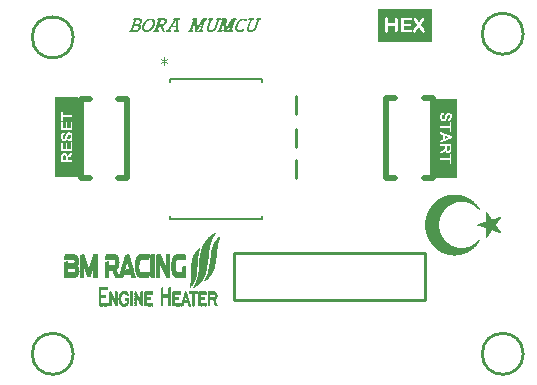
<source format=gto>
G04*
G04 #@! TF.GenerationSoftware,Altium Limited,Altium Designer,19.0.12 (326)*
G04*
G04 Layer_Color=65535*
%FSLAX25Y25*%
%MOIN*%
G70*
G01*
G75*
%ADD10C,0.01000*%
%ADD11C,0.00100*%
%ADD12C,0.01968*%
%ADD13C,0.02047*%
%ADD14C,0.00600*%
%ADD15C,0.00300*%
G36*
X239900Y484600D02*
X221900D01*
Y495600D01*
X239900D01*
Y484600D01*
D02*
G37*
G36*
X122050Y439600D02*
X114300D01*
Y466000D01*
X122050D01*
Y439600D01*
D02*
G37*
G36*
X248100Y465600D02*
Y439200D01*
X241000D01*
Y465600D01*
X248100D01*
D02*
G37*
G36*
X177558Y492256D02*
X177636D01*
X177714Y492249D01*
X177798Y492237D01*
X177876Y492224D01*
X177882D01*
X177908Y492217D01*
X177941Y492211D01*
X177986Y492198D01*
X178025Y492185D01*
X178064Y492165D01*
X178096Y492146D01*
X178115Y492120D01*
Y492113D01*
X178122Y492107D01*
X178129Y492087D01*
X178141Y492062D01*
X178148Y492029D01*
X178154Y491984D01*
X178161Y491938D01*
X178167Y491880D01*
Y491874D01*
Y491854D01*
Y491822D01*
X178174Y491776D01*
Y491725D01*
Y491666D01*
Y491530D01*
Y491524D01*
X178167Y491511D01*
X178154Y491491D01*
X178148Y491465D01*
X178115Y491407D01*
X178103Y491375D01*
X178083Y491355D01*
X178070D01*
X178044Y491342D01*
X177999Y491336D01*
X177941Y491323D01*
X177928D01*
X177895Y491316D01*
X177850Y491310D01*
X177772D01*
X177746Y491316D01*
X177714D01*
X177629Y491336D01*
X177545Y491368D01*
X177539Y491375D01*
X177526Y491401D01*
X177500Y491433D01*
X177474Y491472D01*
X177403Y491556D01*
X177357Y491602D01*
X177319Y491634D01*
X177312Y491640D01*
X177293Y491653D01*
X177267Y491673D01*
X177221Y491692D01*
X177176Y491712D01*
X177118Y491731D01*
X177059Y491744D01*
X176988Y491750D01*
X176943D01*
X176897Y491744D01*
X176839Y491731D01*
X176820D01*
X176800Y491725D01*
X176774Y491718D01*
X176735Y491705D01*
X176690Y491692D01*
X176593Y491660D01*
X176470Y491602D01*
X176333Y491530D01*
X176262Y491485D01*
X176191Y491433D01*
X176120Y491368D01*
X176042Y491303D01*
X176035Y491297D01*
X176029Y491290D01*
X176010Y491271D01*
X175984Y491245D01*
X175925Y491180D01*
X175847Y491096D01*
X175757Y490986D01*
X175660Y490856D01*
X175562Y490714D01*
X175465Y490558D01*
Y490552D01*
X175452Y490532D01*
X175439Y490506D01*
X175426Y490474D01*
X175400Y490429D01*
X175381Y490377D01*
X175323Y490254D01*
Y490247D01*
X175310Y490228D01*
X175297Y490195D01*
X175277Y490150D01*
X175238Y490053D01*
X175199Y489949D01*
Y489943D01*
X175193Y489930D01*
X175187Y489904D01*
X175174Y489878D01*
X175167Y489839D01*
X175154Y489793D01*
X175128Y489683D01*
X175102Y489560D01*
X175076Y489424D01*
X175063Y489282D01*
Y489146D01*
Y489139D01*
Y489133D01*
X175070Y489113D01*
Y489087D01*
X175083Y489022D01*
X175102Y488938D01*
X175135Y488841D01*
X175180Y488737D01*
X175238Y488634D01*
X175316Y488530D01*
X175323Y488523D01*
X175336Y488517D01*
X175355Y488497D01*
X175387Y488472D01*
X175420Y488446D01*
X175465Y488420D01*
X175569Y488368D01*
X175575D01*
X175595Y488361D01*
X175627Y488348D01*
X175673Y488342D01*
X175724Y488329D01*
X175783Y488316D01*
X175906Y488310D01*
X175945D01*
X175984Y488316D01*
X176042Y488323D01*
X176100Y488329D01*
X176172Y488348D01*
X176249Y488368D01*
X176327Y488400D01*
X176333D01*
X176347Y488407D01*
X176372Y488420D01*
X176405Y488439D01*
X176450Y488465D01*
X176508Y488504D01*
X176586Y488549D01*
X176671Y488608D01*
X176677Y488614D01*
X176703Y488627D01*
X176742Y488653D01*
X176794Y488679D01*
X176845Y488705D01*
X176897Y488731D01*
X176949Y488744D01*
X176995Y488750D01*
X177027D01*
X177046Y488744D01*
X177247D01*
X177286Y488737D01*
X177325Y488731D01*
X177331D01*
X177351Y488718D01*
X177370Y488692D01*
X177377Y488666D01*
Y488640D01*
X177370Y488627D01*
X177357Y488595D01*
X177331Y488549D01*
X177299Y488497D01*
X177228Y488368D01*
X177195Y488303D01*
X177156Y488251D01*
X177150Y488245D01*
X177131Y488219D01*
X177098Y488180D01*
X177059Y488135D01*
X177007Y488089D01*
X176949Y488037D01*
X176878Y487986D01*
X176807Y487940D01*
X176800D01*
X176781Y487934D01*
X176755Y487921D01*
X176716Y487914D01*
X176664Y487895D01*
X176606Y487882D01*
X176534Y487862D01*
X176463Y487850D01*
X176385Y487830D01*
X176295Y487811D01*
X176107Y487785D01*
X175906Y487759D01*
X175692Y487752D01*
X175634D01*
X175569Y487759D01*
X175491D01*
X175394Y487765D01*
X175290Y487778D01*
X175193Y487798D01*
X175089Y487817D01*
X175076Y487824D01*
X175044Y487830D01*
X174999Y487850D01*
X174934Y487876D01*
X174869Y487908D01*
X174791Y487947D01*
X174714Y487992D01*
X174642Y488050D01*
X174636Y488057D01*
X174623Y488070D01*
X174603Y488089D01*
X174577Y488115D01*
X174551Y488154D01*
X174519Y488193D01*
X174441Y488297D01*
X174370Y488420D01*
X174305Y488562D01*
X174279Y488640D01*
X174253Y488724D01*
X174241Y488809D01*
X174234Y488899D01*
Y488906D01*
Y488919D01*
Y488938D01*
X174241Y488971D01*
Y489010D01*
X174247Y489055D01*
X174253Y489113D01*
X174266Y489178D01*
X174279Y489256D01*
X174292Y489340D01*
X174312Y489431D01*
X174338Y489534D01*
X174370Y489644D01*
X174402Y489768D01*
X174441Y489897D01*
X174487Y490033D01*
Y490040D01*
X174500Y490066D01*
X174513Y490098D01*
X174532Y490150D01*
X174558Y490208D01*
X174590Y490279D01*
X174623Y490364D01*
X174668Y490454D01*
X174720Y490545D01*
X174778Y490649D01*
X174843Y490759D01*
X174914Y490869D01*
X174992Y490986D01*
X175076Y491103D01*
X175174Y491219D01*
X175271Y491336D01*
X175277Y491342D01*
X175297Y491368D01*
X175329Y491401D01*
X175374Y491446D01*
X175426Y491498D01*
X175491Y491556D01*
X175569Y491621D01*
X175647Y491692D01*
X175737Y491763D01*
X175828Y491835D01*
X176029Y491971D01*
X176139Y492029D01*
X176249Y492087D01*
X176359Y492133D01*
X176470Y492165D01*
X176476D01*
X176502Y492172D01*
X176541Y492178D01*
X176593Y492191D01*
X176651Y492204D01*
X176722Y492217D01*
X176800Y492224D01*
X176884Y492237D01*
X176897D01*
X176923Y492243D01*
X176975D01*
X177033Y492249D01*
X177111Y492256D01*
X177195D01*
X177293Y492262D01*
X177493D01*
X177558Y492256D01*
D02*
G37*
G36*
X174720Y492282D02*
X174739D01*
X174752Y492275D01*
X174759D01*
X174772Y492269D01*
X174817Y492256D01*
X174824D01*
X174830Y492243D01*
X174837Y492211D01*
X174843Y492165D01*
Y492152D01*
X174837Y492120D01*
X174830Y492062D01*
X174811Y491997D01*
Y491990D01*
X174804Y491977D01*
X174798Y491958D01*
X174785Y491932D01*
X174752Y491867D01*
X174714Y491809D01*
X174701Y491802D01*
X174681Y491796D01*
X174655Y491783D01*
X174616Y491770D01*
X174565Y491757D01*
X174506Y491738D01*
X174428Y491725D01*
X174422D01*
X174396Y491718D01*
X174357Y491705D01*
X174312Y491692D01*
X174266Y491673D01*
X174227Y491647D01*
X174189Y491614D01*
X174169Y491575D01*
X173158Y488588D01*
Y488582D01*
X173152Y488575D01*
X173145Y488543D01*
Y488497D01*
X173152Y488446D01*
X173158Y488439D01*
X173171Y488413D01*
X173197Y488381D01*
X173236Y488355D01*
X173262D01*
X173281Y488348D01*
X173314Y488342D01*
X173385Y488329D01*
X173450Y488316D01*
X173456D01*
X173463Y488310D01*
X173489Y488297D01*
X173515Y488258D01*
X173521Y488232D01*
Y488199D01*
Y488187D01*
Y488154D01*
X173515Y488102D01*
X173495Y488044D01*
Y488037D01*
X173489Y488025D01*
X173476Y487999D01*
X173463Y487966D01*
X173424Y487901D01*
X173366Y487837D01*
X173353Y487830D01*
X173327Y487811D01*
X173288Y487791D01*
X173236Y487785D01*
X173191D01*
X173139Y487778D01*
X171791D01*
X171772Y487785D01*
X171746Y487798D01*
X171726Y487824D01*
Y487830D01*
X171720Y487856D01*
X171713Y487888D01*
Y487934D01*
Y487940D01*
X171720Y487947D01*
X171733Y487986D01*
X171752Y488044D01*
X171778Y488109D01*
Y488115D01*
X171785Y488122D01*
X171804Y488161D01*
X171830Y488212D01*
X171862Y488271D01*
X171869Y488277D01*
X171888Y488284D01*
X171908Y488290D01*
X171940Y488303D01*
X171985Y488310D01*
X172044Y488323D01*
X172115Y488336D01*
X172122D01*
X172147Y488342D01*
X172186Y488355D01*
X172225Y488368D01*
X172271Y488394D01*
X172316Y488420D01*
X172348Y488459D01*
X172374Y488504D01*
X173236Y491038D01*
Y491044D01*
X173243Y491057D01*
X173236Y491077D01*
X173230Y491089D01*
X173191D01*
X173171Y491070D01*
Y491064D01*
X173158Y491051D01*
X173145Y491031D01*
X173132Y491005D01*
X173107Y490966D01*
X173074Y490921D01*
X173042Y490869D01*
X173003Y490804D01*
X172964Y490733D01*
X172912Y490655D01*
X172860Y490571D01*
X172802Y490474D01*
X172737Y490377D01*
X172666Y490267D01*
X172595Y490143D01*
X172517Y490020D01*
X172510Y490014D01*
X172504Y489994D01*
X172491Y489975D01*
X172471Y489949D01*
X172452Y489917D01*
X172426Y489871D01*
X172394Y489819D01*
X172355Y489755D01*
X172309Y489683D01*
X172258Y489599D01*
X172199Y489502D01*
X172128Y489392D01*
X172057Y489269D01*
X171966Y489133D01*
X171875Y488977D01*
Y488971D01*
X171862Y488958D01*
X171849Y488938D01*
X171830Y488906D01*
X171804Y488867D01*
X171778Y488815D01*
X171739Y488757D01*
X171700Y488692D01*
X171655Y488621D01*
X171610Y488543D01*
X171558Y488459D01*
X171499Y488361D01*
X171435Y488264D01*
X171370Y488154D01*
X171227Y487921D01*
X171221Y487914D01*
X171214Y487908D01*
X171175Y487876D01*
X171124Y487837D01*
X171059Y487811D01*
X171052D01*
X171046Y487804D01*
X171026D01*
X171001Y487798D01*
X170936Y487791D01*
X170851Y487785D01*
X170663D01*
X170625Y487791D01*
X170618Y487798D01*
X170599Y487811D01*
X170579Y487830D01*
X170560Y487850D01*
Y487856D01*
X170547Y487876D01*
X170540Y487901D01*
X170534Y487940D01*
Y487947D01*
Y487966D01*
Y487999D01*
X170540Y488044D01*
Y488096D01*
Y488161D01*
X170547Y488225D01*
Y488303D01*
X170553Y488472D01*
X170560Y488647D01*
X170566Y488828D01*
X170573Y488997D01*
Y489003D01*
Y489016D01*
Y489029D01*
X170579Y489055D01*
Y489081D01*
Y489126D01*
X170586Y489172D01*
Y489236D01*
X170592Y489307D01*
Y489398D01*
X170599Y489495D01*
X170605Y489612D01*
X170612Y489748D01*
X170625Y489897D01*
X170631Y490066D01*
Y490072D01*
Y490092D01*
Y490118D01*
X170638Y490156D01*
Y490208D01*
X170644Y490260D01*
Y490325D01*
X170651Y490396D01*
X170657Y490558D01*
X170670Y490740D01*
X170677Y490934D01*
X170689Y491135D01*
X170651D01*
X170644Y491128D01*
X170631Y491122D01*
X170618Y491103D01*
X170605Y491083D01*
X169750Y488569D01*
Y488562D01*
X169743Y488549D01*
Y488523D01*
Y488491D01*
X169750Y488459D01*
X169763Y488426D01*
X169789Y488394D01*
X169828Y488368D01*
X169834D01*
X169853Y488361D01*
X169873D01*
X169905Y488355D01*
X169983Y488336D01*
X170054Y488316D01*
X170061D01*
X170067Y488310D01*
X170100Y488290D01*
X170113Y488271D01*
X170119Y488245D01*
X170126Y488212D01*
X170119Y488173D01*
Y488167D01*
X170113Y488148D01*
X170100Y488122D01*
X170087Y488089D01*
X170048Y488005D01*
X170016Y487908D01*
X170009Y487895D01*
X169977Y487862D01*
X169931Y487824D01*
X169867Y487791D01*
X169426D01*
X169342Y487785D01*
X168771D01*
X168668Y487778D01*
X168460D01*
X168441Y487785D01*
X168415Y487798D01*
X168395Y487824D01*
Y487830D01*
X168389Y487850D01*
X168383Y487882D01*
Y487914D01*
Y487921D01*
X168389Y487940D01*
X168402Y487973D01*
X168409Y488018D01*
Y488025D01*
X168415Y488031D01*
X168421Y488057D01*
X168428Y488096D01*
X168441Y488128D01*
Y488135D01*
X168447Y488141D01*
X168467Y488180D01*
X168493Y488232D01*
X168538Y488271D01*
X168545D01*
X168551Y488277D01*
X168570Y488290D01*
X168596Y488303D01*
X168635Y488316D01*
X168681Y488329D01*
X168745Y488348D01*
X168817Y488361D01*
X168830D01*
X168849Y488368D01*
X168888Y488381D01*
X168933Y488400D01*
X168979Y488420D01*
X169024Y488452D01*
X169056Y488491D01*
X169082Y488536D01*
X170093Y491504D01*
Y491517D01*
X170100Y491543D01*
X170093Y491575D01*
X170080Y491614D01*
X170074Y491627D01*
X170061Y491647D01*
X170035Y491686D01*
X169996Y491718D01*
X169990D01*
X169970Y491725D01*
X169944Y491731D01*
X169905Y491744D01*
X169815Y491770D01*
X169711Y491802D01*
Y491809D01*
X169704Y491815D01*
X169698Y491854D01*
Y491913D01*
X169704Y491945D01*
X169717Y491984D01*
Y491990D01*
X169724Y492003D01*
X169737Y492029D01*
X169756Y492062D01*
X169802Y492139D01*
X169873Y492217D01*
X169879Y492224D01*
X169892Y492237D01*
X169918Y492256D01*
X169925Y492262D01*
X169931Y492275D01*
X169951Y492282D01*
X169964Y492288D01*
X171370D01*
X171389Y492282D01*
X171415Y492256D01*
X171428Y492237D01*
X171448Y492211D01*
X171454Y492204D01*
X171467Y492191D01*
X171486Y492172D01*
X171499Y492152D01*
Y492133D01*
Y492113D01*
Y492087D01*
Y492055D01*
X171493Y492010D01*
Y491951D01*
X171486Y491887D01*
Y491796D01*
X171480Y491699D01*
X171474Y491582D01*
X171461Y491446D01*
X171454Y491290D01*
X171441Y491109D01*
Y491103D01*
Y491077D01*
X171435Y491031D01*
Y490979D01*
X171428Y490908D01*
Y490837D01*
X171422Y490753D01*
X171415Y490662D01*
X171409Y490474D01*
X171396Y490279D01*
X171389Y490189D01*
X171383Y490105D01*
Y490027D01*
X171376Y489956D01*
Y489949D01*
Y489930D01*
Y489904D01*
X171370Y489871D01*
Y489826D01*
Y489781D01*
X171363Y489677D01*
X171357Y489567D01*
Y489469D01*
Y489431D01*
Y489392D01*
X171363Y489366D01*
Y489353D01*
X171370Y489346D01*
X171383D01*
X171409Y489366D01*
X171415Y489372D01*
X171435Y489392D01*
X171454Y489424D01*
X171480Y489469D01*
X171486Y489476D01*
X171493Y489489D01*
X171506Y489515D01*
X171525Y489547D01*
X171551Y489586D01*
X171584Y489638D01*
X171616Y489690D01*
X171649Y489755D01*
X171733Y489891D01*
X171823Y490040D01*
X171921Y490202D01*
X172024Y490370D01*
Y490377D01*
X172031Y490383D01*
X172044Y490403D01*
X172057Y490422D01*
X172076Y490454D01*
X172096Y490487D01*
X172122Y490532D01*
X172154Y490584D01*
X172186Y490642D01*
X172232Y490707D01*
X172271Y490778D01*
X172322Y490863D01*
X172374Y490947D01*
X172433Y491044D01*
X172497Y491148D01*
X172569Y491258D01*
Y491264D01*
X172582Y491278D01*
X172595Y491297D01*
X172614Y491329D01*
X172633Y491368D01*
X172659Y491413D01*
X172692Y491459D01*
X172731Y491517D01*
X172808Y491647D01*
X172906Y491802D01*
X173003Y491964D01*
X173113Y492139D01*
X173119Y492146D01*
X173126Y492152D01*
X173165Y492178D01*
X173217Y492211D01*
X173281Y492243D01*
X173288D01*
X173307Y492249D01*
X173333Y492256D01*
X173366Y492262D01*
X173417Y492269D01*
X173489Y492275D01*
X173573Y492288D01*
X174668D01*
X174720Y492282D01*
D02*
G37*
G36*
X164974Y492282D02*
X164994D01*
X165006Y492275D01*
X165013D01*
X165026Y492269D01*
X165071Y492256D01*
X165078D01*
X165084Y492243D01*
X165091Y492211D01*
X165097Y492165D01*
Y492152D01*
X165091Y492120D01*
X165084Y492062D01*
X165065Y491997D01*
Y491990D01*
X165058Y491977D01*
X165052Y491958D01*
X165039Y491932D01*
X165006Y491867D01*
X164968Y491809D01*
X164955Y491802D01*
X164935Y491796D01*
X164909Y491783D01*
X164870Y491770D01*
X164819Y491757D01*
X164760Y491738D01*
X164682Y491725D01*
X164676D01*
X164650Y491718D01*
X164611Y491705D01*
X164566Y491692D01*
X164521Y491673D01*
X164482Y491647D01*
X164443Y491614D01*
X164423Y491575D01*
X163412Y488588D01*
Y488582D01*
X163406Y488575D01*
X163399Y488543D01*
Y488497D01*
X163406Y488446D01*
X163412Y488439D01*
X163425Y488413D01*
X163451Y488381D01*
X163490Y488355D01*
X163516D01*
X163535Y488348D01*
X163568Y488342D01*
X163639Y488329D01*
X163704Y488316D01*
X163710D01*
X163717Y488310D01*
X163743Y488297D01*
X163769Y488258D01*
X163775Y488232D01*
Y488199D01*
Y488187D01*
Y488154D01*
X163769Y488102D01*
X163749Y488044D01*
Y488037D01*
X163743Y488025D01*
X163730Y487999D01*
X163717Y487966D01*
X163678Y487901D01*
X163620Y487837D01*
X163607Y487830D01*
X163581Y487811D01*
X163542Y487791D01*
X163490Y487785D01*
X163445D01*
X163393Y487778D01*
X162045D01*
X162026Y487785D01*
X162000Y487798D01*
X161980Y487824D01*
Y487830D01*
X161974Y487856D01*
X161967Y487888D01*
Y487934D01*
Y487940D01*
X161974Y487947D01*
X161987Y487986D01*
X162006Y488044D01*
X162032Y488109D01*
Y488115D01*
X162039Y488122D01*
X162058Y488161D01*
X162084Y488212D01*
X162116Y488271D01*
X162123Y488277D01*
X162142Y488284D01*
X162162Y488290D01*
X162194Y488303D01*
X162240Y488310D01*
X162298Y488323D01*
X162369Y488336D01*
X162376D01*
X162401Y488342D01*
X162440Y488355D01*
X162479Y488368D01*
X162525Y488394D01*
X162570Y488420D01*
X162602Y488459D01*
X162628Y488504D01*
X163490Y491038D01*
Y491044D01*
X163497Y491057D01*
X163490Y491077D01*
X163484Y491089D01*
X163445D01*
X163425Y491070D01*
Y491064D01*
X163412Y491051D01*
X163399Y491031D01*
X163386Y491005D01*
X163361Y490966D01*
X163328Y490921D01*
X163296Y490869D01*
X163257Y490804D01*
X163218Y490733D01*
X163166Y490655D01*
X163114Y490571D01*
X163056Y490474D01*
X162991Y490377D01*
X162920Y490267D01*
X162849Y490143D01*
X162771Y490020D01*
X162764Y490014D01*
X162758Y489994D01*
X162745Y489975D01*
X162725Y489949D01*
X162706Y489917D01*
X162680Y489871D01*
X162648Y489819D01*
X162609Y489755D01*
X162564Y489683D01*
X162512Y489599D01*
X162453Y489502D01*
X162382Y489392D01*
X162311Y489269D01*
X162220Y489133D01*
X162129Y488977D01*
Y488971D01*
X162116Y488958D01*
X162103Y488938D01*
X162084Y488906D01*
X162058Y488867D01*
X162032Y488815D01*
X161993Y488757D01*
X161954Y488692D01*
X161909Y488621D01*
X161864Y488543D01*
X161812Y488459D01*
X161753Y488361D01*
X161689Y488264D01*
X161624Y488154D01*
X161481Y487921D01*
X161475Y487914D01*
X161468Y487908D01*
X161430Y487875D01*
X161378Y487837D01*
X161313Y487811D01*
X161306D01*
X161300Y487804D01*
X161281D01*
X161255Y487798D01*
X161190Y487791D01*
X161106Y487785D01*
X160918D01*
X160879Y487791D01*
X160872Y487798D01*
X160853Y487811D01*
X160833Y487830D01*
X160814Y487850D01*
Y487856D01*
X160801Y487875D01*
X160794Y487901D01*
X160788Y487940D01*
Y487947D01*
Y487966D01*
Y487999D01*
X160794Y488044D01*
Y488096D01*
Y488161D01*
X160801Y488225D01*
Y488303D01*
X160807Y488472D01*
X160814Y488647D01*
X160820Y488828D01*
X160827Y488997D01*
Y489003D01*
Y489016D01*
Y489029D01*
X160833Y489055D01*
Y489081D01*
Y489126D01*
X160840Y489171D01*
Y489236D01*
X160846Y489307D01*
Y489398D01*
X160853Y489495D01*
X160859Y489612D01*
X160866Y489748D01*
X160879Y489897D01*
X160885Y490066D01*
Y490072D01*
Y490092D01*
Y490118D01*
X160892Y490156D01*
Y490208D01*
X160898Y490260D01*
Y490325D01*
X160905Y490396D01*
X160911Y490558D01*
X160924Y490740D01*
X160931Y490934D01*
X160943Y491135D01*
X160905D01*
X160898Y491128D01*
X160885Y491122D01*
X160872Y491103D01*
X160859Y491083D01*
X160004Y488569D01*
Y488562D01*
X159997Y488549D01*
Y488523D01*
Y488491D01*
X160004Y488459D01*
X160017Y488426D01*
X160043Y488394D01*
X160082Y488368D01*
X160088D01*
X160108Y488361D01*
X160127D01*
X160159Y488355D01*
X160237Y488336D01*
X160309Y488316D01*
X160315D01*
X160321Y488310D01*
X160354Y488290D01*
X160367Y488271D01*
X160373Y488245D01*
X160380Y488212D01*
X160373Y488173D01*
Y488167D01*
X160367Y488148D01*
X160354Y488122D01*
X160341Y488089D01*
X160302Y488005D01*
X160270Y487908D01*
X160263Y487895D01*
X160231Y487862D01*
X160185Y487824D01*
X160121Y487791D01*
X159680D01*
X159596Y487785D01*
X159025D01*
X158922Y487778D01*
X158714D01*
X158695Y487785D01*
X158669Y487798D01*
X158650Y487824D01*
Y487830D01*
X158643Y487850D01*
X158637Y487882D01*
Y487914D01*
Y487921D01*
X158643Y487940D01*
X158656Y487973D01*
X158663Y488018D01*
Y488025D01*
X158669Y488031D01*
X158676Y488057D01*
X158682Y488096D01*
X158695Y488128D01*
Y488135D01*
X158701Y488141D01*
X158721Y488180D01*
X158747Y488232D01*
X158792Y488271D01*
X158799D01*
X158805Y488277D01*
X158825Y488290D01*
X158851Y488303D01*
X158889Y488316D01*
X158935Y488329D01*
X159000Y488348D01*
X159071Y488361D01*
X159084D01*
X159103Y488368D01*
X159142Y488381D01*
X159187Y488400D01*
X159233Y488420D01*
X159278Y488452D01*
X159311Y488491D01*
X159336Y488536D01*
X160347Y491504D01*
Y491517D01*
X160354Y491543D01*
X160347Y491575D01*
X160334Y491614D01*
X160328Y491627D01*
X160315Y491647D01*
X160289Y491686D01*
X160250Y491718D01*
X160244D01*
X160224Y491725D01*
X160198Y491731D01*
X160159Y491744D01*
X160069Y491770D01*
X159965Y491802D01*
Y491809D01*
X159959Y491815D01*
X159952Y491854D01*
Y491913D01*
X159959Y491945D01*
X159971Y491984D01*
Y491990D01*
X159978Y492003D01*
X159991Y492029D01*
X160010Y492062D01*
X160056Y492139D01*
X160127Y492217D01*
X160134Y492224D01*
X160146Y492237D01*
X160172Y492256D01*
X160179Y492262D01*
X160185Y492275D01*
X160205Y492282D01*
X160218Y492288D01*
X161624D01*
X161643Y492282D01*
X161669Y492256D01*
X161682Y492237D01*
X161702Y492211D01*
X161708Y492204D01*
X161721Y492191D01*
X161741Y492172D01*
X161753Y492152D01*
Y492133D01*
Y492113D01*
Y492087D01*
Y492055D01*
X161747Y492010D01*
Y491951D01*
X161741Y491887D01*
Y491796D01*
X161734Y491699D01*
X161728Y491582D01*
X161715Y491446D01*
X161708Y491290D01*
X161695Y491109D01*
Y491103D01*
Y491077D01*
X161689Y491031D01*
Y490979D01*
X161682Y490908D01*
Y490837D01*
X161676Y490753D01*
X161669Y490662D01*
X161663Y490474D01*
X161650Y490279D01*
X161643Y490189D01*
X161637Y490105D01*
Y490027D01*
X161630Y489956D01*
Y489949D01*
Y489930D01*
Y489904D01*
X161624Y489871D01*
Y489826D01*
Y489781D01*
X161617Y489677D01*
X161611Y489567D01*
Y489469D01*
Y489431D01*
Y489392D01*
X161617Y489366D01*
Y489353D01*
X161624Y489346D01*
X161637D01*
X161663Y489366D01*
X161669Y489372D01*
X161689Y489392D01*
X161708Y489424D01*
X161734Y489469D01*
X161741Y489476D01*
X161747Y489489D01*
X161760Y489515D01*
X161779Y489547D01*
X161805Y489586D01*
X161838Y489638D01*
X161870Y489690D01*
X161903Y489755D01*
X161987Y489891D01*
X162077Y490040D01*
X162175Y490202D01*
X162278Y490370D01*
Y490377D01*
X162285Y490383D01*
X162298Y490403D01*
X162311Y490422D01*
X162330Y490454D01*
X162350Y490487D01*
X162376Y490532D01*
X162408Y490584D01*
X162440Y490642D01*
X162486Y490707D01*
X162525Y490778D01*
X162576Y490863D01*
X162628Y490947D01*
X162687Y491044D01*
X162751Y491148D01*
X162823Y491258D01*
Y491264D01*
X162836Y491277D01*
X162849Y491297D01*
X162868Y491329D01*
X162888Y491368D01*
X162913Y491413D01*
X162946Y491459D01*
X162985Y491517D01*
X163063Y491647D01*
X163160Y491802D01*
X163257Y491964D01*
X163367Y492139D01*
X163373Y492146D01*
X163380Y492152D01*
X163419Y492178D01*
X163471Y492211D01*
X163535Y492243D01*
X163542D01*
X163561Y492249D01*
X163587Y492256D01*
X163620Y492262D01*
X163672Y492269D01*
X163743Y492275D01*
X163827Y492288D01*
X164922D01*
X164974Y492282D01*
D02*
G37*
G36*
X182956Y492288D02*
X182982Y492282D01*
X182995Y492256D01*
X183001Y492249D01*
X183008Y492230D01*
X183014Y492198D01*
X183027Y492152D01*
Y492139D01*
Y492107D01*
Y492062D01*
X183008Y491997D01*
Y491990D01*
X183001Y491984D01*
X182989Y491945D01*
X182963Y491899D01*
X182930Y491854D01*
X182924Y491848D01*
X182898Y491822D01*
X182859Y491796D01*
X182801Y491770D01*
X182794D01*
X182775Y491763D01*
X182749D01*
X182716Y491757D01*
X182632Y491738D01*
X182548Y491725D01*
X182541D01*
X182528Y491718D01*
X182509Y491712D01*
X182490Y491705D01*
X182425Y491666D01*
X182399Y491640D01*
X182366Y491608D01*
Y491602D01*
X182353Y491588D01*
X182341Y491569D01*
X182321Y491550D01*
X182289Y491485D01*
X182256Y491407D01*
X181576Y489411D01*
X181569Y489398D01*
X181563Y489379D01*
X181550Y489346D01*
X181543Y489321D01*
Y489314D01*
X181530Y489288D01*
X181518Y489243D01*
X181498Y489197D01*
X181459Y489081D01*
X181433Y489022D01*
X181407Y488971D01*
Y488964D01*
X181394Y488945D01*
X181381Y488919D01*
X181369Y488886D01*
X181323Y488802D01*
X181258Y488705D01*
X181252Y488692D01*
X181219Y488659D01*
X181174Y488601D01*
X181109Y488530D01*
X181025Y488446D01*
X180921Y488355D01*
X180805Y488258D01*
X180669Y488154D01*
X180662D01*
X180649Y488141D01*
X180630Y488128D01*
X180597Y488109D01*
X180565Y488083D01*
X180520Y488057D01*
X180422Y487999D01*
X180306Y487940D01*
X180176Y487882D01*
X180047Y487837D01*
X179917Y487804D01*
X179904D01*
X179872Y487798D01*
X179826Y487791D01*
X179761Y487785D01*
X179684Y487778D01*
X179593Y487772D01*
X179502Y487765D01*
X179334D01*
X179262Y487772D01*
X179172Y487778D01*
X179068Y487791D01*
X178958Y487811D01*
X178848Y487837D01*
X178744Y487869D01*
X178731Y487876D01*
X178699Y487895D01*
X178647Y487921D01*
X178582Y487966D01*
X178517Y488018D01*
X178446Y488089D01*
X178381Y488167D01*
X178329Y488264D01*
X178323Y488271D01*
X178310Y488297D01*
X178284Y488336D01*
X178265Y488381D01*
X178239Y488446D01*
X178219Y488517D01*
X178206Y488601D01*
X178200Y488692D01*
Y488705D01*
X178206Y488737D01*
Y488789D01*
X178219Y488860D01*
X178232Y488945D01*
X178252Y489035D01*
X178278Y489139D01*
X178310Y489249D01*
X179101Y491563D01*
Y491569D01*
X179107Y491588D01*
Y491614D01*
X179101Y491647D01*
X179081Y491679D01*
X179049Y491705D01*
X178997Y491731D01*
X178964Y491744D01*
X178926Y491750D01*
X178919D01*
X178893Y491757D01*
X178854Y491770D01*
X178815Y491783D01*
X178783Y491802D01*
X178751Y491828D01*
X178731Y491867D01*
X178725Y491906D01*
Y491913D01*
X178731Y491925D01*
Y491951D01*
X178738Y491977D01*
X178744Y492029D01*
X178751Y492055D01*
Y492068D01*
Y492074D01*
X178757Y492087D01*
X178770Y492107D01*
X178783Y492126D01*
X178809Y492159D01*
X178835Y492185D01*
X178874Y492217D01*
X178913Y492243D01*
X178919Y492249D01*
X178945Y492256D01*
X178984Y492262D01*
X179023Y492275D01*
X179029D01*
X179042Y492282D01*
X179068Y492288D01*
X179113Y492295D01*
X180461D01*
X180474Y492288D01*
X180507Y492282D01*
X180513D01*
X180533Y492262D01*
X180539Y492249D01*
X180545Y492230D01*
Y492198D01*
Y492159D01*
Y492152D01*
Y492139D01*
Y492120D01*
X180539Y492087D01*
X180533Y492023D01*
X180513Y491958D01*
X180507Y491945D01*
X180494Y491919D01*
X180468Y491880D01*
X180435Y491841D01*
X180429Y491835D01*
X180396Y491815D01*
X180358Y491789D01*
X180299Y491763D01*
X180293D01*
X180273Y491757D01*
X180228D01*
X180196Y491750D01*
X180131D01*
X180111Y491744D01*
X180079Y491738D01*
X180021Y491718D01*
X179969Y491686D01*
X179962Y491679D01*
X179943Y491660D01*
X179923Y491634D01*
X179891Y491595D01*
X179859Y491550D01*
X179820Y491491D01*
X179787Y491433D01*
X179761Y491362D01*
X179036Y489217D01*
Y489210D01*
X179023Y489184D01*
X179016Y489139D01*
X179003Y489087D01*
X178990Y489029D01*
X178984Y488964D01*
Y488893D01*
Y488822D01*
Y488815D01*
X178990Y488789D01*
X179003Y488757D01*
X179016Y488718D01*
X179042Y488672D01*
X179075Y488627D01*
X179113Y488588D01*
X179165Y488549D01*
X179178Y488543D01*
X179204Y488530D01*
X179250Y488504D01*
X179314Y488478D01*
X179392Y488452D01*
X179483Y488426D01*
X179587Y488413D01*
X179697Y488407D01*
X179748D01*
X179807Y488413D01*
X179878Y488426D01*
X179969Y488439D01*
X180066Y488459D01*
X180170Y488491D01*
X180273Y488536D01*
X180286Y488543D01*
X180312Y488556D01*
X180358Y488588D01*
X180409Y488621D01*
X180474Y488672D01*
X180539Y488731D01*
X180604Y488802D01*
X180662Y488880D01*
X180669Y488886D01*
X180682Y488912D01*
X180708Y488951D01*
X180733Y489003D01*
X180766Y489061D01*
X180805Y489139D01*
X180844Y489223D01*
X180876Y489314D01*
X181641Y491575D01*
X181647Y491588D01*
Y491614D01*
Y491647D01*
X181634Y491686D01*
X181628Y491692D01*
X181615Y491712D01*
X181589Y491738D01*
X181550Y491757D01*
X181394D01*
X181375Y491763D01*
X181349Y491776D01*
X181323Y491802D01*
X181310Y491815D01*
X181291Y491848D01*
X181284Y491874D01*
X181278Y491906D01*
X181284Y491951D01*
X181297Y491997D01*
Y492003D01*
X181304Y492016D01*
X181317Y492042D01*
X181330Y492068D01*
X181369Y492139D01*
X181433Y492211D01*
X181446Y492217D01*
X181472Y492237D01*
X181505Y492262D01*
X181550Y492275D01*
X181563Y492282D01*
X181595Y492288D01*
X181647Y492295D01*
X182937D01*
X182956Y492288D01*
D02*
G37*
G36*
X169529D02*
X169555Y492282D01*
X169568Y492256D01*
X169575Y492249D01*
X169581Y492230D01*
X169588Y492198D01*
X169601Y492152D01*
Y492139D01*
Y492107D01*
Y492062D01*
X169581Y491997D01*
Y491990D01*
X169575Y491984D01*
X169562Y491945D01*
X169536Y491899D01*
X169504Y491854D01*
X169497Y491848D01*
X169471Y491822D01*
X169432Y491796D01*
X169374Y491770D01*
X169368D01*
X169348Y491763D01*
X169322D01*
X169290Y491757D01*
X169205Y491738D01*
X169121Y491725D01*
X169115D01*
X169102Y491718D01*
X169082Y491712D01*
X169063Y491705D01*
X168998Y491666D01*
X168972Y491640D01*
X168940Y491608D01*
Y491602D01*
X168927Y491588D01*
X168914Y491569D01*
X168895Y491550D01*
X168862Y491485D01*
X168830Y491407D01*
X168149Y489411D01*
X168143Y489398D01*
X168136Y489379D01*
X168123Y489346D01*
X168117Y489321D01*
Y489314D01*
X168104Y489288D01*
X168091Y489243D01*
X168071Y489197D01*
X168033Y489081D01*
X168007Y489022D01*
X167981Y488971D01*
Y488964D01*
X167968Y488945D01*
X167955Y488919D01*
X167942Y488886D01*
X167897Y488802D01*
X167832Y488705D01*
X167825Y488692D01*
X167793Y488659D01*
X167747Y488601D01*
X167683Y488530D01*
X167598Y488446D01*
X167495Y488355D01*
X167378Y488258D01*
X167242Y488154D01*
X167236D01*
X167223Y488141D01*
X167203Y488128D01*
X167171Y488109D01*
X167138Y488083D01*
X167093Y488057D01*
X166996Y487999D01*
X166879Y487940D01*
X166750Y487882D01*
X166620Y487837D01*
X166490Y487804D01*
X166477D01*
X166445Y487798D01*
X166400Y487791D01*
X166335Y487785D01*
X166257Y487778D01*
X166166Y487772D01*
X166076Y487765D01*
X165907D01*
X165836Y487772D01*
X165745Y487778D01*
X165641Y487791D01*
X165531Y487811D01*
X165421Y487837D01*
X165317Y487869D01*
X165305Y487875D01*
X165272Y487895D01*
X165220Y487921D01*
X165155Y487966D01*
X165091Y488018D01*
X165019Y488089D01*
X164955Y488167D01*
X164903Y488264D01*
X164896Y488271D01*
X164883Y488297D01*
X164857Y488336D01*
X164838Y488381D01*
X164812Y488446D01*
X164793Y488517D01*
X164780Y488601D01*
X164773Y488692D01*
Y488705D01*
X164780Y488737D01*
Y488789D01*
X164793Y488860D01*
X164806Y488945D01*
X164825Y489035D01*
X164851Y489139D01*
X164883Y489249D01*
X165674Y491563D01*
Y491569D01*
X165680Y491588D01*
Y491614D01*
X165674Y491647D01*
X165655Y491679D01*
X165622Y491705D01*
X165570Y491731D01*
X165538Y491744D01*
X165499Y491750D01*
X165492D01*
X165467Y491757D01*
X165428Y491770D01*
X165389Y491783D01*
X165356Y491802D01*
X165324Y491828D01*
X165305Y491867D01*
X165298Y491906D01*
Y491913D01*
X165305Y491925D01*
Y491951D01*
X165311Y491977D01*
X165317Y492029D01*
X165324Y492055D01*
Y492068D01*
Y492074D01*
X165331Y492087D01*
X165343Y492107D01*
X165356Y492126D01*
X165382Y492159D01*
X165408Y492185D01*
X165447Y492217D01*
X165486Y492243D01*
X165492Y492249D01*
X165518Y492256D01*
X165557Y492262D01*
X165596Y492275D01*
X165603D01*
X165616Y492282D01*
X165641Y492288D01*
X165687Y492295D01*
X167035D01*
X167048Y492288D01*
X167080Y492282D01*
X167087D01*
X167106Y492262D01*
X167113Y492249D01*
X167119Y492230D01*
Y492198D01*
Y492159D01*
Y492152D01*
Y492139D01*
Y492120D01*
X167113Y492087D01*
X167106Y492023D01*
X167087Y491958D01*
X167080Y491945D01*
X167067Y491919D01*
X167041Y491880D01*
X167009Y491841D01*
X167002Y491835D01*
X166970Y491815D01*
X166931Y491789D01*
X166873Y491763D01*
X166866D01*
X166847Y491757D01*
X166801D01*
X166769Y491750D01*
X166704D01*
X166685Y491744D01*
X166652Y491738D01*
X166594Y491718D01*
X166542Y491686D01*
X166536Y491679D01*
X166516Y491660D01*
X166497Y491634D01*
X166464Y491595D01*
X166432Y491550D01*
X166393Y491491D01*
X166361Y491433D01*
X166335Y491362D01*
X165609Y489217D01*
Y489210D01*
X165596Y489184D01*
X165590Y489139D01*
X165577Y489087D01*
X165564Y489029D01*
X165557Y488964D01*
Y488893D01*
Y488822D01*
Y488815D01*
X165564Y488789D01*
X165577Y488757D01*
X165590Y488718D01*
X165616Y488672D01*
X165648Y488627D01*
X165687Y488588D01*
X165739Y488549D01*
X165752Y488543D01*
X165778Y488530D01*
X165823Y488504D01*
X165888Y488478D01*
X165965Y488452D01*
X166056Y488426D01*
X166160Y488413D01*
X166270Y488407D01*
X166322D01*
X166380Y488413D01*
X166452Y488426D01*
X166542Y488439D01*
X166639Y488459D01*
X166743Y488491D01*
X166847Y488536D01*
X166860Y488543D01*
X166886Y488556D01*
X166931Y488588D01*
X166983Y488621D01*
X167048Y488672D01*
X167113Y488731D01*
X167177Y488802D01*
X167236Y488880D01*
X167242Y488886D01*
X167255Y488912D01*
X167281Y488951D01*
X167307Y489003D01*
X167339Y489061D01*
X167378Y489139D01*
X167417Y489223D01*
X167449Y489314D01*
X168214Y491575D01*
X168221Y491588D01*
Y491614D01*
Y491647D01*
X168208Y491686D01*
X168201Y491692D01*
X168188Y491712D01*
X168162Y491738D01*
X168123Y491757D01*
X167968D01*
X167948Y491763D01*
X167922Y491776D01*
X167897Y491802D01*
X167884Y491815D01*
X167864Y491848D01*
X167858Y491874D01*
X167851Y491906D01*
X167858Y491951D01*
X167871Y491997D01*
Y492003D01*
X167877Y492016D01*
X167890Y492042D01*
X167903Y492068D01*
X167942Y492139D01*
X168007Y492211D01*
X168020Y492217D01*
X168046Y492237D01*
X168078Y492262D01*
X168123Y492275D01*
X168136Y492282D01*
X168169Y492288D01*
X168221Y492295D01*
X169510D01*
X169529Y492288D01*
D02*
G37*
G36*
X146357Y492269D02*
X146435Y492262D01*
X146532Y492256D01*
X146629Y492237D01*
X146739Y492217D01*
X146843Y492185D01*
X146850D01*
X146856Y492178D01*
X146875Y492172D01*
X146901Y492165D01*
X146966Y492133D01*
X147050Y492100D01*
X147135Y492049D01*
X147232Y491990D01*
X147323Y491919D01*
X147407Y491841D01*
X147420Y491828D01*
X147446Y491796D01*
X147485Y491738D01*
X147530Y491653D01*
X147582Y491550D01*
X147627Y491427D01*
X147672Y491284D01*
X147698Y491122D01*
Y491115D01*
Y491103D01*
X147705Y491077D01*
Y491044D01*
Y490999D01*
Y490947D01*
Y490889D01*
Y490824D01*
X147698Y490746D01*
X147692Y490668D01*
X147666Y490493D01*
X147621Y490293D01*
X147556Y490079D01*
Y490072D01*
X147549Y490059D01*
X147543Y490040D01*
X147530Y490007D01*
X147517Y489968D01*
X147497Y489930D01*
X147452Y489819D01*
X147394Y489696D01*
X147329Y489560D01*
X147251Y489418D01*
X147161Y489269D01*
Y489262D01*
X147148Y489249D01*
X147135Y489230D01*
X147115Y489204D01*
X147063Y489126D01*
X146999Y489035D01*
X146914Y488925D01*
X146817Y488802D01*
X146707Y488679D01*
X146590Y488562D01*
X146584Y488556D01*
X146571Y488543D01*
X146551Y488523D01*
X146519Y488497D01*
X146480Y488465D01*
X146435Y488433D01*
X146377Y488387D01*
X146318Y488348D01*
X146189Y488251D01*
X146033Y488154D01*
X145865Y488063D01*
X145690Y487979D01*
X145683D01*
X145670Y487973D01*
X145644Y487960D01*
X145605Y487947D01*
X145566Y487934D01*
X145515Y487921D01*
X145456Y487901D01*
X145391Y487882D01*
X145249Y487850D01*
X145087Y487817D01*
X144919Y487791D01*
X144737Y487785D01*
X144543D01*
X144497Y487791D01*
X144445Y487798D01*
X144381Y487811D01*
X144374D01*
X144361Y487817D01*
X144335Y487824D01*
X144296Y487830D01*
X144257Y487843D01*
X144206Y487856D01*
X144089Y487895D01*
X143959Y487953D01*
X143823Y488031D01*
X143687Y488128D01*
X143623Y488187D01*
X143558Y488251D01*
X143551Y488258D01*
X143545Y488271D01*
X143525Y488290D01*
X143506Y488316D01*
X143480Y488355D01*
X143454Y488394D01*
X143422Y488446D01*
X143396Y488504D01*
X143331Y488627D01*
X143286Y488776D01*
X143253Y488945D01*
X143247Y489035D01*
Y489126D01*
Y489133D01*
Y489146D01*
Y489171D01*
Y489197D01*
X143253Y489243D01*
Y489288D01*
X143260Y489340D01*
X143266Y489398D01*
X143279Y489528D01*
X143311Y489683D01*
X143350Y489845D01*
X143402Y490014D01*
Y490020D01*
X143409Y490040D01*
X143422Y490066D01*
X143435Y490098D01*
X143454Y490143D01*
X143473Y490202D01*
X143499Y490260D01*
X143532Y490325D01*
X143603Y490474D01*
X143687Y490636D01*
X143791Y490811D01*
X143908Y490986D01*
X143914Y490992D01*
X143921Y491005D01*
X143940Y491031D01*
X143966Y491064D01*
X143998Y491103D01*
X144037Y491148D01*
X144134Y491258D01*
X144251Y491381D01*
X144387Y491517D01*
X144536Y491647D01*
X144705Y491776D01*
X144711D01*
X144724Y491789D01*
X144744Y491802D01*
X144769Y491815D01*
X144841Y491861D01*
X144931Y491919D01*
X145042Y491977D01*
X145171Y492042D01*
X145307Y492100D01*
X145450Y492152D01*
X145456D01*
X145469Y492159D01*
X145489Y492165D01*
X145521Y492172D01*
X145554Y492178D01*
X145599Y492191D01*
X145696Y492217D01*
X145819Y492237D01*
X145949Y492256D01*
X146091Y492269D01*
X146240Y492275D01*
X146299D01*
X146357Y492269D01*
D02*
G37*
G36*
X142398Y492282D02*
X142450Y492275D01*
X142566Y492262D01*
X142702Y492237D01*
X142845Y492198D01*
X142981Y492139D01*
X143111Y492068D01*
X143117D01*
X143123Y492062D01*
X143156Y492029D01*
X143201Y491990D01*
X143253Y491932D01*
X143305Y491854D01*
X143350Y491770D01*
X143389Y491666D01*
X143402Y491556D01*
Y491550D01*
Y491517D01*
Y491478D01*
X143396Y491420D01*
X143389Y491355D01*
X143376Y491277D01*
X143357Y491193D01*
X143331Y491109D01*
Y491103D01*
X143318Y491077D01*
X143305Y491038D01*
X143279Y490986D01*
X143253Y490928D01*
X143221Y490863D01*
X143137Y490733D01*
X143130Y490727D01*
X143117Y490707D01*
X143085Y490675D01*
X143052Y490629D01*
X143007Y490584D01*
X142955Y490532D01*
X142890Y490480D01*
X142825Y490429D01*
X142819Y490422D01*
X142806Y490416D01*
X142787Y490409D01*
X142767Y490390D01*
X142735Y490377D01*
X142696Y490351D01*
X142644Y490325D01*
X142638D01*
X142625Y490312D01*
X142599Y490299D01*
X142573Y490286D01*
X142521Y490254D01*
X142508Y490234D01*
X142495Y490221D01*
Y490215D01*
Y490208D01*
Y490195D01*
X142508Y490182D01*
X142514Y490176D01*
X142527Y490163D01*
X142553Y490143D01*
X142586Y490124D01*
X142670Y490059D01*
X142767Y489988D01*
X142774Y489981D01*
X142787Y489968D01*
X142813Y489943D01*
X142838Y489910D01*
X142871Y489871D01*
X142897Y489826D01*
X142923Y489774D01*
X142942Y489722D01*
Y489716D01*
X142949Y489696D01*
X142955Y489670D01*
X142962Y489632D01*
X142968Y489586D01*
Y489534D01*
Y489411D01*
Y489405D01*
Y489385D01*
X142962Y489346D01*
X142955Y489307D01*
X142942Y489256D01*
X142936Y489197D01*
X142897Y489068D01*
X142890Y489055D01*
X142877Y489016D01*
X142851Y488964D01*
X142825Y488893D01*
X142780Y488809D01*
X142735Y488718D01*
X142676Y488627D01*
X142612Y488536D01*
X142605Y488530D01*
X142599Y488517D01*
X142573Y488491D01*
X142547Y488459D01*
X142514Y488426D01*
X142469Y488381D01*
X142424Y488336D01*
X142365Y488284D01*
X142301Y488232D01*
X142236Y488173D01*
X142074Y488070D01*
X141892Y487979D01*
X141795Y487934D01*
X141691Y487901D01*
X141685D01*
X141672Y487895D01*
X141653Y487888D01*
X141620Y487882D01*
X141581Y487875D01*
X141529Y487862D01*
X141478Y487856D01*
X141413Y487843D01*
X141341Y487830D01*
X141257Y487824D01*
X141173Y487811D01*
X141082Y487804D01*
X140979Y487798D01*
X140868Y487791D01*
X140758Y487785D01*
X138976D01*
X138950Y487791D01*
X138925Y487798D01*
X138899Y487811D01*
X138892Y487817D01*
X138886Y487837D01*
X138873Y487862D01*
Y487901D01*
Y487908D01*
X138879Y487921D01*
X138892Y487960D01*
X138905Y488005D01*
X138918Y488057D01*
X138925Y488070D01*
X138937Y488096D01*
X138950Y488128D01*
X138970Y488167D01*
X138976Y488173D01*
X138989Y488199D01*
X139015Y488225D01*
X139048Y488258D01*
X139054D01*
X139061Y488264D01*
X139080Y488271D01*
X139099Y488284D01*
X139132Y488297D01*
X139177Y488303D01*
X139229Y488316D01*
X139287Y488323D01*
X139294D01*
X139313Y488329D01*
X139346Y488336D01*
X139385Y488348D01*
X139423Y488368D01*
X139469Y488394D01*
X139508Y488426D01*
X139540Y488465D01*
X139547Y488472D01*
X139559Y488497D01*
X139579Y488536D01*
X139605Y488588D01*
Y488595D01*
X139611Y488601D01*
X139624Y488640D01*
X139644Y488692D01*
X139663Y488750D01*
X140551Y491349D01*
Y491355D01*
X140557Y491368D01*
X140564Y491388D01*
X140570Y491413D01*
X140583Y491472D01*
Y491517D01*
Y491524D01*
X140577Y491550D01*
X140570Y491575D01*
X140551Y491601D01*
X140544Y491608D01*
X140532Y491614D01*
X140519Y491627D01*
X140493Y491640D01*
X140454Y491653D01*
X140408Y491666D01*
X140350Y491679D01*
X140344D01*
X140324Y491686D01*
X140298Y491699D01*
X140266Y491712D01*
X140240Y491738D01*
X140214Y491763D01*
X140195Y491796D01*
X140188Y491835D01*
Y491841D01*
X140195Y491861D01*
X140201Y491887D01*
X140208Y491913D01*
X140214Y491919D01*
X140220Y491938D01*
X140227Y491958D01*
Y491977D01*
Y491984D01*
X140233Y491990D01*
X140246Y492029D01*
X140266Y492068D01*
X140279Y492107D01*
X140285Y492113D01*
X140298Y492133D01*
X140324Y492165D01*
X140357Y492204D01*
X140363Y492211D01*
X140369Y492224D01*
X140389Y492237D01*
X140402Y492249D01*
X140408Y492256D01*
X140428Y492269D01*
X140447Y492282D01*
X140473Y492288D01*
X142352D01*
X142398Y492282D01*
D02*
G37*
G36*
X155876Y492288D02*
X155915Y492275D01*
X155941Y492249D01*
X155947Y492243D01*
X155954Y492217D01*
X155960Y492185D01*
Y492139D01*
X155954Y492126D01*
X155941Y492094D01*
X155928Y492055D01*
X155915Y492016D01*
Y492010D01*
X155909Y491997D01*
X155896Y491971D01*
X155883Y491945D01*
X155850Y491880D01*
X155811Y491822D01*
X155798Y491815D01*
X155785Y491809D01*
X155760Y491796D01*
X155734Y491783D01*
X155688Y491770D01*
X155643Y491757D01*
X155585Y491744D01*
X155578D01*
X155559Y491738D01*
X155526Y491731D01*
X155494Y491718D01*
X155410Y491679D01*
X155377Y491653D01*
X155345Y491621D01*
X155293Y491459D01*
Y491452D01*
Y491439D01*
Y491413D01*
Y491381D01*
Y491336D01*
X155287Y491290D01*
Y491232D01*
Y491167D01*
X155280Y491025D01*
Y490856D01*
X155273Y490675D01*
Y490487D01*
Y490480D01*
Y490461D01*
Y490429D01*
Y490390D01*
Y490338D01*
Y490279D01*
Y490215D01*
Y490143D01*
X155267Y489988D01*
Y489826D01*
Y489670D01*
Y489521D01*
Y489515D01*
Y489502D01*
Y489476D01*
Y489437D01*
Y489398D01*
Y489346D01*
Y489288D01*
Y489223D01*
Y489074D01*
Y488912D01*
Y488744D01*
Y488562D01*
Y488556D01*
Y488543D01*
X155273Y488517D01*
X155287Y488491D01*
X155299Y488459D01*
X155325Y488426D01*
X155358Y488394D01*
X155397Y488368D01*
X155410Y488361D01*
X155423Y488355D01*
X155442Y488348D01*
X155474Y488336D01*
X155513Y488323D01*
X155559Y488303D01*
X155623Y488284D01*
X155630Y488277D01*
X155643Y488251D01*
X155656Y488219D01*
X155662Y488180D01*
Y488167D01*
Y488141D01*
X155649Y488096D01*
X155636Y488044D01*
Y488037D01*
X155630Y488031D01*
X155623Y487999D01*
X155604Y487960D01*
X155591Y487921D01*
X155585Y487914D01*
X155578Y487901D01*
X155559Y487875D01*
X155546Y487850D01*
X155539Y487837D01*
X155513Y487817D01*
X155461Y487791D01*
X155397Y487778D01*
X155384D01*
X155338Y487772D01*
X155287Y487765D01*
X155235Y487759D01*
X153926D01*
X153906Y487765D01*
X153880Y487778D01*
X153848Y487804D01*
X153841Y487811D01*
X153829Y487830D01*
X153815Y487856D01*
X153809Y487888D01*
Y487895D01*
X153815Y487914D01*
X153829Y487966D01*
Y487973D01*
X153835Y487979D01*
X153841Y488005D01*
Y488012D01*
X153848Y488025D01*
X153861Y488044D01*
X153867Y488070D01*
X153906Y488141D01*
X153952Y488219D01*
X153958Y488225D01*
X153965Y488232D01*
X153984Y488245D01*
X154010Y488258D01*
X154042Y488277D01*
X154088Y488290D01*
X154146Y488310D01*
X154211Y488323D01*
X154217D01*
X154243Y488329D01*
X154276Y488342D01*
X154314Y488355D01*
X154360Y488381D01*
X154405Y488407D01*
X154438Y488446D01*
X154470Y488485D01*
Y488491D01*
X154476Y488511D01*
X154489Y488549D01*
X154496Y488595D01*
X154509Y488653D01*
X154515Y488718D01*
X154522Y488789D01*
X154528Y488873D01*
Y488880D01*
Y488886D01*
Y488925D01*
Y488977D01*
Y489042D01*
X154535Y489107D01*
Y489165D01*
Y489210D01*
X154541Y489223D01*
Y489236D01*
X154535Y489243D01*
X154528Y489256D01*
X154515Y489269D01*
X154509Y489282D01*
Y489288D01*
X154502Y489295D01*
X154489Y489301D01*
X154470Y489307D01*
X153142D01*
X153096Y489295D01*
X153057Y489282D01*
X153051Y489275D01*
X153031Y489262D01*
X153006Y489236D01*
X152980Y489197D01*
Y489191D01*
X152973Y489184D01*
X152954Y489165D01*
X152934Y489133D01*
X152902Y489087D01*
X152863Y489035D01*
X152818Y488971D01*
X152753Y488886D01*
X152746Y488880D01*
X152733Y488854D01*
X152707Y488822D01*
X152675Y488776D01*
X152617Y488679D01*
X152591Y488627D01*
X152571Y488575D01*
Y488569D01*
X152565Y488549D01*
X152558Y488530D01*
X152552Y488511D01*
Y488504D01*
Y488491D01*
X152558Y488472D01*
X152571Y488446D01*
X152597Y488413D01*
X152630Y488381D01*
X152682Y488348D01*
X152746Y488323D01*
X152753D01*
X152779Y488310D01*
X152805Y488290D01*
X152837Y488264D01*
X152863Y488232D01*
X152882Y488187D01*
Y488128D01*
X152876Y488096D01*
X152863Y488063D01*
Y488057D01*
X152857Y488050D01*
X152843Y488018D01*
X152831Y487973D01*
X152805Y487921D01*
X152798Y487908D01*
X152785Y487882D01*
X152753Y487843D01*
X152701Y487804D01*
X152617Y487759D01*
X151198D01*
X151185Y487765D01*
X151165Y487778D01*
X151146Y487791D01*
X151139Y487798D01*
X151126Y487824D01*
X151113Y487856D01*
Y487895D01*
Y487901D01*
X151120Y487914D01*
X151126Y487960D01*
X151146Y488012D01*
X151159Y488057D01*
Y488063D01*
X151165Y488070D01*
X151178Y488102D01*
X151198Y488141D01*
X151224Y488180D01*
X151230Y488187D01*
X151256Y488212D01*
X151295Y488251D01*
X151353Y488297D01*
X151373D01*
X151411Y488303D01*
X151470Y488316D01*
X151522Y488323D01*
X151528Y488329D01*
X151554Y488336D01*
X151586Y488348D01*
X151632Y488374D01*
X151677Y488400D01*
X151729Y488439D01*
X151774Y488478D01*
X151820Y488530D01*
X151826Y488536D01*
X151833Y488549D01*
X151852Y488569D01*
X151872Y488601D01*
X151897Y488640D01*
X151936Y488685D01*
X151975Y488737D01*
X152014Y488796D01*
X152059Y488860D01*
X152111Y488932D01*
X152228Y489094D01*
X152351Y489282D01*
X152487Y489482D01*
Y489489D01*
X152500Y489502D01*
X152513Y489521D01*
X152532Y489547D01*
X152552Y489586D01*
X152584Y489632D01*
X152617Y489683D01*
X152656Y489742D01*
X152694Y489807D01*
X152746Y489878D01*
X152798Y489962D01*
X152857Y490046D01*
X152915Y490143D01*
X152980Y490247D01*
X153051Y490351D01*
X153122Y490467D01*
X153129Y490474D01*
X153142Y490500D01*
X153167Y490539D01*
X153200Y490591D01*
X153239Y490655D01*
X153284Y490727D01*
X153330Y490798D01*
X153381Y490882D01*
X153491Y491051D01*
X153595Y491213D01*
X153641Y491290D01*
X153686Y491355D01*
X153718Y491420D01*
X153751Y491465D01*
X153757Y491472D01*
X153764Y491498D01*
X153770Y491524D01*
X153783Y491550D01*
Y491556D01*
X153790Y491563D01*
X153796Y491595D01*
Y491634D01*
X153783Y491660D01*
X153777Y491666D01*
X153770Y491679D01*
X153751Y491686D01*
X153731Y491699D01*
X153699Y491712D01*
X153660Y491725D01*
X153615Y491738D01*
X153608D01*
X153595Y491744D01*
X153569Y491757D01*
X153543Y491770D01*
X153517Y491789D01*
X153491Y491815D01*
X153479Y491848D01*
X153472Y491887D01*
Y491893D01*
X153479Y491906D01*
X153485Y491945D01*
X153505Y491990D01*
X153517Y492042D01*
Y492049D01*
X153524Y492055D01*
X153537Y492094D01*
X153569Y492139D01*
X153608Y492185D01*
X153615D01*
X153621Y492198D01*
X153660Y492217D01*
X153712Y492243D01*
X153790Y492269D01*
X153796D01*
X153809Y492275D01*
X153829D01*
X153861Y492282D01*
X153932Y492288D01*
X154023Y492295D01*
X155837D01*
X155876Y492288D01*
D02*
G37*
G36*
X149591Y492282D02*
X150096D01*
X150245Y492275D01*
X150828D01*
X150887Y492269D01*
X150958Y492262D01*
X151029Y492249D01*
X151100Y492230D01*
X151172Y492211D01*
X151178D01*
X151204Y492198D01*
X151236Y492178D01*
X151275Y492159D01*
X151327Y492126D01*
X151379Y492081D01*
X151431Y492029D01*
X151476Y491971D01*
Y491964D01*
X151489Y491951D01*
X151502Y491932D01*
X151515Y491899D01*
X151535Y491861D01*
X151554Y491815D01*
X151567Y491763D01*
X151586Y491705D01*
X151612Y491575D01*
X151625Y491413D01*
Y491329D01*
X151612Y491239D01*
X151593Y491148D01*
X151567Y491051D01*
X151560Y491038D01*
X151554Y491005D01*
X151535Y490960D01*
X151515Y490902D01*
X151509Y490889D01*
X151496Y490863D01*
X151476Y490830D01*
X151463Y490804D01*
Y490798D01*
X151457Y490791D01*
X151431Y490753D01*
X151385Y490688D01*
X151321Y490610D01*
X151236Y490513D01*
X151185Y490461D01*
X151126Y490409D01*
X151061Y490351D01*
X150990Y490299D01*
X150906Y490241D01*
X150822Y490182D01*
X150815Y490176D01*
X150802Y490169D01*
X150770Y490150D01*
X150718Y490118D01*
X150653Y490079D01*
X150563Y490027D01*
X150452Y489968D01*
X150388Y489930D01*
X150316Y489891D01*
X150310Y489884D01*
X150290Y489878D01*
X150271Y489865D01*
X150239Y489845D01*
X150213Y489826D01*
X150193Y489807D01*
X150174Y489787D01*
Y489768D01*
X150180Y489755D01*
X150193Y489722D01*
X150213Y489677D01*
X150245Y489606D01*
X150277Y489515D01*
X150323Y489411D01*
X150368Y489288D01*
X150426Y489152D01*
X150433Y489139D01*
X150446Y489100D01*
X150472Y489048D01*
X150498Y488971D01*
X150537Y488880D01*
X150575Y488783D01*
X150614Y488672D01*
X150660Y488556D01*
X150666Y488543D01*
X150679Y488511D01*
X150699Y488459D01*
X150731Y488381D01*
X150763Y488297D01*
X150802Y488193D01*
X150848Y488076D01*
X150893Y487953D01*
Y487947D01*
Y487940D01*
Y487921D01*
Y487914D01*
Y487895D01*
Y487888D01*
X150880Y487875D01*
X150861Y487856D01*
X150828Y487830D01*
X150822Y487824D01*
X150802Y487811D01*
X150776Y487791D01*
X150744Y487772D01*
X150738D01*
X150725Y487765D01*
X150705Y487752D01*
X150686Y487739D01*
X150621Y487713D01*
X150563Y487687D01*
X150550Y487681D01*
X150517Y487675D01*
X150459Y487662D01*
X150394Y487655D01*
X150388D01*
X150362Y487662D01*
X150329Y487675D01*
X150297Y487707D01*
Y487713D01*
X150290Y487720D01*
X150277Y487739D01*
X150265Y487759D01*
X150232Y487824D01*
X150187Y487914D01*
X150128Y488018D01*
X150064Y488135D01*
X149992Y488271D01*
X149921Y488413D01*
X149915Y488426D01*
X149902Y488459D01*
X149869Y488511D01*
X149830Y488588D01*
X149778Y488685D01*
X149714Y488809D01*
X149629Y488951D01*
X149539Y489120D01*
Y489126D01*
X149526Y489139D01*
X149513Y489171D01*
X149493Y489204D01*
X149474Y489243D01*
X149448Y489295D01*
X149390Y489398D01*
X149325Y489521D01*
X149260Y489638D01*
X149195Y489742D01*
X149169Y489793D01*
X149143Y489832D01*
X149137Y489839D01*
X149118Y489845D01*
X149092Y489852D01*
X149033D01*
X149001Y489845D01*
X148962Y489839D01*
X148956D01*
X148936Y489832D01*
X148910Y489819D01*
X148897Y489807D01*
Y489800D01*
X148891Y489793D01*
X148884Y489774D01*
X148469Y488549D01*
Y488543D01*
X148463Y488517D01*
Y488491D01*
X148469Y488452D01*
X148495Y488420D01*
X148534Y488387D01*
X148560Y488374D01*
X148593Y488361D01*
X148638Y488355D01*
X148683Y488348D01*
X148729D01*
X148774Y488342D01*
X148819Y488329D01*
X148871Y488310D01*
X148910Y488277D01*
X148943Y488245D01*
X148949Y488219D01*
Y488193D01*
Y488187D01*
X148943Y488167D01*
X148936Y488141D01*
Y488109D01*
Y488102D01*
X148930Y488089D01*
X148923Y488057D01*
X148910Y488025D01*
Y488018D01*
X148904Y488005D01*
X148891Y487986D01*
X148878Y487953D01*
X148839Y487888D01*
X148787Y487817D01*
X148781Y487811D01*
X148761Y487804D01*
X148729Y487791D01*
X148690Y487785D01*
X147057D01*
X147018Y487798D01*
X146986Y487824D01*
X146973Y487843D01*
Y487869D01*
Y487875D01*
Y487882D01*
X146979Y487914D01*
X146992Y487953D01*
X146999Y487986D01*
Y487992D01*
X147005Y487999D01*
X147018Y488031D01*
X147031Y488070D01*
X147050Y488109D01*
X147057Y488115D01*
X147076Y488141D01*
X147102Y488180D01*
X147141Y488225D01*
Y488232D01*
X147154Y488238D01*
X147174Y488251D01*
X147199Y488264D01*
X147238Y488284D01*
X147284Y488303D01*
X147348Y488323D01*
X147426Y488336D01*
X147439D01*
X147465Y488342D01*
X147504Y488355D01*
X147549Y488374D01*
X147595Y488400D01*
X147640Y488439D01*
X147679Y488478D01*
X147705Y488530D01*
X148716Y491511D01*
Y491517D01*
X148722Y491543D01*
X148716Y491582D01*
X148703Y491621D01*
X148696Y491634D01*
X148683Y491653D01*
X148657Y491686D01*
X148625Y491705D01*
X148619D01*
X148606Y491712D01*
X148586D01*
X148560Y491718D01*
X148502Y491731D01*
X148444Y491738D01*
X148437D01*
X148424Y491744D01*
X148385Y491763D01*
X148346Y491796D01*
X148333Y491822D01*
Y491848D01*
Y491854D01*
Y491861D01*
X148340Y491899D01*
X148353Y491951D01*
X148366Y492003D01*
Y492010D01*
X148372Y492029D01*
X148385Y492055D01*
X148398Y492081D01*
X148444Y492152D01*
X148469Y492185D01*
X148502Y492217D01*
X148508Y492224D01*
X148515Y492230D01*
X148534Y492243D01*
X148560Y492256D01*
X148625Y492275D01*
X148657Y492288D01*
X149403D01*
X149591Y492282D01*
D02*
G37*
G36*
X254600Y416100D02*
X254600D01*
Y416100D01*
X254600D01*
Y416100D01*
D02*
G37*
G36*
X265500Y410500D02*
X265500D01*
Y410500D01*
X265500D01*
Y410500D01*
D02*
G37*
G36*
X100200Y446300D02*
X100200D01*
Y446300D01*
X100200D01*
Y446300D01*
D02*
G37*
G36*
Y466300D02*
X100200D01*
Y466300D01*
X100200D01*
Y466300D01*
D02*
G37*
G36*
X242500Y466500D02*
X242500D01*
Y466500D01*
X242500D01*
Y466500D01*
D02*
G37*
%LPC*%
G36*
X232733Y492535D02*
X230022D01*
X229956Y492528D01*
X229898Y492513D01*
X229847Y492506D01*
X229810Y492491D01*
X229774Y492477D01*
X229759Y492469D01*
X229752D01*
X229708Y492447D01*
X229664Y492411D01*
X229606Y492353D01*
X229584Y492316D01*
X229570Y492294D01*
X229555Y492280D01*
Y492272D01*
X229533Y492221D01*
X229519Y492163D01*
X229504Y492054D01*
X229497Y492003D01*
Y492039D01*
Y492003D01*
D01*
Y487665D01*
Y488263D01*
X229504Y488154D01*
X229519Y488059D01*
X229540Y487979D01*
X229570Y487913D01*
X229591Y487869D01*
X229613Y487833D01*
X229628Y487811D01*
X229635Y487804D01*
X229694Y487760D01*
X229766Y487723D01*
X229839Y487702D01*
X229920Y487680D01*
X229985Y487672D01*
X230043Y487665D01*
X229497D01*
X232777D01*
X232857Y487672D01*
X232930Y487680D01*
X232989Y487694D01*
X233040Y487716D01*
X233076Y487738D01*
X233105Y487753D01*
X233120Y487760D01*
X233127Y487767D01*
X233163Y487811D01*
X233193Y487855D01*
X233215Y487906D01*
X233229Y487949D01*
X233237Y487993D01*
X233244Y488022D01*
Y488052D01*
X233237Y488117D01*
X233229Y488168D01*
X233207Y488219D01*
X233185Y488263D01*
X233163Y488292D01*
X233149Y488314D01*
X233134Y488329D01*
X233127Y488336D01*
X233076Y488372D01*
X233025Y488401D01*
X232967Y488416D01*
X232908Y488431D01*
X232857Y488438D01*
X232814Y488445D01*
X230481D01*
Y489838D01*
X232522D01*
X232602Y489845D01*
X232675Y489852D01*
X232733Y489867D01*
X232785Y489889D01*
X232821Y489911D01*
X232843Y489925D01*
X232857Y489932D01*
X232865Y489940D01*
X232901Y489983D01*
X232930Y490027D01*
X232945Y490071D01*
X232959Y490115D01*
X232967Y490151D01*
X232974Y490180D01*
Y490202D01*
Y490209D01*
X232967Y490268D01*
X232959Y490326D01*
X232938Y490370D01*
X232916Y490406D01*
X232894Y490435D01*
X232879Y490457D01*
X232865Y490472D01*
X232857Y490479D01*
X232814Y490516D01*
X232763Y490537D01*
X232646Y490567D01*
X232602Y490574D01*
X232558Y490581D01*
X230481D01*
Y491777D01*
X232697D01*
X232785Y491784D01*
X232850Y491791D01*
X232916Y491806D01*
X232959Y491828D01*
X233003Y491850D01*
X233025Y491864D01*
X233040Y491872D01*
X233047Y491879D01*
X233083Y491923D01*
X233113Y491966D01*
X233134Y492010D01*
X233149Y492054D01*
X233156Y492098D01*
X233163Y492127D01*
Y492148D01*
Y492156D01*
X233156Y492214D01*
X233149Y492272D01*
X233127Y492316D01*
X233105Y492353D01*
X233083Y492382D01*
X233069Y492404D01*
X233054Y492418D01*
X233047Y492425D01*
X233003Y492462D01*
X232945Y492491D01*
X232887Y492506D01*
X232828Y492520D01*
X232777Y492528D01*
X232733Y492535D01*
D02*
G37*
G36*
X228432Y492615D02*
X225619D01*
X227929D01*
X227849Y492608D01*
X227783Y492593D01*
X227725Y492564D01*
X227674Y492542D01*
X227630Y492513D01*
X227601Y492484D01*
X227587Y492469D01*
X227579Y492462D01*
X227536Y492404D01*
X227506Y492331D01*
X227477Y492258D01*
X227463Y492185D01*
X227455Y492119D01*
X227448Y492068D01*
Y492032D01*
Y492017D01*
Y490625D01*
X225320D01*
Y492017D01*
X225312Y492119D01*
X225298Y492214D01*
X225276Y492287D01*
X225254Y492353D01*
X225225Y492404D01*
X225203Y492433D01*
X225188Y492455D01*
X225181Y492462D01*
X225123Y492513D01*
X225064Y492549D01*
X225006Y492579D01*
X224948Y492593D01*
X224897Y492608D01*
X224853Y492615D01*
X224335D01*
X224816D01*
X224736Y492608D01*
X224663Y492593D01*
X224605Y492564D01*
X224554Y492542D01*
X224510Y492513D01*
X224481Y492484D01*
X224467Y492469D01*
X224459Y492462D01*
X224415Y492404D01*
X224386Y492331D01*
X224364Y492258D01*
X224350Y492185D01*
X224343Y492119D01*
X224335Y492068D01*
Y488183D01*
X224343Y488081D01*
X224357Y487986D01*
X224379Y487906D01*
X224401Y487847D01*
X224423Y487796D01*
X224445Y487760D01*
X224459Y487738D01*
X224467Y487731D01*
X224518Y487680D01*
X224576Y487643D01*
X224634Y487621D01*
X224693Y487607D01*
X224744Y487592D01*
X224780Y487585D01*
X224335D01*
X224816D01*
X224897Y487592D01*
X224962Y487607D01*
X225028Y487629D01*
X225079Y487658D01*
X225115Y487687D01*
X225152Y487709D01*
X225166Y487723D01*
X225174Y487731D01*
X225225Y487796D01*
X225261Y487869D01*
X225283Y487942D01*
X225305Y488015D01*
X225312Y488081D01*
X225320Y488132D01*
Y488168D01*
Y488183D01*
Y489823D01*
X227448D01*
Y488183D01*
X227455Y488081D01*
X227470Y487986D01*
X227492Y487906D01*
X227514Y487847D01*
X227536Y487796D01*
X227557Y487760D01*
X227572Y487738D01*
X227579Y487731D01*
X227630Y487680D01*
X227689Y487643D01*
X227747Y487621D01*
X227805Y487607D01*
X227856Y487592D01*
X227893Y487585D01*
X227929D01*
X228010Y487592D01*
X228075Y487607D01*
X228141Y487629D01*
X228192Y487658D01*
X228228Y487687D01*
X228265Y487709D01*
X228279Y487723D01*
X228287Y487731D01*
X228338Y487789D01*
X228374Y487862D01*
X228396Y487935D01*
X228418Y488015D01*
X228425Y488081D01*
X228432Y488132D01*
Y492017D01*
X228425Y492119D01*
X228411Y492214D01*
X228389Y492287D01*
X228367Y492353D01*
X228338Y492404D01*
X228316Y492433D01*
X228301Y492455D01*
X228294Y492462D01*
X228236Y492513D01*
X228177Y492549D01*
X228119Y492579D01*
X228061Y492593D01*
X228010Y492608D01*
X227966Y492615D01*
X228432D01*
D02*
G37*
G36*
X237465D02*
X233608D01*
X234191D01*
X234126Y492608D01*
X234068Y492600D01*
X234016Y492579D01*
X233973Y492557D01*
X233936Y492535D01*
X233907Y492520D01*
X233892Y492506D01*
X233885Y492498D01*
X233841Y492455D01*
X233812Y492411D01*
X233790Y492375D01*
X233776Y492331D01*
X233769Y492302D01*
X233761Y492272D01*
Y492258D01*
Y492251D01*
X233769Y492148D01*
X233798Y492054D01*
X233805Y492017D01*
X233820Y491988D01*
X233827Y491973D01*
Y491966D01*
X233885Y491850D01*
X233944Y491740D01*
X233973Y491689D01*
X233995Y491653D01*
X234009Y491624D01*
X234016Y491616D01*
X234935Y490202D01*
X233849Y488613D01*
X233769Y488482D01*
X233710Y488365D01*
X233667Y488263D01*
X233637Y488175D01*
X233623Y488102D01*
X233615Y488052D01*
X233608Y488022D01*
Y488052D01*
Y488008D01*
X233615Y487935D01*
X233630Y487877D01*
X233645Y487818D01*
X233667Y487775D01*
X233688Y487738D01*
X233710Y487716D01*
X233718Y487702D01*
X233725Y487694D01*
X233769Y487658D01*
X233820Y487629D01*
X233871Y487614D01*
X233914Y487600D01*
X233958Y487592D01*
X233987Y487585D01*
X234016D01*
X234097Y487592D01*
X234162Y487607D01*
X234206Y487621D01*
X234213Y487629D01*
X234221D01*
X234279Y487658D01*
X234330Y487687D01*
X234359Y487716D01*
X234366Y487723D01*
X234410Y487767D01*
X234447Y487811D01*
X234469Y487840D01*
X234476Y487847D01*
X234498Y487877D01*
X234520Y487913D01*
X234571Y487986D01*
X234592Y488022D01*
X234614Y488052D01*
X234622Y488073D01*
X234629Y488081D01*
X235540Y489473D01*
X236400Y488117D01*
X236459Y488030D01*
X236502Y487964D01*
X236539Y487906D01*
X236568Y487855D01*
X236590Y487825D01*
X236604Y487796D01*
X236619Y487789D01*
Y487782D01*
X236670Y487723D01*
X236721Y487680D01*
X236757Y487651D01*
X236765Y487643D01*
X236772D01*
X236852Y487607D01*
X236932Y487592D01*
X236962Y487585D01*
X237013D01*
X237107Y487592D01*
X237180Y487614D01*
X237210Y487629D01*
X237231Y487636D01*
X237239Y487643D01*
X237246D01*
X237312Y487687D01*
X237363Y487738D01*
X237399Y487775D01*
X237406Y487782D01*
Y487789D01*
X237443Y487862D01*
X237457Y487928D01*
X237465Y487957D01*
Y487731D01*
Y487957D01*
Y488000D01*
X237457Y488095D01*
X237436Y488175D01*
X237421Y488212D01*
X237406Y488241D01*
X237399Y488256D01*
Y488263D01*
X237341Y488380D01*
X237275Y488489D01*
X237246Y488540D01*
X237217Y488576D01*
X237202Y488606D01*
X237195Y488613D01*
X236160Y490202D01*
X237122Y491631D01*
X237210Y491769D01*
X237268Y491886D01*
X237312Y491995D01*
X237348Y492076D01*
X237363Y492148D01*
X237370Y492200D01*
X237377Y492229D01*
Y492236D01*
X237370Y492294D01*
X237363Y492345D01*
X237319Y492425D01*
X237297Y492455D01*
X237282Y492477D01*
X237268Y492491D01*
X237261Y492498D01*
X237217Y492535D01*
X237166Y492564D01*
X237115Y492586D01*
X237064Y492600D01*
X237020Y492608D01*
X236983Y492615D01*
X237465D01*
D01*
D02*
G37*
%LPD*%
G36*
X236881Y492608D02*
X236823Y492600D01*
X236787Y492586D01*
X236779Y492579D01*
X236772D01*
X236721Y492549D01*
X236677Y492513D01*
X236648Y492484D01*
X236634Y492469D01*
X236583Y492411D01*
X236546Y492360D01*
X236517Y492316D01*
X236502Y492302D01*
Y492294D01*
X236451Y492214D01*
X236400Y492127D01*
X236378Y492090D01*
X236357Y492068D01*
X236349Y492046D01*
X236342Y492039D01*
X235555Y490865D01*
X234826Y492039D01*
X234753Y492156D01*
X234687Y492251D01*
X234636Y492323D01*
X234592Y492389D01*
X234556Y492433D01*
X234527Y492469D01*
X234512Y492484D01*
X234505Y492491D01*
X234461Y492535D01*
X234410Y492564D01*
X234359Y492586D01*
X234308Y492600D01*
X234264Y492608D01*
X234228Y492615D01*
X236954D01*
X236881Y492608D01*
D02*
G37*
%LPC*%
G36*
X120090Y461236D02*
D01*
Y459660D01*
X120084Y459721D01*
X120073Y459771D01*
X120056Y459821D01*
X120034Y459860D01*
X120012Y459887D01*
X119995Y459915D01*
X119984Y459926D01*
X119979Y459932D01*
X119934Y459965D01*
X119879Y459993D01*
X119823Y460009D01*
X119762Y460026D01*
X119712Y460032D01*
X119674Y460037D01*
X119646D01*
X119635D01*
X116943D01*
Y460853D01*
X116937Y460920D01*
X116932Y460981D01*
X116915Y461031D01*
X116899Y461069D01*
X116887Y461103D01*
X116871Y461125D01*
X116865Y461136D01*
X116860Y461142D01*
X116826Y461175D01*
X116788Y461197D01*
X116754Y461214D01*
X116715Y461225D01*
X116688Y461231D01*
X116660Y461236D01*
X116321D01*
X116638D01*
X116588Y461231D01*
X116543Y461219D01*
X116504Y461208D01*
X116471Y461192D01*
X116443Y461169D01*
X116427Y461158D01*
X116416Y461147D01*
X116410Y461142D01*
X116382Y461103D01*
X116360Y461058D01*
X116343Y461008D01*
X116332Y460964D01*
X116327Y460920D01*
X116321Y460886D01*
Y458467D01*
X116327Y458400D01*
X116332Y458344D01*
X116349Y458294D01*
X116366Y458256D01*
X116382Y458222D01*
X116393Y458200D01*
X116404Y458189D01*
X116410Y458183D01*
X116443Y458150D01*
X116482Y458128D01*
X116521Y458111D01*
X116554Y458100D01*
X116588Y458095D01*
X116615Y458089D01*
X116638D01*
X116688Y458095D01*
X116732Y458106D01*
X116771Y458117D01*
X116799Y458134D01*
X116826Y458150D01*
X116843Y458167D01*
X116854Y458172D01*
X116860Y458178D01*
X116887Y458217D01*
X116910Y458261D01*
X116921Y458311D01*
X116932Y458356D01*
X116937Y458400D01*
X116943Y458433D01*
Y459288D01*
X119635D01*
X119718Y459294D01*
X119784Y459305D01*
X119846Y459321D01*
X119896Y459338D01*
X119929Y459355D01*
X119957Y459371D01*
X119973Y459382D01*
X119979Y459388D01*
X120018Y459432D01*
X120045Y459477D01*
X120062Y459521D01*
X120073Y459565D01*
X120084Y459604D01*
X120090Y459632D01*
Y458089D01*
D01*
Y461236D01*
D02*
G37*
G36*
X120029Y457851D02*
D01*
Y457495D01*
X120023Y457556D01*
X120018Y457612D01*
X120007Y457656D01*
X119990Y457695D01*
X119973Y457723D01*
X119962Y457745D01*
X119957Y457756D01*
X119951Y457762D01*
X119918Y457790D01*
X119884Y457812D01*
X119846Y457828D01*
X119812Y457839D01*
X119779Y457845D01*
X119757Y457851D01*
X120029D01*
X119735D01*
X119685Y457845D01*
X119646Y457839D01*
X119607Y457823D01*
X119574Y457806D01*
X119551Y457790D01*
X119535Y457778D01*
X119524Y457767D01*
X119518Y457762D01*
X119490Y457723D01*
X119468Y457684D01*
X119457Y457640D01*
X119446Y457595D01*
X119440Y457556D01*
X119435Y457523D01*
Y455747D01*
X118375D01*
Y457301D01*
X118369Y457362D01*
X118364Y457418D01*
X118353Y457462D01*
X118336Y457501D01*
X118319Y457529D01*
X118308Y457545D01*
X118303Y457556D01*
X118297Y457562D01*
X118264Y457590D01*
X118230Y457612D01*
X118197Y457623D01*
X118164Y457634D01*
X118136Y457640D01*
X118114Y457645D01*
X118097D01*
X118092D01*
X118047Y457640D01*
X118003Y457634D01*
X117970Y457617D01*
X117942Y457601D01*
X117920Y457584D01*
X117903Y457573D01*
X117892Y457562D01*
X117886Y457556D01*
X117859Y457523D01*
X117842Y457484D01*
X117820Y457395D01*
X117814Y457362D01*
X117809Y457329D01*
Y455747D01*
X116899D01*
Y457434D01*
X116893Y457501D01*
X116887Y457551D01*
X116876Y457601D01*
X116860Y457634D01*
X116843Y457667D01*
X116832Y457684D01*
X116826Y457695D01*
X116821Y457701D01*
X116788Y457728D01*
X116754Y457751D01*
X116721Y457767D01*
X116688Y457778D01*
X116654Y457784D01*
X116632Y457790D01*
X116615D01*
X116610D01*
X116566Y457784D01*
X116521Y457778D01*
X116488Y457762D01*
X116460Y457745D01*
X116438Y457728D01*
X116421Y457717D01*
X116410Y457706D01*
X116404Y457701D01*
X116377Y457667D01*
X116355Y457623D01*
X116343Y457579D01*
X116332Y457534D01*
X116327Y457495D01*
X116321Y457462D01*
Y455397D01*
X116327Y455347D01*
X116338Y455303D01*
X116343Y455264D01*
X116355Y455236D01*
X116366Y455209D01*
X116371Y455198D01*
Y455192D01*
X116388Y455159D01*
X116416Y455126D01*
X116460Y455081D01*
X116488Y455064D01*
X116504Y455053D01*
X116516Y455042D01*
X116521D01*
X116560Y455026D01*
X116604Y455015D01*
X116688Y455003D01*
X116726Y454998D01*
X119574D01*
X119657Y455003D01*
X119729Y455015D01*
X119790Y455031D01*
X119840Y455053D01*
X119873Y455070D01*
X119901Y455087D01*
X119918Y455098D01*
X119923Y455103D01*
X119957Y455148D01*
X119984Y455203D01*
X120001Y455259D01*
X120018Y455320D01*
X120023Y455370D01*
X120029Y455414D01*
Y454998D01*
D01*
Y457851D01*
D02*
G37*
G36*
X120090Y454360D02*
D01*
Y452889D01*
X120084Y453055D01*
X120068Y453205D01*
X120040Y453338D01*
X120012Y453455D01*
X120001Y453505D01*
X119990Y453549D01*
X119973Y453588D01*
X119962Y453616D01*
X119951Y453644D01*
X119946Y453660D01*
X119940Y453671D01*
Y453677D01*
X119879Y453793D01*
X119812Y453899D01*
X119740Y453982D01*
X119674Y454054D01*
X119618Y454110D01*
X119568Y454149D01*
X119535Y454176D01*
X119529Y454182D01*
X119524D01*
X119418Y454243D01*
X119313Y454287D01*
X119213Y454315D01*
X119118Y454337D01*
X119041Y454348D01*
X118974Y454360D01*
X120090D01*
X116260D01*
D01*
X118919D01*
X118819Y454354D01*
X118725Y454343D01*
X118647Y454326D01*
X118575Y454310D01*
X118519Y454293D01*
X118480Y454276D01*
X118458Y454265D01*
X118447Y454260D01*
X118375Y454221D01*
X118314Y454176D01*
X118258Y454127D01*
X118214Y454082D01*
X118175Y454043D01*
X118147Y454010D01*
X118131Y453988D01*
X118125Y453982D01*
X118081Y453910D01*
X118036Y453838D01*
X118003Y453766D01*
X117970Y453699D01*
X117942Y453638D01*
X117925Y453594D01*
X117914Y453560D01*
X117909Y453555D01*
Y453549D01*
X117848Y453355D01*
X117820Y453261D01*
X117792Y453172D01*
X117775Y453094D01*
X117759Y453039D01*
X117753Y453016D01*
Y453000D01*
X117748Y452989D01*
Y452983D01*
X117726Y452894D01*
X117709Y452822D01*
X117692Y452761D01*
X117675Y452711D01*
X117664Y452672D01*
X117659Y452645D01*
X117653Y452628D01*
Y452622D01*
X117625Y452545D01*
X117598Y452472D01*
X117581Y452445D01*
X117576Y452423D01*
X117564Y452412D01*
Y452406D01*
X117515Y452334D01*
X117470Y452284D01*
X117437Y452251D01*
X117431Y452245D01*
X117426Y452240D01*
X117359Y452206D01*
X117298Y452189D01*
X117270D01*
X117248Y452184D01*
X117237D01*
X117232D01*
X117165Y452189D01*
X117104Y452212D01*
X117054Y452240D01*
X117009Y452273D01*
X116971Y452306D01*
X116943Y452334D01*
X116926Y452356D01*
X116921Y452361D01*
X116876Y452434D01*
X116849Y452511D01*
X116826Y452589D01*
X116810Y452661D01*
X116799Y452728D01*
X116793Y452778D01*
Y452828D01*
X116799Y452939D01*
X116810Y453027D01*
X116832Y453105D01*
X116854Y453172D01*
X116876Y453216D01*
X116899Y453250D01*
X116910Y453272D01*
X116915Y453277D01*
X116960Y453327D01*
X117015Y453377D01*
X117071Y453422D01*
X117121Y453455D01*
X117165Y453488D01*
X117204Y453510D01*
X117226Y453521D01*
X117237Y453527D01*
X117287Y453555D01*
X117331Y453582D01*
X117370Y453605D01*
X117403Y453627D01*
X117426Y453644D01*
X117442Y453660D01*
X117448Y453666D01*
X117454Y453671D01*
X117476Y453699D01*
X117487Y453732D01*
X117509Y453793D01*
Y453821D01*
X117515Y453843D01*
Y453866D01*
X117509Y453916D01*
X117498Y453960D01*
X117481Y453999D01*
X117459Y454032D01*
X117442Y454060D01*
X117426Y454082D01*
X117415Y454093D01*
X117409Y454099D01*
X117370Y454132D01*
X117326Y454154D01*
X117287Y454171D01*
X117248Y454182D01*
X117215Y454187D01*
X117187Y454193D01*
X117171D01*
X117165D01*
X117109Y454187D01*
X117059Y454182D01*
X117009Y454171D01*
X116965Y454154D01*
X116926Y454138D01*
X116899Y454127D01*
X116876Y454121D01*
X116871Y454115D01*
X116815Y454082D01*
X116760Y454049D01*
X116710Y454010D01*
X116665Y453971D01*
X116627Y453932D01*
X116599Y453904D01*
X116582Y453882D01*
X116577Y453877D01*
X116527Y453816D01*
X116482Y453744D01*
X116443Y453677D01*
X116410Y453610D01*
X116382Y453555D01*
X116366Y453510D01*
X116355Y453477D01*
X116349Y453472D01*
Y453466D01*
X116321Y453372D01*
X116299Y453266D01*
X116282Y453172D01*
X116271Y453078D01*
X116266Y453000D01*
X116260Y452933D01*
Y452878D01*
X116266Y452722D01*
X116282Y452584D01*
X116299Y452456D01*
X116321Y452345D01*
X116338Y452301D01*
X116349Y452256D01*
X116360Y452223D01*
X116366Y452189D01*
X116377Y452167D01*
X116382Y452151D01*
X116388Y452140D01*
Y452134D01*
X116438Y452023D01*
X116499Y451929D01*
X116560Y451845D01*
X116621Y451779D01*
X116671Y451723D01*
X116715Y451690D01*
X116743Y451662D01*
X116749Y451657D01*
X116754D01*
X116849Y451601D01*
X116937Y451562D01*
X117032Y451529D01*
X117115Y451512D01*
X117187Y451501D01*
X117248Y451496D01*
X117270Y451490D01*
X117287D01*
X117293D01*
X117298D01*
X117415Y451496D01*
X117520Y451512D01*
X117609Y451540D01*
X117687Y451568D01*
X117753Y451596D01*
X117798Y451623D01*
X117825Y451640D01*
X117836Y451646D01*
X117914Y451707D01*
X117981Y451779D01*
X118042Y451845D01*
X118092Y451918D01*
X118131Y451973D01*
X118158Y452023D01*
X118175Y452056D01*
X118181Y452062D01*
Y452067D01*
X118225Y452173D01*
X118264Y452289D01*
X118303Y452400D01*
X118336Y452506D01*
X118358Y452600D01*
X118369Y452639D01*
X118380Y452672D01*
X118386Y452700D01*
X118392Y452722D01*
X118397Y452733D01*
Y452739D01*
X118419Y452844D01*
X118447Y452939D01*
X118469Y453022D01*
X118486Y453089D01*
X118502Y453144D01*
X118514Y453183D01*
X118519Y453211D01*
X118525Y453216D01*
X118552Y453277D01*
X118580Y453338D01*
X118608Y453388D01*
X118636Y453427D01*
X118663Y453461D01*
X118686Y453483D01*
X118697Y453499D01*
X118702Y453505D01*
X118747Y453544D01*
X118797Y453572D01*
X118847Y453594D01*
X118891Y453605D01*
X118935Y453616D01*
X118969Y453621D01*
X118991D01*
X119002D01*
X119085Y453610D01*
X119157Y453588D01*
X119224Y453555D01*
X119279Y453516D01*
X119324Y453477D01*
X119357Y453444D01*
X119379Y453422D01*
X119385Y453410D01*
X119435Y453327D01*
X119474Y453238D01*
X119501Y453144D01*
X119518Y453061D01*
X119529Y452983D01*
X119540Y452922D01*
Y452867D01*
X119535Y452783D01*
X119529Y452706D01*
X119518Y452639D01*
X119501Y452584D01*
X119490Y452539D01*
X119479Y452506D01*
X119474Y452484D01*
X119468Y452478D01*
X119435Y452423D01*
X119407Y452378D01*
X119374Y452339D01*
X119341Y452306D01*
X119313Y452278D01*
X119291Y452262D01*
X119279Y452251D01*
X119274Y452245D01*
X119174Y452184D01*
X119124Y452162D01*
X119080Y452140D01*
X119035Y452123D01*
X119002Y452106D01*
X118980Y452101D01*
X118974Y452095D01*
X118919Y452073D01*
X118874Y452045D01*
X118835Y452023D01*
X118808Y452001D01*
X118786Y451979D01*
X118763Y451967D01*
X118758Y451956D01*
X118752Y451951D01*
X118725Y451918D01*
X118708Y451890D01*
X118686Y451823D01*
X118680Y451795D01*
X118675Y451773D01*
Y451751D01*
X118680Y451701D01*
X118691Y451651D01*
X118708Y451612D01*
X118725Y451579D01*
X118741Y451551D01*
X118758Y451529D01*
X118769Y451518D01*
X118774Y451512D01*
X118813Y451479D01*
X118852Y451457D01*
X118885Y451440D01*
X118924Y451429D01*
X118952Y451424D01*
X118980Y451418D01*
X119002D01*
D01*
X120090D01*
X119002D01*
X119091Y451424D01*
X119179Y451440D01*
X119263Y451468D01*
X119335Y451496D01*
X119396Y451523D01*
X119446Y451551D01*
X119479Y451568D01*
X119485Y451573D01*
X119490D01*
X119579Y451640D01*
X119657Y451707D01*
X119723Y451773D01*
X119779Y451840D01*
X119823Y451895D01*
X119857Y451945D01*
X119879Y451973D01*
X119884Y451984D01*
X119951Y452123D01*
X120001Y452278D01*
X120040Y452428D01*
X120062Y452572D01*
X120073Y452633D01*
X120079Y452695D01*
X120084Y452750D01*
Y452800D01*
X120090Y452833D01*
Y451418D01*
D01*
D01*
Y454360D01*
D02*
G37*
G36*
X120029Y450946D02*
D01*
Y450591D01*
X120023Y450652D01*
X120018Y450708D01*
X120007Y450752D01*
X119990Y450791D01*
X119973Y450819D01*
X119962Y450841D01*
X119957Y450852D01*
X119951Y450857D01*
X119918Y450885D01*
X119884Y450907D01*
X119846Y450924D01*
X119812Y450935D01*
X119779Y450941D01*
X119757Y450946D01*
X120029D01*
X119735D01*
X119685Y450941D01*
X119646Y450935D01*
X119607Y450918D01*
X119574Y450902D01*
X119551Y450885D01*
X119535Y450874D01*
X119524Y450863D01*
X119518Y450857D01*
X119490Y450819D01*
X119468Y450780D01*
X119457Y450735D01*
X119446Y450691D01*
X119440Y450652D01*
X119435Y450619D01*
Y448843D01*
X118375D01*
Y450397D01*
X118369Y450458D01*
X118364Y450513D01*
X118353Y450558D01*
X118336Y450597D01*
X118319Y450624D01*
X118308Y450641D01*
X118303Y450652D01*
X118297Y450658D01*
X118264Y450686D01*
X118230Y450708D01*
X118197Y450719D01*
X118164Y450730D01*
X118136Y450735D01*
X118114Y450741D01*
X118097D01*
X118092D01*
X118047Y450735D01*
X118003Y450730D01*
X117970Y450713D01*
X117942Y450697D01*
X117920Y450680D01*
X117903Y450669D01*
X117892Y450658D01*
X117886Y450652D01*
X117859Y450619D01*
X117842Y450580D01*
X117820Y450491D01*
X117814Y450458D01*
X117809Y450425D01*
Y448843D01*
X116899D01*
Y450530D01*
X116893Y450597D01*
X116887Y450647D01*
X116876Y450697D01*
X116860Y450730D01*
X116843Y450763D01*
X116832Y450780D01*
X116826Y450791D01*
X116821Y450797D01*
X116788Y450824D01*
X116754Y450846D01*
X116721Y450863D01*
X116688Y450874D01*
X116654Y450880D01*
X116632Y450885D01*
X116615D01*
X116610D01*
X116566Y450880D01*
X116521Y450874D01*
X116488Y450857D01*
X116460Y450841D01*
X116438Y450824D01*
X116421Y450813D01*
X116410Y450802D01*
X116404Y450797D01*
X116377Y450763D01*
X116355Y450719D01*
X116343Y450674D01*
X116332Y450630D01*
X116327Y450591D01*
X116321Y450558D01*
Y448493D01*
X116327Y448443D01*
X116338Y448399D01*
X116343Y448360D01*
X116355Y448332D01*
X116366Y448305D01*
X116371Y448293D01*
Y448288D01*
X116388Y448255D01*
X116416Y448221D01*
X116460Y448177D01*
X116488Y448160D01*
X116504Y448149D01*
X116516Y448138D01*
X116521D01*
X116560Y448121D01*
X116604Y448110D01*
X116688Y448099D01*
X116726Y448094D01*
X119574D01*
X119657Y448099D01*
X119729Y448110D01*
X119790Y448127D01*
X119840Y448149D01*
X119873Y448166D01*
X119901Y448182D01*
X119918Y448194D01*
X119923Y448199D01*
X119957Y448244D01*
X119984Y448299D01*
X120001Y448354D01*
X120018Y448416D01*
X120023Y448465D01*
X120029Y448510D01*
Y448094D01*
D01*
Y450946D01*
D02*
G37*
G36*
X120090Y447444D02*
D01*
Y447084D01*
X120084Y447156D01*
X120068Y447217D01*
X120056Y447239D01*
X120051Y447256D01*
X120045Y447261D01*
Y447267D01*
X120012Y447322D01*
X119973Y447361D01*
X119946Y447389D01*
X119940Y447394D01*
X119934D01*
X119879Y447422D01*
X119834Y447439D01*
X119801Y447444D01*
X119790D01*
X119762Y447439D01*
X119723Y447433D01*
X119635Y447405D01*
X119596Y447389D01*
X119562Y447378D01*
X119540Y447372D01*
X119535Y447367D01*
X119463Y447333D01*
X119390Y447300D01*
X119318Y447261D01*
X119252Y447228D01*
X119196Y447194D01*
X119152Y447167D01*
X119124Y447150D01*
X119113Y447145D01*
X119024Y447089D01*
X118941Y447034D01*
X118869Y446978D01*
X118802Y446928D01*
X118747Y446884D01*
X118702Y446850D01*
X118680Y446828D01*
X118669Y446817D01*
X118597Y446750D01*
X118536Y446684D01*
X118480Y446617D01*
X118436Y446562D01*
X118403Y446512D01*
X118380Y446473D01*
X118364Y446451D01*
X118358Y446440D01*
X118336Y446523D01*
X118314Y446606D01*
X118286Y446678D01*
X118258Y446750D01*
X118230Y446811D01*
X118203Y446873D01*
X118142Y446967D01*
X118092Y447045D01*
X118047Y447100D01*
X118020Y447133D01*
X118008Y447145D01*
X117958Y447189D01*
X117909Y447222D01*
X117798Y447283D01*
X117687Y447328D01*
X117581Y447356D01*
X117487Y447372D01*
X117448Y447378D01*
X117409D01*
X117381Y447383D01*
X117359D01*
X117348D01*
X117342D01*
X117265Y447378D01*
X117198Y447372D01*
X117132Y447361D01*
X117076Y447350D01*
X117026Y447333D01*
X116993Y447322D01*
X116965Y447317D01*
X116960Y447311D01*
X116893Y447283D01*
X116832Y447250D01*
X116776Y447217D01*
X116732Y447183D01*
X116693Y447150D01*
X116665Y447128D01*
X116649Y447111D01*
X116643Y447106D01*
X116593Y447056D01*
X116549Y447000D01*
X116516Y446950D01*
X116488Y446906D01*
X116460Y446862D01*
X116443Y446828D01*
X116438Y446806D01*
X116432Y446801D01*
X116388Y446690D01*
X116377Y446634D01*
X116360Y446584D01*
X116355Y446540D01*
X116349Y446506D01*
X116343Y446484D01*
Y446473D01*
X116338Y446406D01*
X116332Y446334D01*
X116327Y446262D01*
X116321Y446196D01*
Y444819D01*
X116327Y444736D01*
X116338Y444664D01*
X116355Y444603D01*
X116377Y444553D01*
X116399Y444519D01*
X116416Y444492D01*
X116427Y444475D01*
X116432Y444469D01*
X116477Y444436D01*
X116532Y444408D01*
X116593Y444392D01*
X116649Y444375D01*
X116699Y444370D01*
X116743Y444364D01*
X119635D01*
X119712Y444370D01*
X119784Y444381D01*
X119846Y444392D01*
X119890Y444414D01*
X119929Y444431D01*
X119957Y444442D01*
X119973Y444453D01*
X119979Y444458D01*
X120018Y444497D01*
X120045Y444542D01*
X120062Y444592D01*
X120073Y444636D01*
X120084Y444675D01*
X120090Y444708D01*
Y444364D01*
D01*
Y447444D01*
D02*
G37*
%LPD*%
G36*
X117459Y446617D02*
X117520Y446606D01*
X117576Y446590D01*
X117620Y446573D01*
X117653Y446556D01*
X117681Y446540D01*
X117698Y446528D01*
X117703Y446523D01*
X117742Y446484D01*
X117775Y446434D01*
X117803Y446390D01*
X117820Y446345D01*
X117836Y446301D01*
X117848Y446268D01*
X117859Y446245D01*
Y446240D01*
X117875Y446168D01*
X117886Y446090D01*
X117892Y446018D01*
X117897Y445946D01*
X117903Y445879D01*
Y445113D01*
X116882D01*
Y445940D01*
X116893Y446051D01*
X116899Y446140D01*
X116910Y446207D01*
X116921Y446262D01*
X116932Y446295D01*
X116937Y446318D01*
X116943Y446323D01*
X116965Y446373D01*
X116993Y446418D01*
X117021Y446451D01*
X117048Y446484D01*
X117076Y446506D01*
X117098Y446523D01*
X117109Y446534D01*
X117115Y446540D01*
X117159Y446567D01*
X117204Y446590D01*
X117254Y446601D01*
X117293Y446612D01*
X117331Y446617D01*
X117359Y446623D01*
X117381D01*
X117387D01*
X117459Y446617D01*
D02*
G37*
G36*
X120090Y444736D02*
X120084Y444797D01*
X120073Y444847D01*
X120056Y444897D01*
X120034Y444936D01*
X120012Y444963D01*
X119995Y444991D01*
X119984Y445002D01*
X119979Y445008D01*
X119934Y445041D01*
X119879Y445069D01*
X119823Y445085D01*
X119762Y445102D01*
X119712Y445108D01*
X119674Y445113D01*
X119646D01*
X119635D01*
X118441D01*
Y445446D01*
X118453Y445507D01*
X118458Y445568D01*
X118469Y445613D01*
X118480Y445652D01*
X118486Y445679D01*
X118497Y445696D01*
Y445702D01*
X118519Y445751D01*
X118552Y445801D01*
X118586Y445840D01*
X118619Y445885D01*
X118647Y445912D01*
X118675Y445940D01*
X118691Y445957D01*
X118697Y445962D01*
X118758Y446012D01*
X118824Y446062D01*
X118891Y446112D01*
X118957Y446162D01*
X119019Y446201D01*
X119069Y446229D01*
X119102Y446251D01*
X119107Y446256D01*
X119113D01*
X119612Y446556D01*
X119674Y446595D01*
X119729Y446628D01*
X119779Y446656D01*
X119812Y446678D01*
X119846Y446701D01*
X119868Y446712D01*
X119879Y446723D01*
X119884D01*
X119946Y446773D01*
X119990Y446817D01*
X120018Y446856D01*
X120029Y446862D01*
Y446867D01*
X120051Y446900D01*
X120062Y446939D01*
X120084Y447011D01*
Y447039D01*
X120090Y447061D01*
Y444736D01*
D02*
G37*
%LPC*%
G36*
X246465Y460925D02*
D01*
Y459465D01*
X246459Y459621D01*
X246443Y459759D01*
X246426Y459887D01*
X246404Y459998D01*
X246387Y460042D01*
X246376Y460087D01*
X246365Y460120D01*
X246359Y460153D01*
X246348Y460176D01*
X246343Y460192D01*
X246337Y460203D01*
Y460209D01*
X246287Y460320D01*
X246226Y460414D01*
X246165Y460498D01*
X246104Y460564D01*
X246054Y460619D01*
X246010Y460653D01*
X245982Y460681D01*
X245976Y460686D01*
X245971D01*
X245877Y460742D01*
X245788Y460780D01*
X245693Y460814D01*
X245610Y460830D01*
X245538Y460842D01*
X245477Y460847D01*
X245455Y460853D01*
X245438D01*
X245432D01*
X245427D01*
X245310Y460847D01*
X245205Y460830D01*
X245116Y460803D01*
X245038Y460775D01*
X244972Y460747D01*
X244927Y460719D01*
X244900Y460703D01*
X244888Y460697D01*
X244811Y460636D01*
X244744Y460564D01*
X244683Y460498D01*
X244633Y460425D01*
X244594Y460370D01*
X244567Y460320D01*
X244550Y460287D01*
X244545Y460281D01*
Y460276D01*
X244500Y460170D01*
X244461Y460053D01*
X244422Y459942D01*
X244389Y459837D01*
X244367Y459743D01*
X244356Y459704D01*
X244345Y459670D01*
X244339Y459643D01*
X244334Y459621D01*
X244328Y459610D01*
Y459604D01*
X244306Y459498D01*
X244278Y459404D01*
X244256Y459321D01*
X244239Y459254D01*
X244223Y459199D01*
X244212Y459160D01*
X244206Y459132D01*
X244200Y459127D01*
X244173Y459065D01*
X244145Y459004D01*
X244117Y458955D01*
X244089Y458916D01*
X244062Y458882D01*
X244039Y458860D01*
X244028Y458844D01*
X244023Y458838D01*
X243978Y458799D01*
X243928Y458771D01*
X243879Y458749D01*
X243834Y458738D01*
X243790Y458727D01*
X243756Y458721D01*
X243734D01*
X243723D01*
X243640Y458733D01*
X243568Y458755D01*
X243501Y458788D01*
X243446Y458827D01*
X243401Y458866D01*
X243368Y458899D01*
X243346Y458921D01*
X243340Y458932D01*
X243290Y459016D01*
X243251Y459104D01*
X243224Y459199D01*
X243207Y459282D01*
X243196Y459360D01*
X243185Y459421D01*
Y459476D01*
X243190Y459559D01*
X243196Y459637D01*
X243207Y459704D01*
X243224Y459759D01*
X243235Y459804D01*
X243246Y459837D01*
X243251Y459859D01*
X243257Y459865D01*
X243290Y459920D01*
X243318Y459965D01*
X243351Y460004D01*
X243385Y460037D01*
X243412Y460065D01*
X243435Y460081D01*
X243446Y460092D01*
X243451Y460098D01*
X243551Y460159D01*
X243601Y460181D01*
X243645Y460203D01*
X243690Y460220D01*
X243723Y460237D01*
X243745Y460242D01*
X243751Y460248D01*
X243806Y460270D01*
X243851Y460298D01*
X243890Y460320D01*
X243917Y460342D01*
X243939Y460364D01*
X243962Y460375D01*
X243967Y460386D01*
X243973Y460392D01*
X244001Y460425D01*
X244017Y460453D01*
X244039Y460520D01*
X244045Y460547D01*
X244051Y460570D01*
Y460592D01*
X244045Y460642D01*
X244034Y460692D01*
X244017Y460731D01*
X244001Y460764D01*
X243984Y460792D01*
X243967Y460814D01*
X243956Y460825D01*
X243951Y460830D01*
X243912Y460864D01*
X243873Y460886D01*
X243840Y460903D01*
X243801Y460914D01*
X243773Y460919D01*
X243745Y460925D01*
X243723D01*
X243634Y460919D01*
X243545Y460903D01*
X243462Y460875D01*
X243390Y460847D01*
X243329Y460819D01*
X243279Y460792D01*
X243246Y460775D01*
X243240Y460769D01*
X243235D01*
X243146Y460703D01*
X243068Y460636D01*
X243002Y460570D01*
X242946Y460503D01*
X242902Y460448D01*
X242868Y460397D01*
X242846Y460370D01*
X242841Y460359D01*
X242774Y460220D01*
X242724Y460065D01*
X242685Y459915D01*
X242663Y459770D01*
X242652Y459709D01*
X242646Y459648D01*
X242641Y459593D01*
Y459543D01*
X242635Y459510D01*
Y459454D01*
X242641Y459288D01*
X242657Y459138D01*
X242685Y459004D01*
X242713Y458888D01*
X242724Y458838D01*
X242735Y458794D01*
X242752Y458755D01*
X242763Y458727D01*
X242774Y458699D01*
X242780Y458683D01*
X242785Y458672D01*
Y458666D01*
X242846Y458549D01*
X242913Y458444D01*
X242985Y458361D01*
X243052Y458289D01*
X243107Y458233D01*
X243157Y458194D01*
X243190Y458166D01*
X243196Y458161D01*
X243201D01*
X243307Y458100D01*
X243412Y458055D01*
X243512Y458028D01*
X243606Y458006D01*
X243684Y457994D01*
X243751Y457983D01*
X242635D01*
D01*
X246465D01*
Y460925D01*
D02*
G37*
G36*
X246110Y457706D02*
X246087D01*
X246037Y457700D01*
X245993Y457689D01*
X245954Y457678D01*
X245926Y457661D01*
X245899Y457645D01*
X245882Y457628D01*
X245871Y457622D01*
X245865Y457617D01*
X245838Y457578D01*
X245815Y457534D01*
X245804Y457484D01*
X245793Y457439D01*
X245788Y457395D01*
X245782Y457362D01*
Y456507D01*
X243090D01*
X243007Y456501D01*
X242940Y456490D01*
X242879Y456474D01*
X242829Y456457D01*
X242796Y456440D01*
X242768Y456424D01*
X242752Y456413D01*
X242746Y456407D01*
X242707Y456363D01*
X242680Y456318D01*
X242663Y456274D01*
X242652Y456229D01*
X242641Y456191D01*
X242635Y456163D01*
Y456135D01*
X242641Y456074D01*
X242652Y456024D01*
X242669Y455974D01*
X242691Y455935D01*
X242713Y455908D01*
X242730Y455880D01*
X242741Y455869D01*
X242746Y455863D01*
X242791Y455830D01*
X242846Y455802D01*
X242902Y455786D01*
X242963Y455769D01*
X243013Y455763D01*
X243052Y455758D01*
X243079D01*
X243090D01*
X245782D01*
Y454942D01*
X245788Y454875D01*
X245793Y454814D01*
X245810Y454764D01*
X245827Y454726D01*
X245838Y454692D01*
X245854Y454670D01*
X245860Y454659D01*
X245865Y454653D01*
X245899Y454620D01*
X245937Y454598D01*
X245971Y454581D01*
X246010Y454570D01*
X246037Y454565D01*
X246065Y454559D01*
X242635D01*
D01*
X246404D01*
Y457328D01*
X246398Y457395D01*
X246393Y457450D01*
X246376Y457501D01*
X246359Y457539D01*
X246343Y457573D01*
X246332Y457595D01*
X246320Y457606D01*
X246315Y457611D01*
X246282Y457645D01*
X246243Y457667D01*
X246204Y457684D01*
X246171Y457695D01*
X246137Y457700D01*
X246110Y457706D01*
D02*
G37*
G36*
X246465Y454376D02*
D01*
Y452728D01*
X246454Y452777D01*
X246448Y452822D01*
X246437Y452861D01*
X246426Y452888D01*
X246415Y452916D01*
X246409Y452927D01*
X246404Y452933D01*
X246354Y453005D01*
X246304Y453060D01*
X246282Y453077D01*
X246265Y453094D01*
X246254Y453099D01*
X246248Y453105D01*
X246171Y453149D01*
X246093Y453188D01*
X246054Y453205D01*
X246032Y453216D01*
X246010Y453221D01*
X246004Y453227D01*
X245904Y453266D01*
X245865Y453282D01*
X245827Y453294D01*
X245799Y453305D01*
X245777Y453316D01*
X245765Y453321D01*
X245760D01*
X243351Y454270D01*
X243301Y454287D01*
X243257Y454309D01*
X243218Y454320D01*
X243185Y454331D01*
X243157Y454343D01*
X243140Y454348D01*
X243129Y454354D01*
X243124D01*
X243068Y454365D01*
X243018Y454370D01*
X242979Y454376D01*
X242968D01*
X242924Y454370D01*
X242879Y454359D01*
X242841Y454343D01*
X242802Y454320D01*
X242774Y454304D01*
X242752Y454287D01*
X242741Y454276D01*
X242735Y454270D01*
X242702Y454226D01*
X242680Y454181D01*
X242657Y454143D01*
X242646Y454104D01*
X242641Y454071D01*
X242635Y454043D01*
Y454021D01*
X242641Y453965D01*
X242652Y453915D01*
X242663Y453871D01*
X242685Y453837D01*
X242702Y453815D01*
X242713Y453793D01*
X242724Y453788D01*
X242730Y453782D01*
X242774Y453754D01*
X242829Y453721D01*
X242891Y453693D01*
X242957Y453665D01*
X243013Y453638D01*
X243063Y453621D01*
X243096Y453610D01*
X243102Y453604D01*
X243107D01*
X243584Y453427D01*
Y451917D01*
X243118Y451740D01*
X243052Y451712D01*
X242985Y451684D01*
X242957Y451673D01*
X242935Y451662D01*
X242924Y451656D01*
X242918D01*
X242846Y451623D01*
X242796Y451590D01*
X242763Y451568D01*
X242752Y451562D01*
X242713Y451529D01*
X242691Y451490D01*
X242674Y451468D01*
X242669Y451456D01*
X242652Y451406D01*
X242641Y451357D01*
X242635Y451340D01*
Y451307D01*
X242641Y451251D01*
X242652Y451201D01*
X242669Y451157D01*
X242691Y451118D01*
X242707Y451085D01*
X242724Y451062D01*
X242735Y451051D01*
X242741Y451046D01*
X242780Y451007D01*
X242824Y450979D01*
X242863Y450963D01*
X242896Y450946D01*
X242929Y450940D01*
X242952Y450935D01*
X242635D01*
D01*
X246465D01*
Y454376D01*
D02*
G37*
G36*
X246404Y450391D02*
D01*
Y449936D01*
X246398Y450019D01*
X246387Y450091D01*
X246370Y450152D01*
X246348Y450202D01*
X246326Y450236D01*
X246309Y450263D01*
X246298Y450280D01*
X246293Y450285D01*
X246248Y450319D01*
X246193Y450347D01*
X246132Y450363D01*
X246076Y450380D01*
X246026Y450385D01*
X245982Y450391D01*
X243090D01*
X243013Y450385D01*
X242940Y450374D01*
X242879Y450363D01*
X242835Y450341D01*
X242796Y450324D01*
X242768Y450313D01*
X242752Y450302D01*
X242746Y450297D01*
X242707Y450258D01*
X242680Y450213D01*
X242663Y450163D01*
X242652Y450119D01*
X242641Y450080D01*
X242635Y450047D01*
Y450019D01*
X242641Y449958D01*
X242652Y449908D01*
X242669Y449858D01*
X242691Y449819D01*
X242713Y449791D01*
X242730Y449764D01*
X242741Y449753D01*
X242746Y449747D01*
X242791Y449714D01*
X242846Y449686D01*
X242902Y449669D01*
X242963Y449653D01*
X243013Y449647D01*
X243052Y449642D01*
X243079D01*
X243090D01*
X244284D01*
Y449309D01*
X244272Y449248D01*
X244267Y449187D01*
X244256Y449142D01*
X244245Y449103D01*
X244239Y449076D01*
X244228Y449059D01*
Y449053D01*
X244206Y449003D01*
X244173Y448953D01*
X244139Y448915D01*
X244106Y448870D01*
X244078Y448842D01*
X244051Y448815D01*
X244034Y448798D01*
X244028Y448793D01*
X243967Y448743D01*
X243901Y448693D01*
X243834Y448643D01*
X243767Y448593D01*
X243706Y448554D01*
X243656Y448526D01*
X243623Y448504D01*
X243618Y448498D01*
X243612D01*
X243113Y448199D01*
X243052Y448160D01*
X242996Y448127D01*
X242946Y448099D01*
X242913Y448077D01*
X242879Y448054D01*
X242857Y448043D01*
X242846Y448032D01*
X242841D01*
X242780Y447982D01*
X242735Y447938D01*
X242707Y447899D01*
X242696Y447893D01*
Y447888D01*
X242674Y447855D01*
X242663Y447816D01*
X242641Y447744D01*
Y447716D01*
X242635Y447694D01*
Y447671D01*
X242641Y447599D01*
X242657Y447538D01*
X242669Y447516D01*
X242674Y447499D01*
X242680Y447494D01*
Y447488D01*
X242713Y447433D01*
X242752Y447394D01*
X242780Y447366D01*
X242785Y447361D01*
X242791D01*
X242846Y447333D01*
X242891Y447316D01*
X242924Y447311D01*
X242635D01*
D01*
X246404D01*
Y450391D01*
D02*
G37*
G36*
X246110Y447022D02*
X246087D01*
X246037Y447016D01*
X245993Y447005D01*
X245954Y446994D01*
X245926Y446978D01*
X245899Y446961D01*
X245882Y446944D01*
X245871Y446939D01*
X245865Y446933D01*
X245838Y446894D01*
X245815Y446850D01*
X245804Y446800D01*
X245793Y446756D01*
X245788Y446711D01*
X245782Y446678D01*
Y445823D01*
X243090D01*
X243007Y445818D01*
X242940Y445807D01*
X242879Y445790D01*
X242829Y445773D01*
X242796Y445757D01*
X242768Y445740D01*
X242752Y445729D01*
X242746Y445723D01*
X242707Y445679D01*
X242680Y445635D01*
X242663Y445590D01*
X242652Y445546D01*
X242641Y445507D01*
X242635Y445479D01*
Y445451D01*
X242641Y445390D01*
X242652Y445340D01*
X242669Y445290D01*
X242691Y445252D01*
X242713Y445224D01*
X242730Y445196D01*
X242741Y445185D01*
X242746Y445179D01*
X242791Y445146D01*
X242846Y445118D01*
X242902Y445102D01*
X242963Y445085D01*
X243013Y445080D01*
X243052Y445074D01*
X243079D01*
X243090D01*
X245782D01*
Y444258D01*
X245788Y444192D01*
X245793Y444131D01*
X245810Y444081D01*
X245827Y444042D01*
X245838Y444008D01*
X245854Y443986D01*
X245860Y443975D01*
X245865Y443969D01*
X245899Y443936D01*
X245937Y443914D01*
X245971Y443897D01*
X246010Y443886D01*
X246037Y443881D01*
X246065Y443875D01*
X242635D01*
D01*
X246404D01*
D01*
X246087D01*
X246137Y443881D01*
X246182Y443892D01*
X246221Y443903D01*
X246254Y443920D01*
X246282Y443942D01*
X246298Y443953D01*
X246309Y443964D01*
X246315Y443969D01*
X246343Y444008D01*
X246365Y444053D01*
X246381Y444103D01*
X246393Y444147D01*
X246398Y444192D01*
X246404Y444225D01*
Y446767D01*
Y446645D01*
X246398Y446711D01*
X246393Y446767D01*
X246376Y446817D01*
X246359Y446856D01*
X246343Y446889D01*
X246332Y446911D01*
X246320Y446922D01*
X246315Y446928D01*
X246282Y446961D01*
X246243Y446983D01*
X246204Y447000D01*
X246171Y447011D01*
X246137Y447016D01*
X246110Y447022D01*
D02*
G37*
%LPD*%
G36*
X245560Y460153D02*
X245621Y460131D01*
X245671Y460103D01*
X245715Y460070D01*
X245754Y460037D01*
X245782Y460009D01*
X245799Y459987D01*
X245804Y459981D01*
X245849Y459909D01*
X245877Y459831D01*
X245899Y459754D01*
X245915Y459682D01*
X245926Y459615D01*
X245932Y459565D01*
Y459515D01*
X245926Y459404D01*
X245915Y459315D01*
X245893Y459238D01*
X245871Y459171D01*
X245849Y459127D01*
X245827Y459093D01*
X245815Y459071D01*
X245810Y459065D01*
X245765Y459016D01*
X245710Y458966D01*
X245654Y458921D01*
X245604Y458888D01*
X245560Y458855D01*
X245521Y458832D01*
X245499Y458821D01*
X245488Y458816D01*
X245438Y458788D01*
X245394Y458760D01*
X245355Y458738D01*
X245321Y458716D01*
X245299Y458699D01*
X245283Y458683D01*
X245277Y458677D01*
X245271Y458672D01*
X245249Y458644D01*
X245238Y458610D01*
X245216Y458549D01*
Y458522D01*
X245210Y458499D01*
Y458477D01*
X245216Y458427D01*
X245227Y458383D01*
X245244Y458344D01*
X245266Y458311D01*
X245283Y458283D01*
X245299Y458261D01*
X245310Y458250D01*
X245316Y458244D01*
X245355Y458211D01*
X245399Y458189D01*
X245438Y458172D01*
X245477Y458161D01*
X245510Y458155D01*
X245538Y458150D01*
X245555D01*
X245560D01*
X245616Y458155D01*
X245666Y458161D01*
X245715Y458172D01*
X245760Y458189D01*
X245799Y458205D01*
X245827Y458216D01*
X245849Y458222D01*
X245854Y458227D01*
X245910Y458261D01*
X245965Y458294D01*
X246015Y458333D01*
X246060Y458372D01*
X246098Y458411D01*
X246126Y458438D01*
X246143Y458461D01*
X246148Y458466D01*
X246198Y458527D01*
X246243Y458599D01*
X246282Y458666D01*
X246315Y458733D01*
X246343Y458788D01*
X246359Y458832D01*
X246370Y458866D01*
X246376Y458871D01*
Y458877D01*
X246404Y458971D01*
X246426Y459077D01*
X246443Y459171D01*
X246454Y459265D01*
X246459Y459343D01*
X246465Y459410D01*
Y457983D01*
X243806D01*
X243906Y457989D01*
X244001Y458000D01*
X244078Y458017D01*
X244150Y458033D01*
X244206Y458050D01*
X244245Y458067D01*
X244267Y458078D01*
X244278Y458083D01*
X244350Y458122D01*
X244411Y458166D01*
X244467Y458216D01*
X244511Y458261D01*
X244550Y458300D01*
X244578Y458333D01*
X244594Y458355D01*
X244600Y458361D01*
X244644Y458433D01*
X244689Y458505D01*
X244722Y458577D01*
X244755Y458644D01*
X244783Y458705D01*
X244800Y458749D01*
X244811Y458782D01*
X244816Y458788D01*
Y458794D01*
X244877Y458988D01*
X244905Y459082D01*
X244933Y459171D01*
X244950Y459249D01*
X244966Y459304D01*
X244972Y459326D01*
Y459343D01*
X244977Y459354D01*
Y459360D01*
X245000Y459448D01*
X245016Y459521D01*
X245033Y459582D01*
X245050Y459632D01*
X245061Y459670D01*
X245066Y459698D01*
X245072Y459715D01*
Y459720D01*
X245099Y459798D01*
X245127Y459870D01*
X245144Y459898D01*
X245149Y459920D01*
X245161Y459931D01*
Y459937D01*
X245210Y460009D01*
X245255Y460059D01*
X245288Y460092D01*
X245294Y460098D01*
X245299Y460103D01*
X245366Y460137D01*
X245427Y460153D01*
X245455D01*
X245477Y460159D01*
X245488D01*
X245494D01*
X245560Y460153D01*
D02*
G37*
G36*
X246404Y454559D02*
X246087D01*
X246137Y454565D01*
X246182Y454576D01*
X246221Y454587D01*
X246254Y454603D01*
X246282Y454626D01*
X246298Y454637D01*
X246309Y454648D01*
X246315Y454653D01*
X246343Y454692D01*
X246365Y454737D01*
X246381Y454786D01*
X246393Y454831D01*
X246398Y454875D01*
X246404Y454909D01*
Y454559D01*
D02*
G37*
G36*
X245677Y452677D02*
X244145Y452117D01*
Y453227D01*
X245677Y452677D01*
D02*
G37*
G36*
X246465Y450935D02*
X242974D01*
X243029Y450940D01*
X243090Y450951D01*
X243157Y450974D01*
X243224Y450990D01*
X243279Y451013D01*
X243329Y451035D01*
X243362Y451046D01*
X243368Y451051D01*
X243373D01*
X245760Y452023D01*
X245827Y452045D01*
X245882Y452067D01*
X245932Y452089D01*
X245971Y452100D01*
X246004Y452117D01*
X246032Y452128D01*
X246043Y452134D01*
X246048D01*
X246126Y452167D01*
X246187Y452206D01*
X246215Y452222D01*
X246232Y452234D01*
X246243Y452239D01*
X246248Y452245D01*
X246315Y452294D01*
X246359Y452350D01*
X246381Y452372D01*
X246393Y452394D01*
X246404Y452406D01*
Y452411D01*
X246426Y452450D01*
X246437Y452494D01*
X246459Y452583D01*
Y452616D01*
X246465Y452644D01*
Y450935D01*
D02*
G37*
G36*
X245843Y448815D02*
X245832Y448704D01*
X245827Y448615D01*
X245815Y448548D01*
X245804Y448493D01*
X245793Y448459D01*
X245788Y448437D01*
X245782Y448432D01*
X245760Y448382D01*
X245732Y448337D01*
X245704Y448304D01*
X245677Y448271D01*
X245649Y448249D01*
X245627Y448232D01*
X245616Y448221D01*
X245610Y448215D01*
X245566Y448188D01*
X245521Y448165D01*
X245471Y448154D01*
X245432Y448143D01*
X245394Y448138D01*
X245366Y448132D01*
X245344D01*
X245338D01*
X245266Y448138D01*
X245205Y448149D01*
X245149Y448165D01*
X245105Y448182D01*
X245072Y448199D01*
X245044Y448215D01*
X245027Y448226D01*
X245022Y448232D01*
X244983Y448271D01*
X244950Y448321D01*
X244922Y448365D01*
X244905Y448410D01*
X244888Y448454D01*
X244877Y448487D01*
X244866Y448510D01*
Y448515D01*
X244850Y448587D01*
X244839Y448665D01*
X244833Y448737D01*
X244828Y448809D01*
X244822Y448876D01*
Y449642D01*
X245843D01*
Y448815D01*
D02*
G37*
G36*
X246404Y447311D02*
X242935D01*
X242963Y447316D01*
X243002Y447322D01*
X243090Y447350D01*
X243129Y447366D01*
X243162Y447377D01*
X243185Y447383D01*
X243190Y447388D01*
X243262Y447422D01*
X243335Y447455D01*
X243407Y447494D01*
X243473Y447527D01*
X243529Y447560D01*
X243573Y447588D01*
X243601Y447605D01*
X243612Y447610D01*
X243701Y447666D01*
X243784Y447721D01*
X243856Y447777D01*
X243923Y447827D01*
X243978Y447871D01*
X244023Y447904D01*
X244045Y447927D01*
X244056Y447938D01*
X244128Y448004D01*
X244189Y448071D01*
X244245Y448138D01*
X244289Y448193D01*
X244322Y448243D01*
X244345Y448282D01*
X244361Y448304D01*
X244367Y448315D01*
X244389Y448232D01*
X244411Y448149D01*
X244439Y448077D01*
X244467Y448004D01*
X244495Y447943D01*
X244522Y447882D01*
X244583Y447788D01*
X244633Y447710D01*
X244678Y447655D01*
X244705Y447621D01*
X244717Y447610D01*
X244766Y447566D01*
X244816Y447533D01*
X244927Y447472D01*
X245038Y447427D01*
X245144Y447399D01*
X245238Y447383D01*
X245277Y447377D01*
X245316D01*
X245344Y447372D01*
X245366D01*
X245377D01*
X245382D01*
X245460Y447377D01*
X245527Y447383D01*
X245593Y447394D01*
X245649Y447405D01*
X245699Y447422D01*
X245732Y447433D01*
X245760Y447438D01*
X245765Y447444D01*
X245832Y447472D01*
X245893Y447505D01*
X245949Y447538D01*
X245993Y447572D01*
X246032Y447605D01*
X246060Y447627D01*
X246076Y447644D01*
X246082Y447649D01*
X246132Y447699D01*
X246176Y447755D01*
X246210Y447805D01*
X246237Y447849D01*
X246265Y447893D01*
X246282Y447927D01*
X246287Y447949D01*
X246293Y447954D01*
X246337Y448065D01*
X246348Y448121D01*
X246365Y448171D01*
X246370Y448215D01*
X246376Y448249D01*
X246381Y448271D01*
Y448282D01*
X246387Y448349D01*
X246393Y448421D01*
X246398Y448493D01*
X246404Y448559D01*
Y447311D01*
D02*
G37*
%LPC*%
G36*
X146098Y491699D02*
X146059D01*
X146027Y491692D01*
X145988D01*
X145949Y491686D01*
X145845Y491673D01*
X145722Y491640D01*
X145592Y491601D01*
X145450Y491543D01*
X145307Y491465D01*
X145301D01*
X145288Y491452D01*
X145268Y491439D01*
X145243Y491420D01*
X145171Y491375D01*
X145087Y491303D01*
X144983Y491213D01*
X144873Y491109D01*
X144756Y490986D01*
X144646Y490850D01*
Y490843D01*
X144633Y490830D01*
X144620Y490811D01*
X144601Y490778D01*
X144575Y490740D01*
X144543Y490694D01*
X144510Y490636D01*
X144478Y490571D01*
X144439Y490500D01*
X144394Y490422D01*
X144355Y490331D01*
X144309Y490241D01*
X144264Y490137D01*
X144219Y490027D01*
X144173Y489904D01*
X144128Y489781D01*
Y489774D01*
X144121Y489755D01*
X144115Y489729D01*
X144102Y489690D01*
X144089Y489644D01*
X144083Y489586D01*
X144070Y489528D01*
X144057Y489457D01*
X144044Y489307D01*
Y489146D01*
X144057Y489061D01*
X144070Y488983D01*
X144089Y488899D01*
X144115Y488822D01*
Y488815D01*
X144121Y488802D01*
X144134Y488783D01*
X144154Y488750D01*
X144199Y488679D01*
X144271Y488595D01*
X144361Y488511D01*
X144420Y488472D01*
X144484Y488439D01*
X144549Y488407D01*
X144627Y488387D01*
X144711Y488374D01*
X144802Y488368D01*
X144860D01*
X144931Y488374D01*
X145022Y488387D01*
X145119Y488400D01*
X145236Y488420D01*
X145353Y488452D01*
X145469Y488497D01*
X145476D01*
X145482Y488504D01*
X145521Y488523D01*
X145586Y488556D01*
X145664Y488601D01*
X145754Y488659D01*
X145858Y488737D01*
X145962Y488822D01*
X146065Y488925D01*
X146072Y488932D01*
X146085Y488951D01*
X146111Y488977D01*
X146143Y489016D01*
X146182Y489061D01*
X146227Y489113D01*
X146273Y489178D01*
X146325Y489249D01*
X146383Y489327D01*
X146441Y489411D01*
X146551Y489599D01*
X146655Y489807D01*
X146739Y490027D01*
Y490033D01*
X146746Y490053D01*
X146759Y490085D01*
X146765Y490124D01*
X146778Y490176D01*
X146798Y490241D01*
X146811Y490305D01*
X146824Y490383D01*
X146837Y490467D01*
X146843Y490558D01*
X146856Y490746D01*
X146850Y490953D01*
X146843Y491064D01*
X146824Y491167D01*
Y491174D01*
X146817Y491193D01*
X146811Y491226D01*
X146798Y491264D01*
X146759Y491349D01*
X146701Y491433D01*
X146694Y491446D01*
X146681Y491452D01*
X146662Y491472D01*
X146636Y491491D01*
X146597Y491524D01*
X146558Y491550D01*
X146506Y491588D01*
X146500Y491595D01*
X146480Y491608D01*
X146448Y491621D01*
X146402Y491647D01*
X146344Y491666D01*
X146273Y491679D01*
X146195Y491692D01*
X146098Y491699D01*
D02*
G37*
G36*
X141607D02*
X141562D01*
X141516Y491692D01*
X141458Y491679D01*
X141445Y491673D01*
X141419Y491666D01*
X141393Y491647D01*
X141374Y491627D01*
X140985Y490474D01*
Y490467D01*
X140979Y490461D01*
Y490429D01*
X140985Y490409D01*
X140998Y490396D01*
X141017Y490390D01*
X141043Y490383D01*
X141581D01*
X141646Y490390D01*
X141717Y490396D01*
X141795Y490403D01*
X141866Y490416D01*
X141938Y490435D01*
X141951Y490442D01*
X141977Y490448D01*
X142022Y490467D01*
X142074Y490493D01*
X142139Y490532D01*
X142210Y490578D01*
X142281Y490636D01*
X142346Y490707D01*
X142352Y490714D01*
X142365Y490733D01*
X142391Y490765D01*
X142424Y490804D01*
X142456Y490850D01*
X142489Y490908D01*
X142521Y490973D01*
X142547Y491044D01*
Y491051D01*
X142560Y491077D01*
X142566Y491109D01*
X142573Y491154D01*
X142586Y491258D01*
Y491316D01*
X142573Y491368D01*
Y491375D01*
X142566Y491394D01*
X142553Y491420D01*
X142534Y491459D01*
X142508Y491491D01*
X142469Y491530D01*
X142417Y491569D01*
X142352Y491601D01*
X142339Y491608D01*
X142307Y491614D01*
X142249Y491634D01*
X142171Y491653D01*
X142067Y491666D01*
X141938Y491686D01*
X141782Y491692D01*
X141607Y491699D01*
D02*
G37*
G36*
X141095Y489800D02*
X140830D01*
X140791Y489793D01*
X140784D01*
X140765Y489787D01*
X140752Y489774D01*
X140739Y489755D01*
X140285Y488426D01*
Y488420D01*
Y488400D01*
X140298Y488374D01*
X140318Y488368D01*
X141121D01*
X141160Y488374D01*
X141205D01*
X141225Y488381D01*
X141251D01*
X141316Y488394D01*
X141406Y488407D01*
X141413D01*
X141439Y488413D01*
X141471Y488426D01*
X141516Y488446D01*
X141568Y488472D01*
X141627Y488497D01*
X141691Y488536D01*
X141756Y488582D01*
X141763Y488588D01*
X141789Y488608D01*
X141821Y488634D01*
X141860Y488666D01*
X141905Y488711D01*
X141951Y488757D01*
X141990Y488815D01*
X142028Y488873D01*
X142035Y488880D01*
X142041Y488893D01*
X142054Y488919D01*
X142067Y488945D01*
X142100Y489016D01*
X142132Y489087D01*
Y489094D01*
X142139Y489100D01*
X142145Y489133D01*
X142158Y489191D01*
X142165Y489256D01*
X142171Y489333D01*
X142165Y489418D01*
X142145Y489502D01*
X142106Y489580D01*
X142100Y489586D01*
X142093Y489599D01*
X142067Y489625D01*
X142041Y489651D01*
X141996Y489683D01*
X141944Y489709D01*
X141873Y489735D01*
X141795Y489755D01*
X141782D01*
X141769Y489761D01*
X141750D01*
X141724Y489768D01*
X141685D01*
X141646Y489774D01*
X141594Y489781D01*
X141536D01*
X141465Y489787D01*
X141387D01*
X141303Y489793D01*
X141205D01*
X141095Y489800D01*
D02*
G37*
G36*
X154515Y491427D02*
X154496D01*
X154464Y491420D01*
X154457Y491413D01*
X154438Y491407D01*
X154412Y491381D01*
X154386Y491349D01*
Y491342D01*
X154373Y491329D01*
X154360Y491310D01*
X154340Y491284D01*
X154289Y491213D01*
X154224Y491122D01*
X154153Y491018D01*
X154075Y490908D01*
X153997Y490791D01*
X153926Y490681D01*
Y490675D01*
X153913Y490668D01*
X153906Y490649D01*
X153887Y490617D01*
X153841Y490552D01*
X153783Y490454D01*
X153718Y490351D01*
X153647Y490228D01*
X153576Y490105D01*
X153505Y489975D01*
Y489968D01*
Y489956D01*
X153517Y489936D01*
X153537Y489930D01*
X154418D01*
X154438Y489936D01*
X154464Y489943D01*
X154470Y489949D01*
X154489Y489962D01*
X154502Y489981D01*
X154509Y490014D01*
Y490020D01*
Y490040D01*
Y490053D01*
X154515Y490079D01*
Y490111D01*
Y490150D01*
Y490195D01*
Y490254D01*
X154522Y490318D01*
Y490396D01*
X154528Y490480D01*
Y490584D01*
Y490701D01*
X154535Y490830D01*
Y490837D01*
Y490850D01*
Y490876D01*
Y490908D01*
X154541Y490992D01*
Y491089D01*
Y491193D01*
X154535Y491284D01*
Y491329D01*
Y491368D01*
Y491401D01*
X154528Y491420D01*
X154515Y491427D01*
D02*
G37*
G36*
X150154Y491725D02*
X149597D01*
X149571Y491718D01*
X149545Y491705D01*
X149526Y491673D01*
X149130Y490493D01*
Y490487D01*
X149124Y490480D01*
Y490454D01*
X149130Y490422D01*
X149143Y490416D01*
X149163Y490409D01*
X149513D01*
X149597Y490416D01*
X149681D01*
X149778Y490422D01*
X149876Y490429D01*
X149966Y490435D01*
X149979D01*
X150005Y490442D01*
X150051Y490448D01*
X150109Y490461D01*
X150174Y490480D01*
X150245Y490506D01*
X150323Y490532D01*
X150394Y490571D01*
X150401D01*
X150414Y490584D01*
X150439Y490597D01*
X150465Y490617D01*
X150537Y490675D01*
X150601Y490746D01*
X150608Y490753D01*
X150614Y490765D01*
X150634Y490791D01*
X150653Y490824D01*
X150679Y490863D01*
X150699Y490908D01*
X150744Y491005D01*
X150751Y491018D01*
X150757Y491044D01*
X150763Y491083D01*
X150776Y491135D01*
Y491141D01*
Y491148D01*
X150783Y491180D01*
X150789Y491226D01*
X150796Y491284D01*
Y491297D01*
Y491329D01*
X150789Y491375D01*
X150776Y491427D01*
X150751Y491485D01*
X150712Y491550D01*
X150653Y491601D01*
X150575Y491647D01*
X150569Y491653D01*
X150543Y491660D01*
X150504Y491673D01*
X150446Y491686D01*
X150368Y491699D01*
X150271Y491712D01*
X150154Y491725D01*
D02*
G37*
%LPD*%
D10*
X120331Y380500D02*
G03*
X120331Y380500I-6831J0D01*
G01*
Y485971D02*
G03*
X120331Y485971I-6831J0D01*
G01*
X270331Y487200D02*
G03*
X270331Y487200I-6831J0D01*
G01*
Y380500D02*
G03*
X270331Y380500I-6831J0D01*
G01*
X194634Y449500D02*
Y455500D01*
Y439000D02*
Y445000D01*
X194500Y460500D02*
Y466500D01*
X174000Y398500D02*
Y414000D01*
X237500D01*
X174000Y398500D02*
X237500D01*
Y414000D01*
D11*
X167400Y420800D02*
X167500D01*
X167300Y420700D02*
X167500D01*
X167100Y420600D02*
X167400D01*
X167000Y420500D02*
X167300D01*
X166800Y420400D02*
X167000D01*
X167100D02*
X167200D01*
X166700Y420300D02*
X167100D01*
X166500Y420200D02*
X166700D01*
X166800D02*
X167100D01*
X166400Y420100D02*
X167000D01*
X166300Y420000D02*
X166500D01*
X166600D02*
X166800D01*
X166900D02*
X167000D01*
X166200Y419900D02*
X166900D01*
X166000Y419800D02*
X166600D01*
X166700D02*
X166800D01*
X165900Y419700D02*
X166100D01*
X166300D02*
X166500D01*
X166600D02*
X166800D01*
X165800Y419600D02*
X166700D01*
X165600Y419500D02*
X165900D01*
X166000D02*
X166700D01*
X165600Y419400D02*
X166100D01*
X166300D02*
X166400D01*
X166500D02*
X166600D01*
X168800D02*
X169000D01*
X165400Y419300D02*
X166200D01*
X166300D02*
X166600D01*
X168700D02*
X169000D01*
X165300Y419200D02*
X165500D01*
X165600D02*
X165900D01*
X166000D02*
X166500D01*
X168600D02*
X168900D01*
X165300Y419100D02*
X165600D01*
X165700D02*
X166000D01*
X166100D02*
X166500D01*
X168400D02*
X168700D01*
X168800D02*
X168900D01*
X165200Y419000D02*
X165400D01*
X165500D02*
X166200D01*
X166300D02*
X166400D01*
X168400D02*
X168800D01*
X165100Y418900D02*
X165400D01*
X165500D02*
X166400D01*
X168300D02*
X168800D01*
X165000Y418800D02*
X165600D01*
X165700D02*
X165900D01*
X166100D02*
X166300D01*
X168200D02*
X168400D01*
X168500D02*
X168700D01*
X164900Y418700D02*
X165700D01*
X165800D02*
X166000D01*
X166100D02*
X166300D01*
X168100D02*
X168200D01*
X168300D02*
X168700D01*
X164800Y418600D02*
X165300D01*
X165500D02*
X165900D01*
X166000D02*
X166300D01*
X168000D02*
X168400D01*
X168500D02*
X168700D01*
X164800Y418500D02*
X164900D01*
X165100D02*
X165400D01*
X165500D02*
X166200D01*
X168000D02*
X168700D01*
X164600Y418400D02*
X165700D01*
X165800D02*
X166100D01*
X167800D02*
X168100D01*
X168300D02*
X168600D01*
X164600Y418300D02*
X165800D01*
X165900D02*
X166100D01*
X167800D02*
X168100D01*
X168200D02*
X168600D01*
X164500Y418200D02*
X164800D01*
X164900D02*
X165000D01*
X165100D02*
X165300D01*
X165500D02*
X166100D01*
X167700D02*
X168600D01*
X164400Y418100D02*
X164700D01*
X164800D02*
X165000D01*
X165100D02*
X165400D01*
X165500D02*
X165900D01*
X166000D02*
X166100D01*
X167600D02*
X167900D01*
X168000D02*
X168100D01*
X168300D02*
X168500D01*
X164300Y418000D02*
X165600D01*
X165700D02*
X166000D01*
X167600D02*
X168500D01*
X164300Y417900D02*
X165800D01*
X165900D02*
X166000D01*
X167500D02*
X168400D01*
X164200Y417800D02*
X164600D01*
X164700D02*
X165000D01*
X165100D02*
X165400D01*
X165500D02*
X165900D01*
X167400D02*
X167700D01*
X167800D02*
X167900D01*
X168100D02*
X168200D01*
X168300D02*
X168500D01*
X164100Y417700D02*
X164400D01*
X164500D02*
X164600D01*
X164700D02*
X164800D01*
X164900D02*
X165000D01*
X165100D02*
X165300D01*
X165500D02*
X165900D01*
X167400D02*
X167700D01*
X167800D02*
X168100D01*
X168200D02*
X168400D01*
X164100Y417600D02*
X164200D01*
X164300D02*
X165900D01*
X167300D02*
X168400D01*
X164000Y417500D02*
X164200D01*
X164300D02*
X164600D01*
X164700D02*
X165900D01*
X167300D02*
X167500D01*
X167600D02*
X168400D01*
X163900Y417400D02*
X164900D01*
X165100D02*
X165400D01*
X165500D02*
X165700D01*
X165800D02*
X165900D01*
X167200D02*
X167800D01*
X167900D02*
X168100D01*
X168200D02*
X168300D01*
X163900Y417300D02*
X164000D01*
X164100D02*
X164300D01*
X164400D02*
X164500D01*
X164700D02*
X165300D01*
X165500D02*
X165700D01*
X167200D02*
X167300D01*
X167400D02*
X167500D01*
X167700D02*
X168100D01*
X168200D02*
X168300D01*
X163900Y417200D02*
X164900D01*
X165000D02*
X165800D01*
X167100D02*
X167800D01*
X167900D02*
X168300D01*
X163800Y417100D02*
X164200D01*
X164300D02*
X164600D01*
X164700D02*
X165800D01*
X167100D02*
X167400D01*
X167500D02*
X167700D01*
X167800D02*
X168300D01*
X163700Y417000D02*
X164900D01*
X165100D02*
X165300D01*
X165500D02*
X165700D01*
X167000D02*
X167900D01*
X168100D02*
X168300D01*
X163600Y416900D02*
X164000D01*
X164100D02*
X164400D01*
X164500D02*
X164700D01*
X164800D02*
X165000D01*
X165100D02*
X165400D01*
X165500D02*
X165700D01*
X167000D02*
X167300D01*
X167500D02*
X167700D01*
X167800D02*
X168200D01*
X163700Y416800D02*
X163900D01*
X164000D02*
X164200D01*
X164300D02*
X165700D01*
X167000D02*
X167100D01*
X167200D02*
X168200D01*
X163600Y416700D02*
X164100D01*
X164200D02*
X164600D01*
X164700D02*
X165600D01*
X166900D02*
X167100D01*
X167200D02*
X167400D01*
X167500D02*
X168000D01*
X168100D02*
X168200D01*
X163500Y416600D02*
X164900D01*
X165100D02*
X165300D01*
X165400D02*
X165600D01*
X166800D02*
X167800D01*
X167900D02*
X168200D01*
X163500Y416500D02*
X163900D01*
X164000D02*
X164300D01*
X164500D02*
X164700D01*
X164800D02*
X165000D01*
X165100D02*
X165300D01*
X165400D02*
X165600D01*
X166900D02*
X167300D01*
X167500D02*
X167700D01*
X167900D02*
X168200D01*
X163400Y416400D02*
X163600D01*
X163700D02*
X164100D01*
X164200D02*
X165600D01*
X166800D02*
X167100D01*
X167200D02*
X168100D01*
X163400Y416300D02*
X163700D01*
X163800D02*
X164200D01*
X164300D02*
X164500D01*
X164600D02*
X164900D01*
X165000D02*
X165200D01*
X165300D02*
X165500D01*
X166800D02*
X167400D01*
X167500D02*
X167700D01*
X167800D02*
X168100D01*
X163400Y416200D02*
X163500D01*
X163600D02*
X163900D01*
X164100D02*
X165600D01*
X166800D02*
X167000D01*
X167100D02*
X167900D01*
X168000D02*
X168100D01*
X163300Y416100D02*
X164400D01*
X164500D02*
X164700D01*
X164900D02*
X165500D01*
X166700D02*
X167200D01*
X167300D02*
X167500D01*
X167600D02*
X168100D01*
X163200Y416000D02*
X163700D01*
X163800D02*
X164200D01*
X164300D02*
X165100D01*
X165300D02*
X165500D01*
X166700D02*
X166900D01*
X167000D02*
X167700D01*
X167800D02*
X168100D01*
X163200Y415900D02*
X163900D01*
X164000D02*
X164500D01*
X164600D02*
X164900D01*
X165000D02*
X165500D01*
X166700D02*
X167400D01*
X167500D02*
X168000D01*
X163200Y415800D02*
X163300D01*
X163400D02*
X163600D01*
X163700D02*
X164100D01*
X164200D02*
X165200D01*
X165300D02*
X165500D01*
X166600D02*
X166800D01*
X166900D02*
X167000D01*
X167100D02*
X167800D01*
X167900D02*
X168000D01*
X162200Y415700D02*
X162300D01*
X163200D02*
X163300D01*
X163500D02*
X164300D01*
X164500D02*
X164600D01*
X164700D02*
X164800D01*
X164900D02*
X165400D01*
X166700D02*
X167300D01*
X167400D02*
X167500D01*
X167700D02*
X168100D01*
X162100Y415600D02*
X162300D01*
X163100D02*
X163700D01*
X163800D02*
X164100D01*
X164200D02*
X165100D01*
X165200D02*
X165500D01*
X166600D02*
X166900D01*
X167000D02*
X167800D01*
X167900D02*
X168000D01*
X162000Y415500D02*
X162200D01*
X163100D02*
X163500D01*
X163600D02*
X163900D01*
X164000D02*
X164100D01*
X164200D02*
X165200D01*
X165300D02*
X165400D01*
X166500D02*
X166800D01*
X166900D02*
X167400D01*
X167500D02*
X167700D01*
X167800D02*
X168000D01*
X161900Y415400D02*
X162200D01*
X163000D02*
X163200D01*
X163300D02*
X164500D01*
X164700D02*
X164900D01*
X165000D02*
X165400D01*
X166500D02*
X167100D01*
X167200D02*
X168000D01*
X161800Y415300D02*
X162000D01*
X162100D02*
X162200D01*
X163000D02*
X163600D01*
X163700D02*
X164100D01*
X164300D02*
X164900D01*
X165100D02*
X165400D01*
X166500D02*
X167300D01*
X167500D02*
X167700D01*
X167800D02*
X167900D01*
X161700Y415200D02*
X161900D01*
X162000D02*
X162100D01*
X163000D02*
X163100D01*
X163200D02*
X163300D01*
X163400D02*
X163800D01*
X163900D02*
X164600D01*
X164700D02*
X165400D01*
X166500D02*
X166700D01*
X166800D02*
X167000D01*
X167100D02*
X168000D01*
X161700Y415100D02*
X162100D01*
X163000D02*
X163200D01*
X163300D02*
X163500D01*
X163700D02*
X165300D01*
X166500D02*
X166700D01*
X166900D02*
X167100D01*
X167200D02*
X167400D01*
X167500D02*
X167900D01*
X161500Y415000D02*
X162100D01*
X162900D02*
X163900D01*
X164100D02*
X164200D01*
X164300D02*
X164400D01*
X164500D02*
X164600D01*
X164700D02*
X164900D01*
X165100D02*
X165300D01*
X166400D02*
X168000D01*
X161500Y414900D02*
X161600D01*
X161700D02*
X162000D01*
X162900D02*
X164200D01*
X164300D02*
X164600D01*
X164700D02*
X165000D01*
X165100D02*
X165300D01*
X166500D02*
X167300D01*
X167500D02*
X167700D01*
X167800D02*
X167900D01*
X161400Y414800D02*
X162000D01*
X162900D02*
X163100D01*
X163200D02*
X163300D01*
X163400D02*
X163600D01*
X163700D02*
X165300D01*
X166400D02*
X166700D01*
X166800D02*
X167000D01*
X167100D02*
X167900D01*
X161300Y414700D02*
X161700D01*
X161800D02*
X162000D01*
X162800D02*
X163200D01*
X163300D02*
X163500D01*
X163700D02*
X163900D01*
X164000D02*
X165300D01*
X166400D02*
X167900D01*
X161300Y414600D02*
X162000D01*
X162800D02*
X164100D01*
X164200D02*
X164500D01*
X164600D02*
X164900D01*
X165000D02*
X165300D01*
X166400D02*
X166600D01*
X166700D02*
X166900D01*
X167000D02*
X167300D01*
X167500D02*
X167700D01*
X167800D02*
X167900D01*
X161100Y414500D02*
X161900D01*
X162800D02*
X164100D01*
X164200D02*
X164300D01*
X164400D02*
X164700D01*
X164800D02*
X164900D01*
X165100D02*
X165200D01*
X166300D02*
X166600D01*
X166700D02*
X166900D01*
X167100D02*
X167800D01*
X161100Y414400D02*
X161200D01*
X161300D02*
X161700D01*
X161800D02*
X161900D01*
X162800D02*
X162900D01*
X163000D02*
X163100D01*
X163300D02*
X163500D01*
X163700D02*
X164500D01*
X164600D02*
X165300D01*
X166400D02*
X167400D01*
X167500D02*
X167900D01*
X161000Y414300D02*
X161100D01*
X161200D02*
X161500D01*
X161700D02*
X161900D01*
X162800D02*
X163000D01*
X163100D02*
X163500D01*
X163600D02*
X163900D01*
X164000D02*
X164100D01*
X164200D02*
X165300D01*
X166300D02*
X167900D01*
X160900Y414200D02*
X161900D01*
X162700D02*
X164500D01*
X164600D02*
X164700D01*
X164800D02*
X164900D01*
X165000D02*
X165200D01*
X166300D02*
X166600D01*
X166700D02*
X166900D01*
X167000D02*
X167300D01*
X167500D02*
X167800D01*
X160900Y414100D02*
X161200D01*
X161300D02*
X161900D01*
X162900D02*
X164100D01*
X164300D02*
X164800D01*
X164900D02*
X165000D01*
X165100D02*
X165200D01*
X166300D02*
X166500D01*
X166700D02*
X166900D01*
X167100D02*
X167700D01*
X167800D02*
X167900D01*
X160800Y414000D02*
X161100D01*
X161200D02*
X161500D01*
X161700D02*
X161800D01*
X162700D02*
X163100D01*
X163300D02*
X163500D01*
X163700D02*
X163900D01*
X164000D02*
X164600D01*
X164700D02*
X165200D01*
X166200D02*
X167400D01*
X167500D02*
X167800D01*
X123500Y413900D02*
X123700D01*
X138500D02*
X138700D01*
X148800D02*
X149000D01*
X160800D02*
X160900D01*
X161000D02*
X161300D01*
X161400D02*
X161800D01*
X162700D02*
X162900D01*
X163000D02*
X165000D01*
X165100D02*
X165200D01*
X166200D02*
X166300D01*
X166400D02*
X167200D01*
X167300D02*
X167600D01*
X167700D02*
X167900D01*
X117600Y413800D02*
X117700D01*
X118000D02*
X118100D01*
X118900D02*
X119000D01*
X119500D02*
X119600D01*
X120000D02*
X120100D01*
X123300D02*
X123700D01*
X127200D02*
X127300D01*
X127600D02*
X127700D01*
X131500D02*
X131600D01*
X132000D02*
X132100D01*
X132400D02*
X132500D01*
X133300D02*
X133400D01*
X138300D02*
X138700D01*
X143100D02*
X143200D01*
X143900D02*
X144000D01*
X144700D02*
X144800D01*
X145500D02*
X145600D01*
X148700D02*
X149100D01*
X151900D02*
X152000D01*
X155100D02*
X155200D01*
X155500D02*
X155600D01*
X156000D02*
X156100D01*
X156400D02*
X156500D01*
X160700D02*
X161100D01*
X161200D02*
X161500D01*
X161600D02*
X161800D01*
X162600D02*
X163400D01*
X163500D02*
X163800D01*
X163900D02*
X164000D01*
X164100D02*
X164200D01*
X164300D02*
X164500D01*
X164600D02*
X165200D01*
X166200D02*
X166500D01*
X166600D02*
X166700D01*
X166800D02*
X166900D01*
X167100D02*
X167800D01*
X117600Y413700D02*
X120700D01*
X123100D02*
X123700D01*
X127000D02*
X128100D01*
X131100D02*
X134200D01*
X138100D02*
X138700D01*
X142300D02*
X145600D01*
X146100D02*
X147100D01*
X148400D02*
X149100D01*
X151300D02*
X152400D01*
X154500D02*
X157400D01*
X160600D02*
X161800D01*
X162700D02*
X163100D01*
X163200D02*
X163300D01*
X163500D02*
X163700D01*
X163900D02*
X164200D01*
X164300D02*
X164500D01*
X164700D02*
X164900D01*
X165000D02*
X165100D01*
X166200D02*
X166500D01*
X166600D02*
X167800D01*
X117600Y413600D02*
X121000D01*
X122800D02*
X123700D01*
X127000D02*
X128100D01*
X131100D02*
X134500D01*
X137900D02*
X138800D01*
X142200D02*
X145600D01*
X146000D02*
X147100D01*
X148200D02*
X149200D01*
X151300D02*
X152400D01*
X154200D02*
X157500D01*
X160600D02*
X160900D01*
X161000D02*
X161300D01*
X161400D02*
X161700D01*
X162600D02*
X162900D01*
X163000D02*
X165200D01*
X166200D02*
X166900D01*
X167000D02*
X167200D01*
X167300D02*
X167500D01*
X167700D02*
X167800D01*
X117500Y413500D02*
X121100D01*
X122600D02*
X123800D01*
X127000D02*
X128100D01*
X131100D02*
X134600D01*
X137700D02*
X138800D01*
X141900D02*
X145500D01*
X146100D02*
X147100D01*
X148000D02*
X149200D01*
X151300D02*
X152400D01*
X154100D02*
X157500D01*
X160600D02*
X161000D01*
X161100D02*
X161500D01*
X161600D02*
X161700D01*
X162600D02*
X165100D01*
X166100D02*
X166300D01*
X166400D02*
X167300D01*
X167400D02*
X167800D01*
X117500Y413400D02*
X121200D01*
X122600D02*
X123800D01*
X126900D02*
X128100D01*
X131100D02*
X134700D01*
X137600D02*
X138800D01*
X141900D02*
X145600D01*
X146000D02*
X147100D01*
X148000D02*
X149300D01*
X151300D02*
X152400D01*
X154000D02*
X157500D01*
X160500D02*
X161200D01*
X161300D02*
X161800D01*
X162600D02*
X163000D01*
X163100D02*
X163300D01*
X163500D02*
X163800D01*
X163900D02*
X164100D01*
X164200D02*
X164500D01*
X164600D02*
X164900D01*
X165000D02*
X165100D01*
X166200D02*
X166600D01*
X166700D02*
X166800D01*
X166900D02*
X167000D01*
X167100D02*
X167800D01*
X117500Y413300D02*
X121400D01*
X122600D02*
X123900D01*
X126900D02*
X128100D01*
X131100D02*
X134800D01*
X137600D02*
X138900D01*
X141800D02*
X145500D01*
X146100D02*
X147100D01*
X147900D02*
X149300D01*
X151300D02*
X152400D01*
X153900D02*
X157400D01*
X160400D02*
X160700D01*
X160900D02*
X161100D01*
X161200D02*
X161700D01*
X162600D02*
X162700D01*
X162900D02*
X163000D01*
X163100D02*
X163700D01*
X163900D02*
X164100D01*
X164300D02*
X164500D01*
X164700D02*
X165100D01*
X166200D02*
X166300D01*
X166500D02*
X167600D01*
X167700D02*
X167800D01*
X117500Y413200D02*
X121400D01*
X122600D02*
X123900D01*
X126800D02*
X128100D01*
X131000D02*
X134800D01*
X137500D02*
X138900D01*
X141700D02*
X145500D01*
X146000D02*
X147100D01*
X147900D02*
X149400D01*
X151300D02*
X152400D01*
X153800D02*
X157500D01*
X160400D02*
X161300D01*
X161400D02*
X161700D01*
X162600D02*
X163300D01*
X163400D02*
X165100D01*
X166100D02*
X166600D01*
X166700D02*
X166900D01*
X167000D02*
X167200D01*
X167300D02*
X167500D01*
X167600D02*
X167800D01*
X117500Y413100D02*
X121500D01*
X122600D02*
X123900D01*
X126800D02*
X128100D01*
X131000D02*
X134900D01*
X137500D02*
X138900D01*
X141600D02*
X145500D01*
X146000D02*
X147100D01*
X147900D02*
X149400D01*
X151300D02*
X152400D01*
X153700D02*
X157500D01*
X160300D02*
X160500D01*
X160600D02*
X161700D01*
X162600D02*
X163800D01*
X163900D02*
X164100D01*
X164200D02*
X165100D01*
X166100D02*
X166900D01*
X167000D02*
X167400D01*
X167500D02*
X167700D01*
X117400Y413000D02*
X121600D01*
X122600D02*
X124000D01*
X126800D02*
X128100D01*
X131000D02*
X135000D01*
X137500D02*
X138900D01*
X141500D02*
X145400D01*
X146100D02*
X147100D01*
X148000D02*
X149500D01*
X151300D02*
X152400D01*
X153700D02*
X157500D01*
X160300D02*
X160700D01*
X160900D02*
X161100D01*
X161200D02*
X161300D01*
X161500D02*
X161700D01*
X162500D02*
X162900D01*
X163000D02*
X163100D01*
X163200D02*
X163300D01*
X163500D02*
X164300D01*
X164500D02*
X164700D01*
X164900D02*
X165100D01*
X166100D02*
X166300D01*
X166500D02*
X166600D01*
X166700D02*
X167700D01*
X117500Y412900D02*
X121600D01*
X122500D02*
X124000D01*
X126800D02*
X128100D01*
X131000D02*
X135000D01*
X137400D02*
X139000D01*
X141500D02*
X145500D01*
X146000D02*
X147100D01*
X147900D02*
X149500D01*
X151300D02*
X152400D01*
X153600D02*
X157600D01*
X160300D02*
X161400D01*
X161500D02*
X161600D01*
X162500D02*
X162600D01*
X162700D02*
X162900D01*
X163000D02*
X163700D01*
X163800D02*
X163900D01*
X164000D02*
X165100D01*
X166100D02*
X166200D01*
X166300D02*
X166600D01*
X166700D02*
X166900D01*
X167100D02*
X167300D01*
X167400D02*
X167500D01*
X167600D02*
X167800D01*
X117400Y412800D02*
X121700D01*
X122600D02*
X124000D01*
X126700D02*
X128100D01*
X131000D02*
X135100D01*
X137400D02*
X139000D01*
X141400D02*
X145400D01*
X146100D02*
X147100D01*
X147900D02*
X149500D01*
X151300D02*
X152400D01*
X153500D02*
X157500D01*
X160200D02*
X160500D01*
X160600D02*
X160900D01*
X161000D02*
X161700D01*
X162500D02*
X163300D01*
X163400D02*
X164100D01*
X164200D02*
X164500D01*
X164600D02*
X165000D01*
X166100D02*
X167700D01*
X117400Y412700D02*
X121700D01*
X122600D02*
X124000D01*
X126700D02*
X128100D01*
X131000D02*
X135100D01*
X137400D02*
X139000D01*
X141400D02*
X145400D01*
X146100D02*
X147100D01*
X148000D02*
X149600D01*
X151300D02*
X152400D01*
X153500D02*
X157600D01*
X160200D02*
X160600D01*
X160700D02*
X160900D01*
X161000D02*
X161300D01*
X161400D02*
X161600D01*
X162500D02*
X162900D01*
X163000D02*
X163300D01*
X163400D02*
X163700D01*
X163800D02*
X164200D01*
X164300D02*
X165000D01*
X166100D02*
X166900D01*
X167000D02*
X167400D01*
X167500D02*
X167800D01*
X117400Y412600D02*
X121700D01*
X122600D02*
X124100D01*
X126700D02*
X128100D01*
X130900D02*
X135200D01*
X137400D02*
X139100D01*
X141300D02*
X145400D01*
X146000D02*
X147100D01*
X147900D02*
X149600D01*
X151300D02*
X152400D01*
X153400D02*
X157600D01*
X160200D02*
X160400D01*
X160500D02*
X161100D01*
X161200D02*
X161400D01*
X161500D02*
X161700D01*
X162500D02*
X163500D01*
X163600D02*
X163900D01*
X164100D02*
X164400D01*
X164500D02*
X164700D01*
X164800D02*
X164900D01*
X165000D02*
X165100D01*
X166100D02*
X166200D01*
X166300D02*
X166500D01*
X166600D02*
X167700D01*
X117400Y412500D02*
X121800D01*
X122500D02*
X124100D01*
X126600D02*
X128100D01*
X130900D02*
X135200D01*
X137300D02*
X139100D01*
X141300D02*
X145400D01*
X146100D02*
X147100D01*
X147900D02*
X149700D01*
X151300D02*
X152400D01*
X153400D02*
X157600D01*
X160100D02*
X160300D01*
X160400D02*
X161600D01*
X162500D02*
X163100D01*
X163200D02*
X163300D01*
X163400D02*
X163700D01*
X163800D02*
X165000D01*
X166000D02*
X166200D01*
X166300D02*
X166500D01*
X166600D02*
X166700D01*
X166800D02*
X166900D01*
X167100D02*
X167300D01*
X167500D02*
X167700D01*
X117300Y412400D02*
X121800D01*
X122600D02*
X124100D01*
X126600D02*
X128100D01*
X130900D02*
X135200D01*
X137300D02*
X139100D01*
X141300D02*
X145400D01*
X146000D02*
X147100D01*
X148000D02*
X149700D01*
X151300D02*
X152400D01*
X153400D02*
X157600D01*
X160100D02*
X160600D01*
X160700D02*
X160900D01*
X161000D02*
X161300D01*
X161400D02*
X161600D01*
X162500D02*
X162600D01*
X162700D02*
X162900D01*
X163000D02*
X164200D01*
X164300D02*
X164500D01*
X164600D02*
X165100D01*
X166000D02*
X167700D01*
X117300Y412300D02*
X121800D01*
X122600D02*
X124200D01*
X126500D02*
X128100D01*
X130900D02*
X135300D01*
X137300D02*
X139100D01*
X141200D02*
X145400D01*
X146000D02*
X147100D01*
X147900D02*
X149800D01*
X151300D02*
X152400D01*
X153300D02*
X157600D01*
X160000D02*
X160300D01*
X160400D02*
X160500D01*
X160600D02*
X161600D01*
X162400D02*
X163000D01*
X163100D02*
X164500D01*
X164600D02*
X164800D01*
X164900D02*
X165000D01*
X166000D02*
X167700D01*
X117300Y412200D02*
X121800D01*
X122600D02*
X124200D01*
X126500D02*
X128100D01*
X130900D02*
X135300D01*
X137200D02*
X139200D01*
X141200D02*
X145300D01*
X146000D02*
X147100D01*
X147900D02*
X149800D01*
X151300D02*
X152400D01*
X153300D02*
X157700D01*
X160000D02*
X160900D01*
X161000D02*
X161300D01*
X161400D02*
X161600D01*
X162500D02*
X162700D01*
X162800D02*
X163400D01*
X163500D02*
X163800D01*
X163900D02*
X164000D01*
X164100D02*
X164300D01*
X164400D02*
X165000D01*
X166000D02*
X166100D01*
X166200D02*
X166500D01*
X166700D02*
X166900D01*
X167000D02*
X167200D01*
X167300D02*
X167500D01*
X167600D02*
X167700D01*
X117600Y412100D02*
X117700D01*
X118100D02*
X118200D01*
X118500D02*
X118600D01*
X118900D02*
X119000D01*
X119500D02*
X119600D01*
X119800D02*
X119900D01*
X120300D02*
X120400D01*
X120500D02*
X121900D01*
X122500D02*
X124200D01*
X126500D02*
X128100D01*
X131000D02*
X131100D01*
X131300D02*
X131400D01*
X131700D02*
X131900D01*
X132300D02*
X132400D01*
X132600D02*
X132700D01*
X133100D02*
X133200D01*
X133400D02*
X133500D01*
X133700D02*
X133900D01*
X134000D02*
X135300D01*
X137200D02*
X139200D01*
X141100D02*
X142700D01*
X142900D02*
X143000D01*
X143300D02*
X143400D01*
X143900D02*
X144100D01*
X144500D02*
X144600D01*
X144900D02*
X145000D01*
X146100D02*
X147100D01*
X148000D02*
X149900D01*
X151300D02*
X152400D01*
X153200D02*
X154900D01*
X155500D02*
X155600D01*
X155800D02*
X155900D01*
X156100D02*
X156200D01*
X156500D02*
X156600D01*
X156700D02*
X156800D01*
X156900D02*
X157000D01*
X157500D02*
X157600D01*
X160000D02*
X160400D01*
X160500D02*
X160700D01*
X160800D02*
X160900D01*
X161000D02*
X161100D01*
X161200D02*
X161500D01*
X162500D02*
X162600D01*
X162700D02*
X162800D01*
X162900D02*
X163200D01*
X163300D02*
X163400D01*
X163500D02*
X163600D01*
X163700D02*
X163800D01*
X163900D02*
X165000D01*
X166000D02*
X166100D01*
X166200D02*
X166300D01*
X166400D02*
X166600D01*
X166700D02*
X166900D01*
X167100D02*
X167600D01*
X120600Y412000D02*
X121900D01*
X122600D02*
X124300D01*
X126500D02*
X128100D01*
X134100D02*
X135300D01*
X137200D02*
X139200D01*
X141100D02*
X142500D01*
X146000D02*
X147100D01*
X147900D02*
X149900D01*
X151300D02*
X152400D01*
X153200D02*
X154600D01*
X160000D02*
X160200D01*
X160300D02*
X161300D01*
X161400D02*
X161600D01*
X162400D02*
X163000D01*
X163100D02*
X164200D01*
X164300D02*
X164400D01*
X164500D02*
X164700D01*
X164900D02*
X165000D01*
X166000D02*
X167400D01*
X167500D02*
X167600D01*
X120700Y411900D02*
X121900D01*
X122600D02*
X124300D01*
X126400D02*
X128100D01*
X134100D02*
X135400D01*
X137200D02*
X139200D01*
X141100D02*
X142500D01*
X146000D02*
X147100D01*
X147900D02*
X150000D01*
X151300D02*
X152400D01*
X153200D02*
X154500D01*
X160000D02*
X160100D01*
X160200D02*
X160500D01*
X160600D02*
X160900D01*
X161000D02*
X161300D01*
X161400D02*
X161600D01*
X162400D02*
X162600D01*
X162700D02*
X163800D01*
X163900D02*
X164100D01*
X164200D02*
X164500D01*
X164600D02*
X165000D01*
X166000D02*
X167600D01*
X120700Y411800D02*
X121900D01*
X122600D02*
X124300D01*
X126400D02*
X128100D01*
X134200D02*
X135400D01*
X137100D02*
X139300D01*
X141100D02*
X142400D01*
X146100D02*
X147100D01*
X148000D02*
X150000D01*
X151300D02*
X152400D01*
X153200D02*
X154500D01*
X159900D02*
X161500D01*
X162400D02*
X163000D01*
X163100D02*
X163300D01*
X163500D02*
X164900D01*
X165900D02*
X166100D01*
X166200D02*
X166300D01*
X166400D02*
X166600D01*
X166700D02*
X166900D01*
X167000D02*
X167300D01*
X167500D02*
X167600D01*
X120700Y411700D02*
X121900D01*
X122500D02*
X124400D01*
X126400D02*
X128100D01*
X134200D02*
X135400D01*
X137100D02*
X138100D01*
X138200D02*
X139300D01*
X141000D02*
X142300D01*
X146000D02*
X147100D01*
X147900D02*
X150000D01*
X151300D02*
X152400D01*
X153100D02*
X154400D01*
X159900D02*
X160300D01*
X160400D02*
X160700D01*
X160800D02*
X160900D01*
X161100D02*
X161600D01*
X162400D02*
X162500D01*
X162600D02*
X162700D01*
X162900D02*
X163700D01*
X163900D02*
X164300D01*
X164400D02*
X164700D01*
X164800D02*
X164900D01*
X166000D02*
X166200D01*
X166300D02*
X166500D01*
X166700D02*
X166900D01*
X167100D02*
X167600D01*
X120800Y411600D02*
X121900D01*
X122600D02*
X124400D01*
X126300D02*
X128100D01*
X134300D02*
X135400D01*
X137100D02*
X138100D01*
X138200D02*
X139300D01*
X141000D02*
X142300D01*
X146100D02*
X147100D01*
X147900D02*
X150100D01*
X151300D02*
X152400D01*
X153100D02*
X154300D01*
X159900D02*
X160100D01*
X160200D02*
X160500D01*
X160600D02*
X161200D01*
X161300D02*
X161500D01*
X162300D02*
X163000D01*
X163100D02*
X163300D01*
X163400D02*
X164100D01*
X164200D02*
X164500D01*
X164600D02*
X164900D01*
X165900D02*
X167600D01*
X120800Y411500D02*
X121900D01*
X122600D02*
X124400D01*
X126300D02*
X128100D01*
X134300D02*
X135400D01*
X137000D02*
X138100D01*
X138200D02*
X139400D01*
X141000D02*
X142200D01*
X146100D02*
X147100D01*
X148000D02*
X150100D01*
X151300D02*
X152400D01*
X153100D02*
X154300D01*
X159900D02*
X160100D01*
X160200D02*
X160500D01*
X160600D02*
X161500D01*
X162300D02*
X162600D01*
X162700D02*
X162900D01*
X163000D02*
X164100D01*
X164200D02*
X164500D01*
X164600D02*
X164900D01*
X165900D02*
X166100D01*
X166200D02*
X166400D01*
X166500D02*
X166800D01*
X166900D02*
X167400D01*
X167500D02*
X167600D01*
X118200Y411400D02*
X118400D01*
X120800D02*
X121900D01*
X122600D02*
X124500D01*
X126300D02*
X128100D01*
X131700D02*
X131900D01*
X134300D02*
X135400D01*
X137000D02*
X138000D01*
X138300D02*
X139400D01*
X141000D02*
X142200D01*
X146000D02*
X147100D01*
X147900D02*
X150200D01*
X151300D02*
X152400D01*
X153100D02*
X154300D01*
X159900D02*
X160300D01*
X160400D02*
X160700D01*
X160900D02*
X161000D01*
X161100D02*
X161300D01*
X161400D02*
X161500D01*
X162400D02*
X162500D01*
X162600D02*
X163400D01*
X163500D02*
X163700D01*
X163900D02*
X164300D01*
X164400D02*
X164700D01*
X164800D02*
X164900D01*
X165900D02*
X167100D01*
X167200D02*
X167600D01*
X117900Y411300D02*
X118400D01*
X120800D02*
X121900D01*
X122500D02*
X124500D01*
X126200D02*
X128100D01*
X131500D02*
X132000D01*
X134300D02*
X135400D01*
X137000D02*
X138000D01*
X138300D02*
X139400D01*
X141000D02*
X142200D01*
X146000D02*
X147100D01*
X147900D02*
X150200D01*
X151300D02*
X152400D01*
X153100D02*
X154200D01*
X159800D02*
X161000D01*
X161100D02*
X161200D01*
X161300D02*
X161500D01*
X162300D02*
X162800D01*
X162900D02*
X163100D01*
X163200D02*
X163300D01*
X163500D02*
X163700D01*
X163800D02*
X164900D01*
X165900D02*
X166700D01*
X166800D02*
X167300D01*
X167400D02*
X167500D01*
X117700Y411200D02*
X118400D01*
X120800D02*
X121900D01*
X122600D02*
X124500D01*
X126200D02*
X128100D01*
X131300D02*
X131900D01*
X134300D02*
X135400D01*
X137000D02*
X138000D01*
X138300D02*
X139400D01*
X140900D02*
X142100D01*
X146100D02*
X147100D01*
X148000D02*
X150300D01*
X151300D02*
X152400D01*
X153000D02*
X154200D01*
X159900D02*
X160100D01*
X160200D02*
X160400D01*
X160500D02*
X161600D01*
X162400D02*
X162600D01*
X162700D02*
X164100D01*
X164200D02*
X164500D01*
X164600D02*
X164900D01*
X165900D02*
X166000D01*
X166100D02*
X166300D01*
X166400D02*
X166500D01*
X166600D02*
X167000D01*
X167100D02*
X167600D01*
X117500Y411100D02*
X118400D01*
X120700D02*
X121900D01*
X122600D02*
X124500D01*
X126200D02*
X128100D01*
X131100D02*
X131900D01*
X134300D02*
X135400D01*
X136900D02*
X138000D01*
X138400D02*
X139500D01*
X140900D02*
X142100D01*
X146000D02*
X147100D01*
X147900D02*
X150300D01*
X151300D02*
X152400D01*
X153000D02*
X154200D01*
X159800D02*
X160200D01*
X160300D02*
X160400D01*
X160500D02*
X160700D01*
X160800D02*
X160900D01*
X161000D02*
X161300D01*
X161400D02*
X161500D01*
X162300D02*
X162900D01*
X163000D02*
X164200D01*
X164300D02*
X164700D01*
X164800D02*
X164900D01*
X165900D02*
X166700D01*
X166900D02*
X167200D01*
X167300D02*
X167500D01*
X117300Y411000D02*
X118400D01*
X120700D02*
X121900D01*
X122600D02*
X124600D01*
X126200D02*
X128100D01*
X130900D02*
X132000D01*
X134300D02*
X135500D01*
X136900D02*
X137900D01*
X138400D02*
X139500D01*
X140900D02*
X142100D01*
X146100D02*
X147100D01*
X148000D02*
X149000D01*
X149100D02*
X150400D01*
X151300D02*
X152400D01*
X153000D02*
X154200D01*
X159800D02*
X161100D01*
X161200D02*
X161500D01*
X162400D02*
X162500D01*
X162600D02*
X163400D01*
X163500D02*
X163700D01*
X163800D02*
X164400D01*
X164500D02*
X164800D01*
X165900D02*
X166400D01*
X166500D02*
X167100D01*
X167200D02*
X167500D01*
X117300Y410900D02*
X118400D01*
X120600D02*
X121900D01*
X122500D02*
X124600D01*
X126100D02*
X128100D01*
X130800D02*
X131900D01*
X134300D02*
X135400D01*
X136900D02*
X137900D01*
X138400D02*
X139500D01*
X140900D02*
X142100D01*
X146000D02*
X147100D01*
X147900D02*
X149000D01*
X149100D02*
X150400D01*
X151300D02*
X152400D01*
X153000D02*
X154200D01*
X159800D02*
X160000D01*
X160100D02*
X160300D01*
X160400D02*
X161500D01*
X162300D02*
X162700D01*
X162900D02*
X163000D01*
X163100D02*
X163300D01*
X163500D02*
X163700D01*
X163900D02*
X164000D01*
X164100D02*
X164300D01*
X164400D02*
X164800D01*
X165800D02*
X166300D01*
X166400D02*
X167500D01*
X117300Y410800D02*
X118400D01*
X120500D02*
X121800D01*
X122600D02*
X124600D01*
X126100D02*
X128100D01*
X130900D02*
X131900D01*
X134300D02*
X135400D01*
X136800D02*
X137900D01*
X138400D02*
X139500D01*
X140900D02*
X142100D01*
X146100D02*
X147100D01*
X147900D02*
X149000D01*
X149100D02*
X150500D01*
X151300D02*
X152400D01*
X153000D02*
X154100D01*
X159800D02*
X160500D01*
X160600D02*
X160900D01*
X161000D02*
X161200D01*
X161300D02*
X161500D01*
X162300D02*
X162500D01*
X162600D02*
X164600D01*
X164700D02*
X164900D01*
X165900D02*
X166100D01*
X166200D02*
X166700D01*
X166800D02*
X167000D01*
X167100D02*
X167200D01*
X167300D02*
X167500D01*
X117300Y410700D02*
X119900D01*
X120000D02*
X121800D01*
X122600D02*
X124700D01*
X126000D02*
X128100D01*
X130800D02*
X132000D01*
X134200D02*
X135400D01*
X136800D02*
X137900D01*
X138500D02*
X139600D01*
X140900D02*
X142000D01*
X146000D02*
X147100D01*
X147900D02*
X149000D01*
X149200D02*
X150500D01*
X151300D02*
X152400D01*
X153000D02*
X154100D01*
X159700D02*
X160000D01*
X160100D02*
X160300D01*
X160400D02*
X160700D01*
X160800D02*
X161000D01*
X161100D02*
X161200D01*
X161300D02*
X161500D01*
X162300D02*
X162600D01*
X162700D02*
X163300D01*
X163400D02*
X164200D01*
X164300D02*
X164600D01*
X164700D02*
X164800D01*
X165800D02*
X165900D01*
X166100D02*
X166300D01*
X166500D02*
X166800D01*
X166900D02*
X167100D01*
X167300D02*
X167500D01*
X117300Y410600D02*
X121800D01*
X122600D02*
X124700D01*
X126000D02*
X128100D01*
X130900D02*
X131900D01*
X134200D02*
X135400D01*
X136800D02*
X137800D01*
X138500D02*
X139600D01*
X140900D02*
X142100D01*
X146100D02*
X147100D01*
X148000D02*
X149000D01*
X149200D02*
X150600D01*
X151300D02*
X152400D01*
X153000D02*
X154100D01*
X159800D02*
X161500D01*
X162300D02*
X162900D01*
X163100D02*
X163700D01*
X163900D02*
X164800D01*
X165800D02*
X167400D01*
X117300Y410500D02*
X121700D01*
X122500D02*
X124700D01*
X126000D02*
X128100D01*
X130800D02*
X131900D01*
X134200D02*
X135400D01*
X136800D02*
X137800D01*
X138500D02*
X139600D01*
X140900D02*
X142000D01*
X146000D02*
X147100D01*
X147900D02*
X149000D01*
X149300D02*
X150600D01*
X151300D02*
X152400D01*
X152900D02*
X154100D01*
X159700D02*
X159800D01*
X159900D02*
X160400D01*
X160500D02*
X160800D01*
X160900D02*
X161100D01*
X161200D02*
X161500D01*
X162300D02*
X162400D01*
X162500D02*
X162700D01*
X162800D02*
X163300D01*
X163500D02*
X163800D01*
X163900D02*
X164000D01*
X164100D02*
X164400D01*
X164500D02*
X164700D01*
X165800D02*
X166700D01*
X166800D02*
X167400D01*
X117300Y410400D02*
X121700D01*
X122600D02*
X124800D01*
X125900D02*
X128100D01*
X130900D02*
X131900D01*
X134200D02*
X135400D01*
X136700D02*
X137800D01*
X138500D02*
X139700D01*
X140800D02*
X142000D01*
X146100D02*
X147100D01*
X147900D02*
X149000D01*
X149300D02*
X150600D01*
X151300D02*
X152400D01*
X153000D02*
X154100D01*
X159800D02*
X160100D01*
X160200D02*
X160700D01*
X160800D02*
X161400D01*
X162300D02*
X163000D01*
X163100D02*
X164200D01*
X164300D02*
X164800D01*
X165800D02*
X166000D01*
X166100D02*
X166400D01*
X166500D02*
X167100D01*
X167200D02*
X167400D01*
X117300Y410300D02*
X121600D01*
X122600D02*
X124800D01*
X125900D02*
X127000D01*
X127100D02*
X128100D01*
X130900D02*
X132000D01*
X134100D02*
X135400D01*
X136700D02*
X137800D01*
X138600D02*
X139700D01*
X140900D02*
X142000D01*
X146000D02*
X147100D01*
X148000D02*
X149000D01*
X149400D02*
X150700D01*
X151300D02*
X152400D01*
X153000D02*
X154100D01*
X159800D02*
X160000D01*
X160100D02*
X160300D01*
X160500D02*
X160700D01*
X160800D02*
X161000D01*
X161100D02*
X161500D01*
X162300D02*
X162600D01*
X162700D02*
X163000D01*
X163100D02*
X164200D01*
X164300D02*
X164500D01*
X164600D02*
X164800D01*
X165700D02*
X166000D01*
X166100D02*
X166300D01*
X166500D02*
X166700D01*
X166900D02*
X167100D01*
X167200D02*
X167400D01*
X117300Y410200D02*
X121600D01*
X122600D02*
X124800D01*
X125900D02*
X126900D01*
X127000D02*
X128100D01*
X130900D02*
X131900D01*
X134000D02*
X135400D01*
X136700D02*
X137700D01*
X138600D02*
X139700D01*
X140900D02*
X142000D01*
X146100D02*
X147100D01*
X147900D02*
X149000D01*
X149400D02*
X150700D01*
X151300D02*
X152400D01*
X152900D02*
X154100D01*
X159700D02*
X161400D01*
X162300D02*
X162400D01*
X162500D02*
X162800D01*
X162900D02*
X163200D01*
X163300D02*
X163400D01*
X163500D02*
X163700D01*
X163900D02*
X164000D01*
X164100D02*
X164700D01*
X165700D02*
X165900D01*
X166000D02*
X167400D01*
X117300Y410100D02*
X121500D01*
X122500D02*
X123600D01*
X123700D02*
X124800D01*
X125900D02*
X126900D01*
X127000D02*
X128100D01*
X130800D02*
X135300D01*
X136600D02*
X137700D01*
X138600D02*
X139700D01*
X140800D02*
X142000D01*
X146000D02*
X147100D01*
X147900D02*
X149000D01*
X149500D02*
X150800D01*
X151300D02*
X152400D01*
X153000D02*
X154100D01*
X159800D02*
X160800D01*
X160900D02*
X161200D01*
X161300D02*
X161400D01*
X162300D02*
X162600D01*
X162700D02*
X163000D01*
X163100D02*
X163400D01*
X163500D02*
X163800D01*
X163900D02*
X164700D01*
X165700D02*
X167300D01*
X117300Y410000D02*
X121400D01*
X122600D02*
X123600D01*
X123700D02*
X124900D01*
X125800D02*
X126900D01*
X127100D02*
X128100D01*
X130900D02*
X135300D01*
X136600D02*
X137700D01*
X138700D02*
X139800D01*
X140900D02*
X142000D01*
X146100D02*
X147100D01*
X148000D02*
X149000D01*
X149500D02*
X150800D01*
X151300D02*
X152400D01*
X152900D02*
X154100D01*
X159700D02*
X159900D01*
X160100D02*
X160400D01*
X160500D02*
X161000D01*
X161100D02*
X161500D01*
X162200D02*
X164200D01*
X164300D02*
X164700D01*
X165700D02*
X165800D01*
X165900D02*
X166000D01*
X166100D02*
X166400D01*
X166500D02*
X166800D01*
X166900D02*
X167100D01*
X167200D02*
X167300D01*
X117300Y409900D02*
X121400D01*
X122600D02*
X123600D01*
X123800D02*
X124900D01*
X125800D02*
X126900D01*
X127000D02*
X128100D01*
X130900D02*
X135300D01*
X136600D02*
X137700D01*
X138700D02*
X139800D01*
X140800D02*
X142000D01*
X146100D02*
X147100D01*
X147900D02*
X149000D01*
X149600D02*
X150900D01*
X151300D02*
X152400D01*
X152900D02*
X154100D01*
X157500D02*
X157700D01*
X159700D02*
X160000D01*
X160100D02*
X160300D01*
X160500D02*
X160700D01*
X160800D02*
X161000D01*
X161100D02*
X161400D01*
X162300D02*
X164100D01*
X164200D02*
X164700D01*
X165700D02*
X165900D01*
X166000D02*
X166900D01*
X167000D02*
X167300D01*
X117300Y409800D02*
X121500D01*
X122600D02*
X123600D01*
X123800D02*
X125000D01*
X125700D02*
X126800D01*
X127100D02*
X128100D01*
X130800D02*
X135300D01*
X136600D02*
X137600D01*
X138700D02*
X139800D01*
X140900D02*
X142000D01*
X146000D02*
X147100D01*
X147900D02*
X149000D01*
X149600D02*
X150900D01*
X151300D02*
X152400D01*
X153000D02*
X154100D01*
X157200D02*
X157700D01*
X159700D02*
X160800D01*
X160900D02*
X161200D01*
X161300D02*
X161500D01*
X162200D02*
X162600D01*
X162700D02*
X163000D01*
X163100D02*
X163400D01*
X163500D02*
X163800D01*
X163900D02*
X164400D01*
X164500D02*
X164700D01*
X165600D02*
X166100D01*
X166300D02*
X166400D01*
X166500D02*
X166600D01*
X166700D02*
X167300D01*
X117300Y409700D02*
X121600D01*
X122500D02*
X123700D01*
X123800D02*
X125000D01*
X125700D02*
X126800D01*
X127100D02*
X128100D01*
X130900D02*
X135200D01*
X136500D02*
X137600D01*
X138700D02*
X139900D01*
X140900D02*
X142000D01*
X146100D02*
X147100D01*
X148000D02*
X149000D01*
X149700D02*
X151000D01*
X151300D02*
X152400D01*
X152900D02*
X154100D01*
X157000D02*
X157700D01*
X159700D02*
X161500D01*
X162200D02*
X162400D01*
X162500D02*
X162800D01*
X162900D02*
X163000D01*
X163100D02*
X163200D01*
X163300D02*
X163400D01*
X163500D02*
X163700D01*
X163900D02*
X164300D01*
X164500D02*
X164600D01*
X165700D02*
X166600D01*
X166700D02*
X166800D01*
X166900D02*
X167000D01*
X167100D02*
X167300D01*
X117300Y409600D02*
X121700D01*
X122600D02*
X123600D01*
X123900D02*
X125000D01*
X125700D02*
X126800D01*
X127000D02*
X128100D01*
X130900D02*
X135200D01*
X136500D02*
X137600D01*
X138800D02*
X139900D01*
X140900D02*
X142000D01*
X146000D02*
X147100D01*
X147900D02*
X149000D01*
X149700D02*
X151000D01*
X151300D02*
X152400D01*
X153000D02*
X154000D01*
X156800D02*
X157700D01*
X159700D02*
X159900D01*
X160000D02*
X160300D01*
X160500D02*
X161000D01*
X161100D02*
X161400D01*
X162300D02*
X162600D01*
X162700D02*
X164100D01*
X164200D02*
X164700D01*
X165600D02*
X165900D01*
X166000D02*
X166200D01*
X166300D02*
X167200D01*
X117300Y409500D02*
X121700D01*
X122600D02*
X123600D01*
X123900D02*
X125100D01*
X125700D02*
X126700D01*
X127000D02*
X128100D01*
X130800D02*
X135200D01*
X136500D02*
X137500D01*
X138800D02*
X139900D01*
X140800D02*
X142000D01*
X146100D02*
X147100D01*
X147900D02*
X149000D01*
X149700D02*
X151100D01*
X151300D02*
X152400D01*
X153000D02*
X154100D01*
X156700D02*
X157700D01*
X159700D02*
X160000D01*
X160100D02*
X160400D01*
X160500D02*
X160700D01*
X160800D02*
X161400D01*
X162200D02*
X163000D01*
X163100D02*
X164200D01*
X164300D02*
X164600D01*
X165600D02*
X166600D01*
X166700D02*
X166900D01*
X167000D02*
X167200D01*
X117300Y409400D02*
X121800D01*
X122600D02*
X123700D01*
X124000D02*
X125100D01*
X125600D02*
X126700D01*
X127100D02*
X128100D01*
X130900D02*
X135100D01*
X136400D02*
X137500D01*
X138800D02*
X139900D01*
X140900D02*
X142000D01*
X146000D02*
X147100D01*
X148000D02*
X149000D01*
X149800D02*
X151100D01*
X151300D02*
X152400D01*
X152900D02*
X154100D01*
X156600D02*
X157700D01*
X159700D02*
X159800D01*
X159900D02*
X160800D01*
X160900D02*
X161100D01*
X161300D02*
X161400D01*
X162200D02*
X162400D01*
X162500D02*
X162700D01*
X162800D02*
X163300D01*
X163500D02*
X163800D01*
X163900D02*
X164000D01*
X164100D02*
X164600D01*
X165600D02*
X165700D01*
X165900D02*
X166000D01*
X166100D02*
X166200D01*
X166300D02*
X166400D01*
X166500D02*
X167100D01*
X117300Y409300D02*
X121800D01*
X122500D02*
X123600D01*
X123900D02*
X125100D01*
X125600D02*
X126700D01*
X127000D02*
X128100D01*
X130800D02*
X135000D01*
X136400D02*
X137500D01*
X138800D02*
X140000D01*
X140900D02*
X142000D01*
X146100D02*
X147100D01*
X147900D02*
X149000D01*
X149800D02*
X151100D01*
X151300D02*
X152400D01*
X153000D02*
X154100D01*
X156600D02*
X157700D01*
X159700D02*
X159800D01*
X159900D02*
X161400D01*
X162200D02*
X162900D01*
X163100D02*
X163700D01*
X163900D02*
X164600D01*
X165600D02*
X165800D01*
X165900D02*
X166200D01*
X166300D02*
X167100D01*
X117300Y409200D02*
X121900D01*
X122600D02*
X123600D01*
X124000D02*
X125200D01*
X125600D02*
X126600D01*
X127100D02*
X128100D01*
X130900D02*
X135000D01*
X136400D02*
X137500D01*
X138900D02*
X140000D01*
X140900D02*
X142000D01*
X146000D02*
X147100D01*
X147900D02*
X149000D01*
X149900D02*
X151200D01*
X151300D02*
X152400D01*
X152900D02*
X154100D01*
X156600D02*
X157600D01*
X159700D02*
X160000D01*
X160100D02*
X160300D01*
X160500D02*
X160700D01*
X160800D02*
X161000D01*
X161100D02*
X161400D01*
X162200D02*
X162300D01*
X162400D02*
X162500D01*
X162600D02*
X163300D01*
X163400D02*
X164300D01*
X164400D02*
X164600D01*
X165600D02*
X166600D01*
X166700D02*
X167100D01*
X117300Y409100D02*
X118400D01*
X118600D02*
X118700D01*
X118900D02*
X119000D01*
X119100D02*
X119200D01*
X119300D02*
X119400D01*
X119600D02*
X119700D01*
X119900D02*
X120000D01*
X120200D02*
X120300D01*
X120500D02*
X121900D01*
X122600D02*
X123700D01*
X124000D02*
X125200D01*
X125500D02*
X126600D01*
X127100D02*
X128100D01*
X130800D02*
X134900D01*
X136400D02*
X137400D01*
X138900D02*
X140000D01*
X140900D02*
X142000D01*
X146000D02*
X147100D01*
X148000D02*
X149000D01*
X149900D02*
X151200D01*
X151300D02*
X152400D01*
X153000D02*
X154100D01*
X156600D02*
X157700D01*
X159700D02*
X160900D01*
X161000D02*
X161200D01*
X161300D02*
X161400D01*
X162200D02*
X162500D01*
X162600D02*
X164000D01*
X164100D02*
X164300D01*
X164400D02*
X164600D01*
X165500D02*
X166500D01*
X166600D02*
X166800D01*
X166900D02*
X167000D01*
X117300Y409000D02*
X118400D01*
X120700D02*
X121900D01*
X122600D02*
X123600D01*
X124100D02*
X125200D01*
X125500D02*
X126600D01*
X127000D02*
X128100D01*
X130900D02*
X134900D01*
X136300D02*
X137400D01*
X138900D02*
X140100D01*
X140900D02*
X142000D01*
X146100D02*
X147100D01*
X147900D02*
X149000D01*
X150000D02*
X152400D01*
X153000D02*
X154100D01*
X156600D02*
X157700D01*
X159700D02*
X159800D01*
X159900D02*
X160200D01*
X160300D02*
X160500D01*
X160600D02*
X161400D01*
X162200D02*
X162700D01*
X162900D02*
X163100D01*
X163200D02*
X163300D01*
X163500D02*
X163700D01*
X163900D02*
X164500D01*
X165500D02*
X165800D01*
X165900D02*
X166200D01*
X166300D02*
X167000D01*
X117300Y408900D02*
X118400D01*
X120800D02*
X122000D01*
X122500D02*
X123600D01*
X124100D02*
X125200D01*
X125500D02*
X126500D01*
X127000D02*
X128100D01*
X130900D02*
X134700D01*
X136300D02*
X137400D01*
X138900D02*
X140100D01*
X140900D02*
X142100D01*
X146000D02*
X147100D01*
X147900D02*
X149000D01*
X150000D02*
X152400D01*
X153000D02*
X154200D01*
X156600D02*
X157700D01*
X159700D02*
X160100D01*
X160300D02*
X160500D01*
X160700D02*
X161100D01*
X161200D02*
X161300D01*
X162100D02*
X163400D01*
X163500D02*
X163800D01*
X163900D02*
X164500D01*
X165500D02*
X165700D01*
X165900D02*
X166100D01*
X166300D02*
X166700D01*
X166800D02*
X167000D01*
X117300Y408800D02*
X118400D01*
X120800D02*
X122000D01*
X122600D02*
X123600D01*
X124100D02*
X125300D01*
X125400D02*
X126500D01*
X127100D02*
X128100D01*
X130800D02*
X134700D01*
X136300D02*
X137400D01*
X139000D02*
X140100D01*
X140900D02*
X142100D01*
X146100D02*
X147100D01*
X148000D02*
X149000D01*
X150100D02*
X152400D01*
X153000D02*
X154200D01*
X156600D02*
X157700D01*
X159700D02*
X160900D01*
X161000D02*
X161400D01*
X162100D02*
X162300D01*
X162400D02*
X162500D01*
X162600D02*
X162900D01*
X163000D02*
X164300D01*
X164400D02*
X164500D01*
X165500D02*
X166500D01*
X166600D02*
X167000D01*
X117300Y408700D02*
X118400D01*
X120900D02*
X122000D01*
X122600D02*
X123600D01*
X124200D02*
X125300D01*
X125400D02*
X126500D01*
X127000D02*
X128100D01*
X130900D02*
X134500D01*
X136200D02*
X137300D01*
X138000D02*
X138100D01*
X138400D02*
X138500D01*
X139000D02*
X140100D01*
X140900D02*
X142100D01*
X146100D02*
X147100D01*
X147900D02*
X149000D01*
X150100D02*
X152400D01*
X153000D02*
X154200D01*
X156600D02*
X157700D01*
X159700D02*
X161000D01*
X161100D02*
X161400D01*
X162300D02*
X162600D01*
X162700D02*
X164000D01*
X164100D02*
X164400D01*
X165400D02*
X166900D01*
X117300Y408600D02*
X118400D01*
X120900D02*
X122000D01*
X122600D02*
X123700D01*
X124200D02*
X126500D01*
X127100D02*
X128100D01*
X130900D02*
X134500D01*
X136200D02*
X137300D01*
X137800D02*
X140200D01*
X141000D02*
X142200D01*
X146000D02*
X147100D01*
X148000D02*
X149000D01*
X150100D02*
X152400D01*
X153000D02*
X154200D01*
X156600D02*
X157600D01*
X159700D02*
X159800D01*
X159900D02*
X160100D01*
X160300D02*
X160500D01*
X160700D02*
X161300D01*
X162100D02*
X162400D01*
X162500D02*
X162800D01*
X162900D02*
X163100D01*
X163200D02*
X163300D01*
X163500D02*
X163700D01*
X163800D02*
X164500D01*
X165500D02*
X165700D01*
X165900D02*
X166200D01*
X166300D02*
X166600D01*
X166700D02*
X166900D01*
X117300Y408500D02*
X118400D01*
X120900D02*
X122000D01*
X122500D02*
X123600D01*
X124200D02*
X126400D01*
X127100D02*
X128100D01*
X130900D02*
X132100D01*
X132200D02*
X132300D01*
X132400D02*
X132500D01*
X132600D02*
X132700D01*
X132800D02*
X132900D01*
X133000D02*
X133100D01*
X133200D02*
X134500D01*
X136200D02*
X137300D01*
X137700D02*
X140200D01*
X141000D02*
X142200D01*
X146100D02*
X147100D01*
X147900D02*
X149000D01*
X150200D02*
X152400D01*
X153000D02*
X154300D01*
X156600D02*
X157700D01*
X159700D02*
X159800D01*
X159900D02*
X160100D01*
X160200D02*
X160600D01*
X160700D02*
X160800D01*
X160900D02*
X161400D01*
X162100D02*
X163400D01*
X163500D02*
X163700D01*
X163800D02*
X163900D01*
X164000D02*
X164400D01*
X165400D02*
X166100D01*
X166300D02*
X166500D01*
X166600D02*
X166800D01*
X117300Y408400D02*
X118400D01*
X120900D02*
X122000D01*
X122600D02*
X123600D01*
X124300D02*
X126400D01*
X127000D02*
X128100D01*
X130800D02*
X131900D01*
X133400D02*
X134600D01*
X136100D02*
X137200D01*
X137700D02*
X140200D01*
X141000D02*
X142200D01*
X146000D02*
X147100D01*
X147900D02*
X149000D01*
X150300D02*
X152400D01*
X153100D02*
X154300D01*
X156600D02*
X157700D01*
X159700D02*
X161000D01*
X161100D02*
X161300D01*
X162100D02*
X162200D01*
X162300D02*
X162600D01*
X162700D02*
X163000D01*
X163100D02*
X164000D01*
X164100D02*
X164300D01*
X165400D02*
X165700D01*
X165800D02*
X166800D01*
X117300Y408300D02*
X118400D01*
X120900D02*
X122000D01*
X122600D02*
X123700D01*
X124300D02*
X126400D01*
X127000D02*
X128100D01*
X130800D02*
X132000D01*
X133400D02*
X134600D01*
X136100D02*
X137200D01*
X137700D02*
X140300D01*
X141000D02*
X142200D01*
X146100D02*
X147100D01*
X147900D02*
X149000D01*
X150300D02*
X152400D01*
X153100D02*
X154300D01*
X156600D02*
X157700D01*
X159700D02*
X161300D01*
X162100D02*
X163000D01*
X163100D02*
X163300D01*
X163400D02*
X164400D01*
X165400D02*
X166200D01*
X166300D02*
X166500D01*
X166600D02*
X166800D01*
X117300Y408200D02*
X118400D01*
X120900D02*
X122100D01*
X122600D02*
X123600D01*
X124300D02*
X126300D01*
X127100D02*
X128100D01*
X130900D02*
X131900D01*
X133500D02*
X134700D01*
X136100D02*
X137200D01*
X137600D02*
X140200D01*
X141000D02*
X142300D01*
X146000D02*
X147100D01*
X148000D02*
X149000D01*
X150400D02*
X152400D01*
X153100D02*
X154400D01*
X156600D02*
X157700D01*
X159700D02*
X159800D01*
X159900D02*
X160100D01*
X160300D02*
X160500D01*
X160700D02*
X160800D01*
X160900D02*
X161100D01*
X161200D02*
X161300D01*
X162100D02*
X162500D01*
X162600D02*
X162700D01*
X162900D02*
X163700D01*
X163900D02*
X164200D01*
X164300D02*
X164400D01*
X165300D02*
X165400D01*
X165500D02*
X165700D01*
X165900D02*
X166700D01*
X117300Y408100D02*
X118400D01*
X120800D02*
X122000D01*
X122500D02*
X123600D01*
X124400D02*
X126300D01*
X127000D02*
X128100D01*
X130800D02*
X131900D01*
X133500D02*
X134700D01*
X136100D02*
X137200D01*
X137700D02*
X140300D01*
X141100D02*
X142400D01*
X146100D02*
X147100D01*
X147900D02*
X149000D01*
X150400D02*
X152400D01*
X153100D02*
X154400D01*
X156600D02*
X157700D01*
X159800D02*
X160600D01*
X160700D02*
X161300D01*
X162100D02*
X162300D01*
X162400D02*
X163000D01*
X163100D02*
X163200D01*
X163300D02*
X163400D01*
X163500D02*
X164000D01*
X164100D02*
X164300D01*
X165300D02*
X166100D01*
X166200D02*
X166300D01*
X166400D02*
X166500D01*
X166600D02*
X166700D01*
X117300Y408000D02*
X118400D01*
X120800D02*
X122000D01*
X122600D02*
X123700D01*
X124400D02*
X126200D01*
X127000D02*
X128100D01*
X130900D02*
X132000D01*
X133500D02*
X134700D01*
X136000D02*
X137200D01*
X137600D02*
X140300D01*
X141100D02*
X142400D01*
X146000D02*
X147100D01*
X147900D02*
X149000D01*
X150400D02*
X152400D01*
X153100D02*
X154500D01*
X156600D02*
X157600D01*
X159700D02*
X160200D01*
X160300D02*
X161000D01*
X161100D02*
X161300D01*
X162100D02*
X162600D01*
X162700D02*
X163800D01*
X163900D02*
X164300D01*
X165300D02*
X165400D01*
X165500D02*
X165700D01*
X165800D02*
X166600D01*
X117300Y407900D02*
X118400D01*
X120800D02*
X122000D01*
X122600D02*
X123600D01*
X124500D02*
X126200D01*
X127000D02*
X128100D01*
X130900D02*
X131900D01*
X133600D02*
X134800D01*
X136000D02*
X137100D01*
X137600D02*
X140400D01*
X141100D02*
X142500D01*
X146100D02*
X147100D01*
X148000D02*
X149000D01*
X150500D02*
X152400D01*
X153200D02*
X154600D01*
X156600D02*
X157700D01*
X159700D02*
X160900D01*
X161000D02*
X161200D01*
X162000D02*
X162200D01*
X162300D02*
X162900D01*
X163000D02*
X164300D01*
X165200D02*
X165400D01*
X165500D02*
X166600D01*
X117300Y407800D02*
X118400D01*
X120700D02*
X122000D01*
X122600D02*
X123700D01*
X124500D02*
X126200D01*
X127100D02*
X128100D01*
X130800D02*
X131900D01*
X133600D02*
X134800D01*
X136000D02*
X137100D01*
X137600D02*
X140400D01*
X141200D02*
X142600D01*
X146000D02*
X147100D01*
X147900D02*
X149000D01*
X150500D02*
X152400D01*
X153200D02*
X154700D01*
X156600D02*
X157700D01*
X159700D02*
X160100D01*
X160300D02*
X160500D01*
X160600D02*
X161100D01*
X161200D02*
X161300D01*
X162000D02*
X162400D01*
X162500D02*
X162700D01*
X162800D02*
X163200D01*
X163300D02*
X163400D01*
X163500D02*
X163600D01*
X163700D02*
X163800D01*
X163900D02*
X164000D01*
X164100D02*
X164200D01*
X165200D02*
X165300D01*
X165400D02*
X165700D01*
X165800D02*
X165900D01*
X166000D02*
X166100D01*
X166200D02*
X166300D01*
X166400D02*
X166500D01*
X117300Y407700D02*
X122000D01*
X122500D02*
X123600D01*
X124500D02*
X126200D01*
X127000D02*
X128100D01*
X130900D02*
X132000D01*
X133700D02*
X134900D01*
X136000D02*
X137100D01*
X137500D02*
X140400D01*
X141200D02*
X145500D01*
X146100D02*
X147100D01*
X147900D02*
X149000D01*
X150600D02*
X152400D01*
X153200D02*
X157700D01*
X159700D02*
X159900D01*
X160000D02*
X160500D01*
X160600D02*
X160700D01*
X160800D02*
X161300D01*
X162000D02*
X162300D01*
X162400D02*
X163100D01*
X163200D02*
X163400D01*
X163500D02*
X163800D01*
X163900D02*
X164200D01*
X165200D02*
X165400D01*
X165500D02*
X165700D01*
X165800D02*
X166100D01*
X166200D02*
X166500D01*
X117300Y407600D02*
X122000D01*
X122600D02*
X123600D01*
X124500D02*
X126100D01*
X127000D02*
X128100D01*
X130900D02*
X131900D01*
X133700D02*
X134900D01*
X135900D02*
X137000D01*
X137500D02*
X140500D01*
X141200D02*
X145600D01*
X146000D02*
X147100D01*
X148000D02*
X149000D01*
X150600D02*
X152400D01*
X153300D02*
X157700D01*
X159700D02*
X160200D01*
X160300D02*
X160900D01*
X161000D02*
X161200D01*
X162100D02*
X162600D01*
X162700D02*
X162900D01*
X163000D02*
X164200D01*
X165100D02*
X166400D01*
X117300Y407500D02*
X122000D01*
X122600D02*
X123600D01*
X124600D02*
X126100D01*
X127000D02*
X128100D01*
X130800D02*
X131900D01*
X133700D02*
X135000D01*
X135900D02*
X137000D01*
X137500D02*
X140500D01*
X141300D02*
X145600D01*
X146000D02*
X147100D01*
X147900D02*
X149000D01*
X150700D02*
X152400D01*
X153300D02*
X157700D01*
X159700D02*
X160100D01*
X160200D02*
X160800D01*
X160900D02*
X161100D01*
X161900D02*
X162100D01*
X162200D02*
X163000D01*
X163100D02*
X163300D01*
X163400D02*
X163600D01*
X163700D02*
X164100D01*
X165100D02*
X165800D01*
X165900D02*
X166300D01*
X117300Y407400D02*
X121900D01*
X122600D02*
X123700D01*
X124600D02*
X126000D01*
X127100D02*
X128100D01*
X130900D02*
X132000D01*
X133800D02*
X135000D01*
X135900D02*
X137000D01*
X137500D02*
X140500D01*
X141300D02*
X145600D01*
X146100D02*
X147100D01*
X147900D02*
X149000D01*
X150700D02*
X152400D01*
X153400D02*
X157600D01*
X159700D02*
X159900D01*
X160000D02*
X160500D01*
X160700D02*
X161300D01*
X162000D02*
X162400D01*
X162500D02*
X162700D01*
X162900D02*
X163500D01*
X163600D02*
X163900D01*
X164000D02*
X164100D01*
X165100D02*
X165300D01*
X165500D02*
X165600D01*
X165700D02*
X166300D01*
X117300Y407300D02*
X121900D01*
X122500D02*
X123600D01*
X124700D02*
X126000D01*
X127000D02*
X128100D01*
X130800D02*
X131900D01*
X133800D02*
X135000D01*
X135800D02*
X137000D01*
X137400D02*
X140500D01*
X141300D02*
X145500D01*
X146000D02*
X147100D01*
X148000D02*
X149000D01*
X150800D02*
X152400D01*
X153400D02*
X157700D01*
X159700D02*
X160000D01*
X160100D02*
X160300D01*
X160400D02*
X161200D01*
X162000D02*
X162100D01*
X162300D02*
X164100D01*
X165100D02*
X165300D01*
X165400D02*
X166000D01*
X166100D02*
X166300D01*
X117300Y407200D02*
X121900D01*
X122600D02*
X123600D01*
X124700D02*
X126000D01*
X127000D02*
X128100D01*
X130900D02*
X131900D01*
X133800D02*
X135100D01*
X135800D02*
X136900D01*
X137400D02*
X140500D01*
X141400D02*
X145500D01*
X146100D02*
X147100D01*
X147900D02*
X149000D01*
X150800D02*
X152400D01*
X153400D02*
X157700D01*
X159700D02*
X159900D01*
X160000D02*
X160600D01*
X160700D02*
X160800D01*
X160900D02*
X161200D01*
X161900D02*
X162500D01*
X162600D02*
X163000D01*
X163100D02*
X163200D01*
X163300D02*
X163600D01*
X163700D02*
X164100D01*
X165000D02*
X165900D01*
X166000D02*
X166200D01*
X117300Y407100D02*
X121800D01*
X122600D02*
X123600D01*
X124700D02*
X126000D01*
X127000D02*
X128100D01*
X130900D02*
X132000D01*
X133900D02*
X135100D01*
X135800D02*
X136900D01*
X137500D02*
X137600D01*
X137700D02*
X137800D01*
X137900D02*
X138100D01*
X138200D02*
X138300D01*
X138400D02*
X138500D01*
X138600D02*
X138700D01*
X138900D02*
X139000D01*
X139100D02*
X139300D01*
X139400D02*
X140600D01*
X141400D02*
X145500D01*
X146100D02*
X147100D01*
X147900D02*
X149000D01*
X150800D02*
X152400D01*
X153500D02*
X157700D01*
X159700D02*
X160200D01*
X160300D02*
X160600D01*
X160700D02*
X161100D01*
X161900D02*
X162100D01*
X162200D02*
X162900D01*
X163000D02*
X163400D01*
X163500D02*
X163600D01*
X163700D02*
X164000D01*
X165000D02*
X165400D01*
X165500D02*
X165600D01*
X165700D02*
X166100D01*
X117300Y407000D02*
X121800D01*
X122600D02*
X123700D01*
X124700D02*
X125900D01*
X127100D02*
X128100D01*
X130800D02*
X131900D01*
X133900D02*
X135200D01*
X135700D02*
X136900D01*
X139500D02*
X140600D01*
X141500D02*
X145500D01*
X146000D02*
X147100D01*
X148000D02*
X149000D01*
X150900D02*
X152400D01*
X153500D02*
X157700D01*
X159700D02*
X160000D01*
X160100D02*
X160400D01*
X160500D02*
X161200D01*
X161900D02*
X162400D01*
X162500D02*
X162700D01*
X162800D02*
X163100D01*
X163200D02*
X163900D01*
X165000D02*
X165200D01*
X165300D02*
X165900D01*
X117300Y406900D02*
X121700D01*
X122500D02*
X123600D01*
X124800D02*
X125900D01*
X127000D02*
X128100D01*
X130900D02*
X131900D01*
X134000D02*
X135200D01*
X135700D02*
X136800D01*
X139500D02*
X140600D01*
X141500D02*
X145400D01*
X146100D02*
X147100D01*
X147900D02*
X149000D01*
X150900D02*
X152400D01*
X153600D02*
X157700D01*
X159700D02*
X160200D01*
X160300D02*
X160600D01*
X160700D02*
X161100D01*
X161900D02*
X162000D01*
X162100D02*
X162300D01*
X162400D02*
X163500D01*
X163600D02*
X164000D01*
X164900D02*
X165900D01*
X117300Y406800D02*
X121700D01*
X122600D02*
X123600D01*
X124800D02*
X125800D01*
X127000D02*
X128100D01*
X130900D02*
X131900D01*
X134000D02*
X135200D01*
X135700D02*
X136800D01*
X139500D02*
X140700D01*
X141600D02*
X145500D01*
X146000D02*
X147100D01*
X147900D02*
X149000D01*
X151000D02*
X152400D01*
X153600D02*
X157600D01*
X159700D02*
X159900D01*
X160000D02*
X161100D01*
X161900D02*
X162500D01*
X162600D02*
X162900D01*
X163000D02*
X163200D01*
X163300D02*
X163700D01*
X163800D02*
X163900D01*
X164900D02*
X165100D01*
X165200D02*
X165400D01*
X165500D02*
X165900D01*
X117300Y406700D02*
X121600D01*
X122600D02*
X123600D01*
X124800D02*
X125800D01*
X127000D02*
X128100D01*
X130800D02*
X131900D01*
X134100D02*
X135300D01*
X135700D02*
X136800D01*
X139600D02*
X140700D01*
X141700D02*
X145400D01*
X146000D02*
X147100D01*
X147900D02*
X149000D01*
X151000D02*
X152400D01*
X153700D02*
X157700D01*
X159700D02*
X160100D01*
X160200D02*
X160500D01*
X160600D02*
X160800D01*
X160900D02*
X161100D01*
X161800D02*
X163800D01*
X164900D02*
X165200D01*
X165300D02*
X165500D01*
X165600D02*
X165800D01*
X117300Y406600D02*
X121500D01*
X122600D02*
X123700D01*
X124900D02*
X125800D01*
X127100D02*
X128100D01*
X130900D02*
X132000D01*
X134100D02*
X135300D01*
X135600D02*
X136800D01*
X139600D02*
X140700D01*
X141700D02*
X145400D01*
X146000D02*
X147100D01*
X147900D02*
X149000D01*
X151100D02*
X152400D01*
X153800D02*
X157700D01*
X159700D02*
X159800D01*
X159900D02*
X160300D01*
X160400D02*
X160700D01*
X160800D02*
X161100D01*
X161900D02*
X162100D01*
X162200D02*
X162600D01*
X162700D02*
X162900D01*
X163000D02*
X163100D01*
X163200D02*
X163300D01*
X163500D02*
X163800D01*
X164800D02*
X165700D01*
X117300Y406500D02*
X121500D01*
X122500D02*
X123600D01*
X124900D02*
X125800D01*
X127000D02*
X128100D01*
X130800D02*
X131900D01*
X134100D02*
X135400D01*
X135600D02*
X136700D01*
X139600D02*
X140800D01*
X141800D02*
X145400D01*
X146100D02*
X147100D01*
X147900D02*
X149000D01*
X151100D02*
X152400D01*
X153900D02*
X157700D01*
X159700D02*
X159800D01*
X159900D02*
X161000D01*
X161800D02*
X162100D01*
X162300D02*
X162500D01*
X162700D02*
X162900D01*
X163000D02*
X163700D01*
X164700D02*
X164800D01*
X164900D02*
X165700D01*
X117300Y406400D02*
X121300D01*
X122600D02*
X123600D01*
X125000D02*
X125700D01*
X127100D02*
X128100D01*
X130900D02*
X132000D01*
X134200D02*
X135400D01*
X135600D02*
X136700D01*
X139600D02*
X140700D01*
X141900D02*
X145400D01*
X146100D02*
X147100D01*
X148000D02*
X149000D01*
X151200D02*
X152400D01*
X154000D02*
X157700D01*
X159700D02*
X160100D01*
X160200D02*
X160500D01*
X160600D02*
X160800D01*
X160900D02*
X161100D01*
X161800D02*
X163300D01*
X163400D02*
X163800D01*
X164700D02*
X165100D01*
X165300D02*
X165500D01*
X117300Y406300D02*
X121200D01*
X122600D02*
X123600D01*
X125100D02*
X125200D01*
X125300D02*
X125400D01*
X127100D02*
X128100D01*
X130900D02*
X131900D01*
X134200D02*
X135400D01*
X135600D02*
X136700D01*
X139700D02*
X140800D01*
X142100D02*
X145400D01*
X146000D02*
X147100D01*
X147900D02*
X149000D01*
X151200D02*
X152400D01*
X154100D02*
X157700D01*
X159700D02*
X160200D01*
X160300D02*
X160700D01*
X160800D02*
X161000D01*
X161800D02*
X163600D01*
X164600D02*
X164900D01*
X165000D02*
X165500D01*
X117300Y406200D02*
X121000D01*
X122600D02*
X123700D01*
X127000D02*
X128100D01*
X130800D02*
X132000D01*
X134200D02*
X136600D01*
X139700D02*
X140800D01*
X142200D02*
X145300D01*
X146100D02*
X147100D01*
X148000D02*
X149000D01*
X151300D02*
X152400D01*
X154300D02*
X157600D01*
X159700D02*
X160400D01*
X160500D02*
X161000D01*
X161800D02*
X162100D01*
X162200D02*
X162600D01*
X162700D02*
X163000D01*
X163100D02*
X163300D01*
X163400D02*
X163600D01*
X164700D02*
X165400D01*
X117300Y406100D02*
X120600D01*
X120700D02*
X120800D01*
X122600D02*
X123600D01*
X127100D02*
X128100D01*
X130900D02*
X131900D01*
X134300D02*
X136600D01*
X139700D02*
X140800D01*
X142500D02*
X145300D01*
X146100D02*
X147100D01*
X148000D02*
X149000D01*
X151300D02*
X152400D01*
X154600D02*
X157700D01*
X159700D02*
X160000D01*
X160100D02*
X160300D01*
X160400D02*
X161000D01*
X161700D02*
X161900D01*
X162000D02*
X162100D01*
X162300D02*
X162500D01*
X162700D02*
X162900D01*
X163100D02*
X163300D01*
X163400D02*
X163600D01*
X164500D02*
X164800D01*
X164900D02*
X165200D01*
X159700Y406000D02*
X159800D01*
X159900D02*
X160500D01*
X160600D02*
X160800D01*
X160900D02*
X161000D01*
X161700D02*
X163500D01*
X164600D02*
X165200D01*
X159700Y405900D02*
X160300D01*
X160400D02*
X160700D01*
X160800D02*
X161000D01*
X161700D02*
X162000D01*
X162100D02*
X162300D01*
X162400D02*
X163500D01*
X164400D02*
X164600D01*
X164700D02*
X165100D01*
X159600Y405800D02*
X159900D01*
X160100D02*
X160900D01*
X161600D02*
X162500D01*
X162700D02*
X162900D01*
X163100D02*
X163400D01*
X164500D02*
X164900D01*
X159700Y405700D02*
X160400D01*
X160500D02*
X160900D01*
X161600D02*
X161900D01*
X162000D02*
X162600D01*
X162700D02*
X163000D01*
X163100D02*
X163200D01*
X163300D02*
X163400D01*
X164300D02*
X164900D01*
X159600Y405600D02*
X159800D01*
X159900D02*
X160100D01*
X160200D02*
X160600D01*
X160700D02*
X160800D01*
X161700D02*
X162300D01*
X162400D02*
X163300D01*
X164300D02*
X164500D01*
X164600D02*
X164800D01*
X159600Y405500D02*
X160300D01*
X160500D02*
X160800D01*
X161600D02*
X161900D01*
X162100D02*
X162300D01*
X162400D02*
X163200D01*
X164200D02*
X164400D01*
X164500D02*
X164700D01*
X159700Y405400D02*
X159800D01*
X159900D02*
X160000D01*
X160100D02*
X160800D01*
X161500D02*
X161600D01*
X161700D02*
X162500D01*
X162700D02*
X162900D01*
X163000D02*
X163200D01*
X164100D02*
X164500D01*
X159600Y405300D02*
X160700D01*
X161500D02*
X162600D01*
X162700D02*
X162900D01*
X163000D02*
X163100D01*
X164100D02*
X164400D01*
X159600Y405200D02*
X159700D01*
X159800D02*
X160100D01*
X160200D02*
X160400D01*
X160500D02*
X160700D01*
X161600D02*
X162000D01*
X162100D02*
X162300D01*
X162400D02*
X163100D01*
X164000D02*
X164200D01*
X159600Y405100D02*
X160600D01*
X161400D02*
X161700D01*
X161800D02*
X162100D01*
X162200D02*
X162400D01*
X162500D02*
X162800D01*
X162900D02*
X163000D01*
X163900D02*
X164100D01*
X159600Y405000D02*
X159900D01*
X160100D02*
X160300D01*
X160400D02*
X160600D01*
X161400D02*
X162900D01*
X163900D02*
X164000D01*
X159600Y404900D02*
X159700D01*
X159800D02*
X160500D01*
X161400D02*
X161600D01*
X161700D02*
X161900D01*
X162000D02*
X162300D01*
X162400D02*
X162900D01*
X159500Y404800D02*
X160100D01*
X160200D02*
X160600D01*
X161300D02*
X161500D01*
X161600D02*
X162100D01*
X162200D02*
X162500D01*
X162600D02*
X162700D01*
X159600Y404700D02*
X159800D01*
X159900D02*
X160100D01*
X160200D02*
X160300D01*
X160400D02*
X160500D01*
X161300D02*
X161400D01*
X161500D02*
X161700D01*
X161800D02*
X162200D01*
X162300D02*
X162700D01*
X159500Y404600D02*
X159600D01*
X159700D02*
X160400D01*
X161200D02*
X162000D01*
X162100D02*
X162400D01*
X162500D02*
X162600D01*
X159600Y404500D02*
X160400D01*
X161300D02*
X161500D01*
X161700D02*
X161900D01*
X162000D02*
X162500D01*
X159500Y404400D02*
X159900D01*
X160000D02*
X160100D01*
X160200D02*
X160300D01*
X161200D02*
X162500D01*
X159500Y404300D02*
X159600D01*
X159700D02*
X160300D01*
X161100D02*
X161800D01*
X161900D02*
X162300D01*
X159400Y404200D02*
X160200D01*
X161100D02*
X161200D01*
X161300D02*
X161500D01*
X161600D02*
X162200D01*
X159500Y404100D02*
X159900D01*
X160000D02*
X160100D01*
X161100D02*
X161900D01*
X162000D02*
X162100D01*
X159400Y404000D02*
X159700D01*
X159800D02*
X160100D01*
X161000D02*
X161300D01*
X161400D02*
X161600D01*
X161700D02*
X162100D01*
X159400Y403900D02*
X159800D01*
X159900D02*
X160000D01*
X160900D02*
X161100D01*
X161200D02*
X161400D01*
X161500D02*
X161900D01*
X159400Y403800D02*
X159600D01*
X159700D02*
X160000D01*
X160900D02*
X161800D01*
X159300Y403700D02*
X159500D01*
X159600D02*
X159900D01*
X160900D02*
X161200D01*
X161300D02*
X161600D01*
X159300Y403600D02*
X159900D01*
X160800D02*
X161000D01*
X161100D02*
X161500D01*
X159200Y403500D02*
X159400D01*
X159500D02*
X159800D01*
X160800D02*
X161400D01*
X159300Y403400D02*
X159600D01*
X160700D02*
X160800D01*
X160900D02*
X161300D01*
X159200Y403300D02*
X159600D01*
X160600D02*
X161100D01*
X159200Y403200D02*
X159400D01*
X160600D02*
X161000D01*
X159100Y403100D02*
X159400D01*
X160500D02*
X160800D01*
X159100Y403000D02*
X159300D01*
X160500D02*
X160600D01*
X159100Y402900D02*
X159200D01*
X160400D02*
X160500D01*
X129000Y402700D02*
X129100D01*
X129400D02*
X129500D01*
X129900D02*
X130000D01*
X130200D02*
X130300D01*
X130500D02*
X130600D01*
X130800D02*
X130900D01*
X131100D02*
X131200D01*
X131400D02*
X131500D01*
X149800D02*
X149900D01*
X152400D02*
X152500D01*
X128900Y402600D02*
X131700D01*
X149600D02*
X150000D01*
X152000D02*
X152500D01*
X128900Y402500D02*
X131700D01*
X149500D02*
X150000D01*
X152000D02*
X152500D01*
X128900Y402400D02*
X131700D01*
X149500D02*
X150000D01*
X152000D02*
X152500D01*
X128900Y402300D02*
X131700D01*
X149600D02*
X150000D01*
X152100D02*
X152500D01*
X128900Y402200D02*
X131700D01*
X149500D02*
X150000D01*
X152000D02*
X152500D01*
X128900Y402100D02*
X131700D01*
X149500D02*
X150000D01*
X152000D02*
X152500D01*
X128900Y402000D02*
X131700D01*
X149500D02*
X150000D01*
X152000D02*
X152500D01*
X128900Y401900D02*
X129400D01*
X149600D02*
X150000D01*
X152000D02*
X152500D01*
X128900Y401800D02*
X129400D01*
X149500D02*
X150000D01*
X152000D02*
X152500D01*
X128900Y401700D02*
X129400D01*
X149500D02*
X150000D01*
X152100D02*
X152500D01*
X128900Y401600D02*
X129400D01*
X149600D02*
X150000D01*
X152000D02*
X152500D01*
X128900Y401500D02*
X129400D01*
X149500D02*
X150000D01*
X152000D02*
X152500D01*
X128900Y401400D02*
X129400D01*
X136800D02*
X136900D01*
X137000D02*
X137300D01*
X137400D02*
X137500D01*
X149500D02*
X150000D01*
X152000D02*
X152500D01*
X128900Y401300D02*
X129400D01*
X132500D02*
X132600D01*
X134400D02*
X134500D01*
X134600D02*
X134700D01*
X136600D02*
X137800D01*
X139400D02*
X139800D01*
X140800D02*
X140900D01*
X142900D02*
X143100D01*
X144200D02*
X144500D01*
X144600D02*
X144800D01*
X144900D02*
X145100D01*
X145200D02*
X145300D01*
X145500D02*
X145600D01*
X145700D02*
X145900D01*
X146000D02*
X146100D01*
X146300D02*
X146500D01*
X149600D02*
X150000D01*
X152100D02*
X152500D01*
X153500D02*
X153700D01*
X153800D02*
X154100D01*
X154200D02*
X154400D01*
X154500D02*
X154700D01*
X154800D02*
X154900D01*
X155100D02*
X155200D01*
X155300D02*
X155500D01*
X155600D02*
X155700D01*
X155900D02*
X156000D01*
X157600D02*
X157700D01*
X158900D02*
X159000D01*
X159100D02*
X159200D01*
X159300D02*
X159500D01*
X159600D02*
X159700D01*
X159900D02*
X160000D01*
X160100D02*
X160300D01*
X160400D02*
X160500D01*
X160700D02*
X160900D01*
X161000D02*
X161300D01*
X161400D02*
X161600D01*
X162100D02*
X162300D01*
X162400D02*
X162500D01*
X162600D02*
X162700D01*
X162800D02*
X163100D01*
X163200D02*
X163300D01*
X163400D02*
X163700D01*
X163800D02*
X164100D01*
X164200D02*
X164400D01*
X165300D02*
X165400D01*
X165500D02*
X165700D01*
X165800D02*
X166100D01*
X166200D02*
X166700D01*
X166900D02*
X167100D01*
X167200D02*
X167300D01*
X128900Y401200D02*
X129400D01*
X132400D02*
X132700D01*
X134300D02*
X134800D01*
X136400D02*
X137900D01*
X139400D02*
X139900D01*
X140800D02*
X141100D01*
X142700D02*
X143100D01*
X144000D02*
X146600D01*
X149500D02*
X150000D01*
X152000D02*
X152500D01*
X153500D02*
X156000D01*
X157500D02*
X157900D01*
X158900D02*
X161600D01*
X162000D02*
X164600D01*
X165300D02*
X167500D01*
X128900Y401100D02*
X129400D01*
X132400D02*
X132700D01*
X134400D02*
X134800D01*
X136300D02*
X138000D01*
X139400D02*
X139900D01*
X140800D02*
X141100D01*
X142700D02*
X143200D01*
X144000D02*
X146600D01*
X149500D02*
X150000D01*
X152000D02*
X152500D01*
X153400D02*
X156000D01*
X157500D02*
X157900D01*
X158900D02*
X161600D01*
X162000D02*
X164600D01*
X165300D02*
X167700D01*
X128900Y401000D02*
X129400D01*
X132400D02*
X132800D01*
X134300D02*
X134800D01*
X136200D02*
X138200D01*
X139400D02*
X139800D01*
X140800D02*
X141200D01*
X142700D02*
X143100D01*
X144100D02*
X146600D01*
X149600D02*
X150000D01*
X152000D02*
X152500D01*
X153500D02*
X156000D01*
X157500D02*
X158000D01*
X158900D02*
X161600D01*
X162000D02*
X164600D01*
X165300D02*
X167700D01*
X128900Y400900D02*
X129400D01*
X132400D02*
X132900D01*
X134300D02*
X134800D01*
X136100D02*
X138300D01*
X139400D02*
X139900D01*
X140800D02*
X141200D01*
X142700D02*
X143200D01*
X144100D02*
X146600D01*
X149500D02*
X150000D01*
X152100D02*
X152500D01*
X153500D02*
X156000D01*
X157500D02*
X158000D01*
X158900D02*
X161600D01*
X162000D02*
X164500D01*
X165200D02*
X167800D01*
X128900Y400800D02*
X129400D01*
X132400D02*
X132900D01*
X134300D02*
X134700D01*
X136000D02*
X138300D01*
X139400D02*
X139800D01*
X140800D02*
X141300D01*
X142700D02*
X143100D01*
X144000D02*
X146600D01*
X149500D02*
X150000D01*
X152000D02*
X152500D01*
X153400D02*
X156000D01*
X157400D02*
X158000D01*
X158900D02*
X161600D01*
X162000D02*
X164600D01*
X165300D02*
X167900D01*
X128900Y400700D02*
X129400D01*
X132400D02*
X133000D01*
X134400D02*
X134800D01*
X135900D02*
X136900D01*
X137300D02*
X137400D01*
X137500D02*
X138400D01*
X139400D02*
X139800D01*
X140700D02*
X141300D01*
X142700D02*
X143200D01*
X144100D02*
X146600D01*
X149600D02*
X150000D01*
X152000D02*
X152500D01*
X153500D02*
X156000D01*
X157400D02*
X158000D01*
X158900D02*
X161600D01*
X162000D02*
X164600D01*
X165300D02*
X167900D01*
X128900Y400600D02*
X129400D01*
X132400D02*
X133000D01*
X134300D02*
X134700D01*
X135800D02*
X136600D01*
X137600D02*
X138400D01*
X139400D02*
X139900D01*
X140800D02*
X141400D01*
X142700D02*
X143100D01*
X144000D02*
X144500D01*
X144600D02*
X144700D01*
X144900D02*
X145000D01*
X145100D02*
X145300D01*
X145500D02*
X145600D01*
X145700D02*
X145900D01*
X146100D02*
X146200D01*
X146300D02*
X146500D01*
X149500D02*
X150000D01*
X152000D02*
X152500D01*
X153400D02*
X154000D01*
X154100D02*
X154300D01*
X154500D02*
X154600D01*
X154700D02*
X154900D01*
X155100D02*
X155200D01*
X155300D02*
X155500D01*
X155700D02*
X155800D01*
X155900D02*
X156000D01*
X157400D02*
X158100D01*
X160000D02*
X160500D01*
X162000D02*
X162600D01*
X162700D02*
X162800D01*
X162900D02*
X163000D01*
X163100D02*
X163300D01*
X163500D02*
X163700D01*
X163800D02*
X163900D01*
X164000D02*
X164100D01*
X164200D02*
X164300D01*
X164400D02*
X164500D01*
X165300D02*
X165800D01*
X165900D02*
X166000D01*
X166100D02*
X166300D01*
X166500D02*
X166600D01*
X166700D02*
X166900D01*
X167100D02*
X168000D01*
X128900Y400500D02*
X129400D01*
X132400D02*
X133100D01*
X134400D02*
X134800D01*
X135800D02*
X136500D01*
X137800D02*
X138500D01*
X139400D02*
X139900D01*
X140800D02*
X141400D01*
X142700D02*
X143200D01*
X144000D02*
X144500D01*
X149500D02*
X150000D01*
X152100D02*
X152500D01*
X153400D02*
X153900D01*
X157300D02*
X158100D01*
X160100D02*
X160500D01*
X162000D02*
X162400D01*
X165200D02*
X165700D01*
X167400D02*
X168000D01*
X128900Y400400D02*
X129400D01*
X132400D02*
X133100D01*
X134300D02*
X134800D01*
X135800D02*
X136400D01*
X137900D02*
X138600D01*
X139400D02*
X139800D01*
X140800D02*
X141500D01*
X142700D02*
X143100D01*
X144100D02*
X144500D01*
X149500D02*
X150000D01*
X152000D02*
X152500D01*
X153500D02*
X153900D01*
X157300D02*
X158100D01*
X160000D02*
X160500D01*
X162000D02*
X162500D01*
X165300D02*
X165700D01*
X167500D02*
X168000D01*
X128900Y400300D02*
X129400D01*
X132400D02*
X133200D01*
X134300D02*
X134800D01*
X135700D02*
X136300D01*
X138000D02*
X138600D01*
X139400D02*
X139900D01*
X140700D02*
X141500D01*
X142700D02*
X143100D01*
X144100D02*
X144500D01*
X149600D02*
X150000D01*
X150200D02*
X150300D01*
X150500D02*
X150600D01*
X150800D02*
X150900D01*
X151100D02*
X151200D01*
X151400D02*
X151500D01*
X151700D02*
X151800D01*
X152000D02*
X152500D01*
X153400D02*
X153900D01*
X157300D02*
X158200D01*
X160100D02*
X160500D01*
X162000D02*
X162500D01*
X165300D02*
X165700D01*
X167500D02*
X168000D01*
X128900Y400200D02*
X129400D01*
X129500D02*
X129700D01*
X129800D02*
X130100D01*
X130200D02*
X130500D01*
X130600D02*
X130700D01*
X132400D02*
X133200D01*
X134400D02*
X134700D01*
X135700D02*
X136200D01*
X138100D02*
X138500D01*
X139400D02*
X139800D01*
X140800D02*
X141600D01*
X142700D02*
X143200D01*
X144000D02*
X144500D01*
X149500D02*
X152500D01*
X153500D02*
X153900D01*
X157200D02*
X158200D01*
X160000D02*
X160500D01*
X162000D02*
X162500D01*
X165300D02*
X165700D01*
X167600D02*
X168000D01*
X128900Y400100D02*
X130800D01*
X132400D02*
X133300D01*
X134300D02*
X134800D01*
X135600D02*
X136200D01*
X138200D02*
X138400D01*
X139400D02*
X139800D01*
X140800D02*
X141600D01*
X142700D02*
X143200D01*
X144000D02*
X144500D01*
X149500D02*
X152500D01*
X153500D02*
X153900D01*
X157200D02*
X157700D01*
X157800D02*
X158200D01*
X160000D02*
X160400D01*
X162000D02*
X162400D01*
X165200D02*
X165700D01*
X167500D02*
X168100D01*
X128900Y400000D02*
X130800D01*
X132400D02*
X133300D01*
X134300D02*
X134800D01*
X135600D02*
X136100D01*
X138200D02*
X138300D01*
X139400D02*
X139900D01*
X140800D02*
X141700D01*
X142700D02*
X143100D01*
X144100D02*
X144500D01*
X149600D02*
X152500D01*
X153400D02*
X153900D01*
X157200D02*
X157700D01*
X157800D02*
X158200D01*
X160000D02*
X160500D01*
X162000D02*
X162500D01*
X165300D02*
X165700D01*
X167600D02*
X168000D01*
X128900Y399900D02*
X130800D01*
X132400D02*
X133400D01*
X134400D02*
X134800D01*
X135600D02*
X136100D01*
X139400D02*
X139900D01*
X140800D02*
X141800D01*
X142700D02*
X143200D01*
X144100D02*
X144500D01*
X149500D02*
X152500D01*
X153500D02*
X153900D01*
X157200D02*
X157600D01*
X157800D02*
X158300D01*
X160000D02*
X160500D01*
X162000D02*
X162400D01*
X165300D02*
X165700D01*
X167600D02*
X168000D01*
X128900Y399800D02*
X130800D01*
X132400D02*
X133400D01*
X134300D02*
X134800D01*
X135500D02*
X136000D01*
X139400D02*
X139800D01*
X140700D02*
X141800D01*
X142700D02*
X143100D01*
X144000D02*
X144500D01*
X149500D02*
X152500D01*
X153400D02*
X153900D01*
X157100D02*
X157600D01*
X157800D02*
X158300D01*
X160100D02*
X160400D01*
X162000D02*
X162500D01*
X165300D02*
X165700D01*
X167600D02*
X168000D01*
X128900Y399700D02*
X130800D01*
X132400D02*
X132800D01*
X132900D02*
X133500D01*
X134400D02*
X134800D01*
X135500D02*
X136000D01*
X139400D02*
X139900D01*
X140800D02*
X141200D01*
X141300D02*
X141900D01*
X142700D02*
X143200D01*
X144100D02*
X144500D01*
X149600D02*
X152500D01*
X153400D02*
X153900D01*
X157100D02*
X157600D01*
X157800D02*
X158300D01*
X160000D02*
X160500D01*
X162000D02*
X162400D01*
X165200D02*
X165700D01*
X167500D02*
X168100D01*
X128900Y399600D02*
X130800D01*
X132400D02*
X132800D01*
X133000D02*
X133500D01*
X134300D02*
X134700D01*
X135500D02*
X136000D01*
X139400D02*
X139800D01*
X140800D02*
X141200D01*
X141300D02*
X141900D01*
X142700D02*
X143100D01*
X144000D02*
X144500D01*
X149500D02*
X150100D01*
X150200D02*
X150400D01*
X150500D02*
X150700D01*
X150800D02*
X151000D01*
X151100D02*
X151500D01*
X151600D02*
X151900D01*
X152000D02*
X152500D01*
X153500D02*
X153900D01*
X157100D02*
X157500D01*
X157900D02*
X158400D01*
X160000D02*
X160500D01*
X162000D02*
X162500D01*
X165300D02*
X165700D01*
X167500D02*
X168000D01*
X128900Y399500D02*
X129400D01*
X129700D02*
X129800D01*
X130000D02*
X130100D01*
X130200D02*
X130300D01*
X130500D02*
X130600D01*
X132400D02*
X132800D01*
X133000D02*
X133600D01*
X134300D02*
X134800D01*
X135500D02*
X136000D01*
X139400D02*
X139800D01*
X140800D02*
X141200D01*
X141400D02*
X142000D01*
X142700D02*
X143100D01*
X144000D02*
X144500D01*
X149500D02*
X150000D01*
X152000D02*
X152500D01*
X153400D02*
X153900D01*
X157000D02*
X157500D01*
X157900D02*
X158400D01*
X160000D02*
X160500D01*
X162000D02*
X162500D01*
X165200D02*
X165700D01*
X167400D02*
X168000D01*
X128900Y399400D02*
X129400D01*
X132400D02*
X132900D01*
X133100D02*
X133600D01*
X134300D02*
X134800D01*
X135500D02*
X135900D01*
X139400D02*
X139900D01*
X140800D02*
X141200D01*
X141500D02*
X142000D01*
X142700D02*
X143200D01*
X144100D02*
X145900D01*
X149600D02*
X150000D01*
X152000D02*
X152500D01*
X153500D02*
X155300D01*
X157000D02*
X157500D01*
X157900D02*
X158400D01*
X160100D02*
X160500D01*
X162000D02*
X163800D01*
X165300D02*
X165700D01*
X167300D02*
X168000D01*
X128900Y399300D02*
X129400D01*
X132400D02*
X132800D01*
X133100D02*
X133700D01*
X134400D02*
X134800D01*
X135500D02*
X135900D01*
X139400D02*
X139900D01*
X140800D02*
X141200D01*
X141500D02*
X142100D01*
X142700D02*
X143200D01*
X144100D02*
X145900D01*
X149500D02*
X150000D01*
X152000D02*
X152500D01*
X153500D02*
X155300D01*
X157000D02*
X157400D01*
X158000D02*
X158400D01*
X160000D02*
X160400D01*
X162000D02*
X163900D01*
X165300D02*
X167900D01*
X128900Y399200D02*
X129400D01*
X132400D02*
X132800D01*
X133200D02*
X133700D01*
X134300D02*
X134700D01*
X135500D02*
X135900D01*
X139400D02*
X139800D01*
X140700D02*
X141200D01*
X141500D02*
X142100D01*
X142700D02*
X143100D01*
X144000D02*
X145900D01*
X149500D02*
X150000D01*
X152100D02*
X152500D01*
X153400D02*
X155300D01*
X156900D02*
X157400D01*
X158000D02*
X158500D01*
X160000D02*
X160500D01*
X162000D02*
X163800D01*
X165300D02*
X167900D01*
X128900Y399100D02*
X129400D01*
X132400D02*
X132800D01*
X133200D02*
X133800D01*
X134300D02*
X134800D01*
X135500D02*
X135900D01*
X137500D02*
X138600D01*
X139400D02*
X139900D01*
X140800D02*
X141200D01*
X141600D02*
X142200D01*
X142700D02*
X143200D01*
X144100D02*
X145900D01*
X149600D02*
X150000D01*
X152000D02*
X152500D01*
X153500D02*
X155300D01*
X156900D02*
X157400D01*
X158000D02*
X158500D01*
X160100D02*
X160500D01*
X162000D02*
X163800D01*
X165300D02*
X167800D01*
X128900Y399000D02*
X129400D01*
X132400D02*
X132900D01*
X133300D02*
X133800D01*
X134400D02*
X134800D01*
X135400D02*
X135900D01*
X137500D02*
X138700D01*
X139400D02*
X139800D01*
X140800D02*
X141200D01*
X141700D02*
X142200D01*
X142700D02*
X143100D01*
X144000D02*
X145900D01*
X149500D02*
X150000D01*
X152000D02*
X152500D01*
X153400D02*
X155300D01*
X156900D02*
X157400D01*
X158100D02*
X158500D01*
X160000D02*
X160500D01*
X162000D02*
X163900D01*
X165300D02*
X167800D01*
X128900Y398900D02*
X129400D01*
X132400D02*
X132800D01*
X133300D02*
X133900D01*
X134300D02*
X134700D01*
X135500D02*
X135900D01*
X137500D02*
X138700D01*
X139400D02*
X139800D01*
X140800D02*
X141200D01*
X141700D02*
X142300D01*
X142700D02*
X143200D01*
X144000D02*
X145900D01*
X149500D02*
X150000D01*
X152100D02*
X152500D01*
X153500D02*
X155300D01*
X156900D02*
X157300D01*
X158100D02*
X158600D01*
X160000D02*
X160400D01*
X162000D02*
X163800D01*
X165300D02*
X167700D01*
X128900Y398800D02*
X129400D01*
X132400D02*
X132800D01*
X133400D02*
X134000D01*
X134400D02*
X134800D01*
X135400D02*
X135900D01*
X137500D02*
X138600D01*
X139400D02*
X139900D01*
X140700D02*
X141200D01*
X141800D02*
X142300D01*
X142700D02*
X143100D01*
X144100D02*
X145900D01*
X149500D02*
X150000D01*
X152000D02*
X152500D01*
X153400D02*
X155200D01*
X156800D02*
X157300D01*
X158100D02*
X158600D01*
X160100D02*
X160500D01*
X162000D02*
X163900D01*
X165200D02*
X167600D01*
X128900Y398700D02*
X129400D01*
X132400D02*
X132800D01*
X133400D02*
X134000D01*
X134400D02*
X134800D01*
X135500D02*
X135900D01*
X137500D02*
X138700D01*
X139400D02*
X139900D01*
X140800D02*
X141300D01*
X141800D02*
X142400D01*
X142700D02*
X143200D01*
X144100D02*
X144500D01*
X149600D02*
X150000D01*
X152100D02*
X152500D01*
X153500D02*
X153900D01*
X156800D02*
X157300D01*
X158200D02*
X158600D01*
X160000D02*
X160500D01*
X162000D02*
X162500D01*
X165300D02*
X166500D01*
X166600D02*
X167400D01*
X128900Y398600D02*
X129400D01*
X132400D02*
X132900D01*
X133500D02*
X134100D01*
X134300D02*
X134800D01*
X135500D02*
X135900D01*
X137500D02*
X138600D01*
X139400D02*
X139800D01*
X140800D02*
X141200D01*
X141900D02*
X142400D01*
X142700D02*
X143100D01*
X144000D02*
X144500D01*
X149500D02*
X150000D01*
X152000D02*
X152500D01*
X153400D02*
X153900D01*
X156800D02*
X157200D01*
X158200D02*
X158700D01*
X160000D02*
X160400D01*
X162000D02*
X162400D01*
X165300D02*
X165700D01*
X166900D02*
X167400D01*
X128900Y398500D02*
X129400D01*
X132400D02*
X132800D01*
X133600D02*
X134100D01*
X134400D02*
X134800D01*
X135500D02*
X135900D01*
X137500D02*
X138700D01*
X139400D02*
X139900D01*
X140700D02*
X141200D01*
X141900D02*
X142500D01*
X142700D02*
X143100D01*
X144100D02*
X144500D01*
X149500D02*
X150000D01*
X152000D02*
X152500D01*
X153500D02*
X153900D01*
X156700D02*
X157200D01*
X158200D02*
X158700D01*
X160100D02*
X160500D01*
X162000D02*
X162500D01*
X165200D02*
X165700D01*
X166900D02*
X167400D01*
X128900Y398400D02*
X129400D01*
X132400D02*
X132800D01*
X133600D02*
X134200D01*
X134300D02*
X134700D01*
X135500D02*
X136000D01*
X138200D02*
X138600D01*
X139400D02*
X139900D01*
X140800D02*
X141200D01*
X142000D02*
X142500D01*
X142700D02*
X143200D01*
X144000D02*
X144500D01*
X149600D02*
X150000D01*
X152000D02*
X152500D01*
X153500D02*
X153900D01*
X156700D02*
X158700D01*
X160000D02*
X160500D01*
X162000D02*
X162500D01*
X165300D02*
X165700D01*
X167000D02*
X167500D01*
X128900Y398300D02*
X129400D01*
X132400D02*
X132900D01*
X133600D02*
X134200D01*
X134300D02*
X134800D01*
X135500D02*
X136000D01*
X138200D02*
X138700D01*
X139400D02*
X139900D01*
X140800D02*
X141200D01*
X142000D02*
X142600D01*
X142700D02*
X143100D01*
X144100D02*
X144500D01*
X149500D02*
X150000D01*
X152100D02*
X152500D01*
X153400D02*
X153900D01*
X156700D02*
X158700D01*
X160000D02*
X160500D01*
X162000D02*
X162500D01*
X165200D02*
X165700D01*
X167000D02*
X167500D01*
X128900Y398200D02*
X129400D01*
X132400D02*
X132800D01*
X133700D02*
X134300D01*
X134400D02*
X134700D01*
X135500D02*
X136000D01*
X138200D02*
X138600D01*
X139400D02*
X139800D01*
X140800D02*
X141200D01*
X142100D02*
X142600D01*
X142700D02*
X143100D01*
X144000D02*
X144500D01*
X149500D02*
X150000D01*
X152000D02*
X152500D01*
X153500D02*
X153900D01*
X156700D02*
X158800D01*
X160100D02*
X160500D01*
X162000D02*
X162400D01*
X165300D02*
X165700D01*
X167100D02*
X167600D01*
X128900Y398100D02*
X129400D01*
X132400D02*
X132800D01*
X133800D02*
X134800D01*
X135600D02*
X136100D01*
X138200D02*
X138700D01*
X139400D02*
X139900D01*
X140800D02*
X141200D01*
X142100D02*
X143200D01*
X144100D02*
X144500D01*
X149600D02*
X150000D01*
X152000D02*
X152500D01*
X153400D02*
X153900D01*
X156600D02*
X158800D01*
X160000D02*
X160400D01*
X162000D02*
X162500D01*
X165300D02*
X165700D01*
X167100D02*
X167600D01*
X128900Y398000D02*
X129400D01*
X132400D02*
X132900D01*
X133800D02*
X134800D01*
X135500D02*
X136100D01*
X138200D02*
X138600D01*
X139400D02*
X139900D01*
X140800D02*
X141200D01*
X142200D02*
X143100D01*
X144000D02*
X144500D01*
X149500D02*
X150000D01*
X152000D02*
X152500D01*
X153500D02*
X153900D01*
X156600D02*
X158900D01*
X160000D02*
X160500D01*
X162000D02*
X162400D01*
X165300D02*
X165700D01*
X167100D02*
X167600D01*
X128900Y397900D02*
X129400D01*
X132400D02*
X132800D01*
X133800D02*
X134800D01*
X135600D02*
X136100D01*
X138200D02*
X138700D01*
X139400D02*
X139900D01*
X140700D02*
X141300D01*
X142200D02*
X143100D01*
X144100D02*
X144500D01*
X149500D02*
X150000D01*
X152000D02*
X152500D01*
X153500D02*
X153900D01*
X156600D02*
X158900D01*
X160100D02*
X160500D01*
X162000D02*
X162500D01*
X165300D02*
X165700D01*
X167200D02*
X167700D01*
X128900Y397800D02*
X129400D01*
X132400D02*
X132800D01*
X133900D02*
X134700D01*
X135600D02*
X136200D01*
X138100D02*
X138600D01*
X139400D02*
X139800D01*
X140800D02*
X141200D01*
X142300D02*
X143200D01*
X144000D02*
X144500D01*
X149600D02*
X150000D01*
X152100D02*
X152500D01*
X153400D02*
X153900D01*
X156500D02*
X157000D01*
X157300D02*
X157500D01*
X157700D02*
X157800D01*
X157900D02*
X158100D01*
X158400D02*
X158900D01*
X160000D02*
X160500D01*
X162000D02*
X162400D01*
X165300D02*
X165700D01*
X167200D02*
X167700D01*
X128900Y397700D02*
X129400D01*
X132400D02*
X132800D01*
X134000D02*
X134800D01*
X135700D02*
X136200D01*
X138100D02*
X138600D01*
X139400D02*
X139900D01*
X140800D02*
X141200D01*
X142300D02*
X143100D01*
X144000D02*
X144500D01*
X149500D02*
X150000D01*
X152000D02*
X152500D01*
X153500D02*
X153900D01*
X156500D02*
X157000D01*
X158500D02*
X158900D01*
X160000D02*
X160400D01*
X162000D02*
X162500D01*
X165200D02*
X165700D01*
X167200D02*
X167700D01*
X128900Y397600D02*
X129400D01*
X132400D02*
X132900D01*
X134000D02*
X134800D01*
X135700D02*
X136300D01*
X138000D02*
X138600D01*
X139400D02*
X139900D01*
X140800D02*
X141200D01*
X142400D02*
X143100D01*
X144100D02*
X144500D01*
X149500D02*
X150000D01*
X152000D02*
X152500D01*
X153400D02*
X153900D01*
X156500D02*
X157000D01*
X158500D02*
X158900D01*
X160000D02*
X160500D01*
X162000D02*
X162400D01*
X165300D02*
X165700D01*
X167300D02*
X167800D01*
X128900Y397500D02*
X129400D01*
X132400D02*
X132800D01*
X134100D02*
X134800D01*
X135700D02*
X136400D01*
X137900D02*
X138600D01*
X139400D02*
X139900D01*
X140800D02*
X141200D01*
X142400D02*
X143200D01*
X144100D02*
X144500D01*
X149600D02*
X150000D01*
X152100D02*
X152500D01*
X153400D02*
X153900D01*
X156500D02*
X156900D01*
X158500D02*
X159000D01*
X160100D02*
X160500D01*
X162000D02*
X162500D01*
X165300D02*
X165700D01*
X167300D02*
X167800D01*
X128900Y397400D02*
X129400D01*
X132400D02*
X132800D01*
X134100D02*
X134800D01*
X135800D02*
X136500D01*
X137800D02*
X138500D01*
X139400D02*
X139800D01*
X140700D02*
X141200D01*
X142500D02*
X143100D01*
X144000D02*
X144500D01*
X149500D02*
X150000D01*
X152000D02*
X152500D01*
X153500D02*
X153900D01*
X156400D02*
X156900D01*
X158500D02*
X159000D01*
X160000D02*
X160500D01*
X162000D02*
X162400D01*
X165300D02*
X165700D01*
X167400D02*
X167800D01*
X128900Y397300D02*
X129400D01*
X129500D02*
X130000D01*
X130100D02*
X130600D01*
X130700D02*
X131200D01*
X131300D02*
X131800D01*
X132400D02*
X132900D01*
X134200D02*
X134800D01*
X135800D02*
X136700D01*
X137600D02*
X138400D01*
X139400D02*
X139900D01*
X140800D02*
X141200D01*
X142600D02*
X143100D01*
X144100D02*
X144600D01*
X144700D02*
X144900D01*
X145000D02*
X145100D01*
X145300D02*
X145500D01*
X145600D02*
X145700D01*
X145900D02*
X146100D01*
X146200D02*
X146300D01*
X146500D02*
X146700D01*
X149500D02*
X150000D01*
X152000D02*
X152500D01*
X153500D02*
X154100D01*
X154200D02*
X154500D01*
X154600D02*
X154700D01*
X154900D02*
X155100D01*
X155200D02*
X155300D01*
X155500D02*
X155700D01*
X155800D02*
X155900D01*
X156000D02*
X156100D01*
X156400D02*
X156900D01*
X158600D02*
X159000D01*
X160000D02*
X160400D01*
X162000D02*
X162600D01*
X162700D02*
X162900D01*
X163000D02*
X163300D01*
X163400D02*
X163700D01*
X163800D02*
X164100D01*
X164200D02*
X164300D01*
X164500D02*
X164600D01*
X165200D02*
X165700D01*
X167400D02*
X167900D01*
X128900Y397200D02*
X131900D01*
X132400D02*
X132800D01*
X134200D02*
X134700D01*
X135900D02*
X137000D01*
X137300D02*
X137400D01*
X137500D02*
X138400D01*
X139400D02*
X139900D01*
X140800D02*
X141200D01*
X142600D02*
X143200D01*
X144000D02*
X146700D01*
X149500D02*
X150000D01*
X152100D02*
X152500D01*
X153400D02*
X156100D01*
X156400D02*
X156800D01*
X158600D02*
X159100D01*
X160000D02*
X160500D01*
X162000D02*
X164700D01*
X165300D02*
X165700D01*
X167400D02*
X167900D01*
X128900Y397100D02*
X131800D01*
X132400D02*
X132800D01*
X134300D02*
X134800D01*
X136000D02*
X138300D01*
X139400D02*
X139900D01*
X140800D02*
X141200D01*
X142700D02*
X143100D01*
X144000D02*
X146700D01*
X149500D02*
X150000D01*
X152000D02*
X152500D01*
X153400D02*
X156100D01*
X156300D02*
X156800D01*
X158600D02*
X159100D01*
X160000D02*
X160400D01*
X162000D02*
X164700D01*
X165200D02*
X165700D01*
X167500D02*
X168000D01*
X128900Y397000D02*
X131900D01*
X132400D02*
X132900D01*
X134300D02*
X134800D01*
X136100D02*
X138300D01*
X139400D02*
X139800D01*
X140800D02*
X141200D01*
X142700D02*
X143100D01*
X144100D02*
X146700D01*
X149500D02*
X150000D01*
X152000D02*
X152500D01*
X153500D02*
X156100D01*
X156300D02*
X156800D01*
X158700D02*
X159100D01*
X160100D02*
X160500D01*
X162000D02*
X164700D01*
X165300D02*
X165700D01*
X167500D02*
X168000D01*
X128900Y396900D02*
X131800D01*
X132400D02*
X132800D01*
X134400D02*
X134800D01*
X136200D02*
X138100D01*
X139400D02*
X139900D01*
X140700D02*
X141200D01*
X142800D02*
X143200D01*
X144100D02*
X146700D01*
X149600D02*
X150000D01*
X152100D02*
X152500D01*
X153500D02*
X156100D01*
X156300D02*
X156800D01*
X158700D02*
X159200D01*
X160000D02*
X160500D01*
X162000D02*
X164700D01*
X165300D02*
X165700D01*
X167500D02*
X168000D01*
X128900Y396800D02*
X131800D01*
X132400D02*
X132800D01*
X134400D02*
X134800D01*
X136200D02*
X138100D01*
X139400D02*
X139800D01*
X140800D02*
X141200D01*
X142800D02*
X143100D01*
X144000D02*
X146700D01*
X149500D02*
X150000D01*
X152000D02*
X152500D01*
X153400D02*
X156100D01*
X156200D02*
X156700D01*
X158700D02*
X159200D01*
X160000D02*
X160500D01*
X162000D02*
X164700D01*
X165300D02*
X165700D01*
X167600D02*
X168100D01*
X128900Y396700D02*
X131900D01*
X132400D02*
X132900D01*
X134500D02*
X134800D01*
X136400D02*
X137900D01*
X139400D02*
X139900D01*
X140800D02*
X141200D01*
X142900D02*
X143200D01*
X144100D02*
X146700D01*
X149500D02*
X150000D01*
X152000D02*
X152500D01*
X153400D02*
X156100D01*
X156200D02*
X156700D01*
X158700D02*
X159200D01*
X160100D02*
X160500D01*
X162000D02*
X164700D01*
X165300D02*
X165700D01*
X167600D02*
X168100D01*
X129100Y396600D02*
X129200D01*
X129700D02*
X129800D01*
X130700D02*
X130800D01*
X131100D02*
X131200D01*
X136600D02*
X137700D01*
X145100D02*
X145200D01*
X145700D02*
X145800D01*
X146600D02*
X146700D01*
X154700D02*
X154800D01*
X155100D02*
X155200D01*
X155500D02*
X155600D01*
X156300D02*
X156400D01*
X159000D02*
X159100D01*
X160300D02*
X160400D01*
X162900D02*
X163000D01*
X164100D02*
X164200D01*
X136800Y396500D02*
X137000D01*
X137100D02*
X137400D01*
X246850Y433600D02*
X247650D01*
X245850Y433500D02*
X248650D01*
X245450Y433400D02*
X249250D01*
X245050Y433300D02*
X249650D01*
X244550Y433200D02*
X250050D01*
X244250Y433100D02*
X250350D01*
X243950Y433000D02*
X250550D01*
X243750Y432900D02*
X250850D01*
X243550Y432800D02*
X251050D01*
X243250Y432700D02*
X251350D01*
X243050Y432600D02*
X251550D01*
X242850Y432500D02*
X251750D01*
X242750Y432400D02*
X251850D01*
X242550Y432300D02*
X252050D01*
X242350Y432200D02*
X252250D01*
X242250Y432100D02*
X252450D01*
X242050Y432000D02*
X252550D01*
X241950Y431900D02*
X252650D01*
X241850Y431800D02*
X252850D01*
X241650Y431700D02*
X252950D01*
X241550Y431600D02*
X253150D01*
X241450Y431500D02*
X253250D01*
X241250Y431400D02*
X248650D01*
X250650D02*
X253350D01*
X241150Y431300D02*
X248150D01*
X251250D02*
X253450D01*
X241050Y431200D02*
X247750D01*
X251550D02*
X253550D01*
X240950Y431100D02*
X247450D01*
X251950D02*
X253650D01*
X240850Y431000D02*
X247050D01*
X252350D02*
X253750D01*
X240750Y430900D02*
X246850D01*
X252550D02*
X253850D01*
X240650Y430800D02*
X246650D01*
X252750D02*
X253950D01*
X240550Y430700D02*
X246450D01*
X252950D02*
X254050D01*
X240450Y430600D02*
X246150D01*
X253150D02*
X254150D01*
X240350Y430500D02*
X245950D01*
X253450D02*
X254250D01*
X240250Y430400D02*
X245850D01*
X253550D02*
X254350D01*
X240150Y430300D02*
X245650D01*
X253750D02*
X254450D01*
X240050Y430200D02*
X245550D01*
X253850D02*
X254550D01*
X240050Y430100D02*
X245350D01*
X254050D02*
X254650D01*
X239950Y430000D02*
X245250D01*
X254150D02*
X254650D01*
X239850Y429900D02*
X245050D01*
X254350D02*
X254750D01*
X239750Y429800D02*
X244950D01*
X254450D02*
X254850D01*
X239650Y429700D02*
X244850D01*
X254550D02*
X254950D01*
X239650Y429600D02*
X244750D01*
X254650D02*
X255050D01*
X239550Y429500D02*
X244550D01*
X254850D02*
X255050D01*
X239450Y429400D02*
X244450D01*
X254950D02*
X255150D01*
X239450Y429300D02*
X244350D01*
X255050D02*
X255150D01*
X239350Y429200D02*
X244250D01*
X255050D02*
X255250D01*
X239250Y429100D02*
X244150D01*
X255250D02*
X255350D01*
X239150Y429000D02*
X244050D01*
X255350D02*
X255450D01*
X239150Y428900D02*
X243950D01*
X239150Y428800D02*
X243850D01*
X255450D02*
X255550D01*
X239050Y428700D02*
X243850D01*
X255550D02*
X255650D01*
X238950Y428600D02*
X243750D01*
X238950Y428500D02*
X243650D01*
X238850Y428400D02*
X243550D01*
X238850Y428300D02*
X243450D01*
X238750Y428200D02*
X243450D01*
X238650Y428100D02*
X243350D01*
X238650Y428000D02*
X243250D01*
X238650Y427900D02*
X243250D01*
X238550Y427800D02*
X243150D01*
X257850D02*
X257950D01*
X238550Y427700D02*
X243050D01*
X257850D02*
X257950D01*
X238550Y427600D02*
X243050D01*
X257850D02*
X258050D01*
X238450Y427500D02*
X242950D01*
X257850D02*
X258150D01*
X238450Y427400D02*
X242850D01*
X257850D02*
X258150D01*
X238350Y427300D02*
X242850D01*
X257850D02*
X258250D01*
X238350Y427200D02*
X242850D01*
X257850D02*
X258350D01*
X238250Y427100D02*
X242750D01*
X257850D02*
X258350D01*
X238250Y427000D02*
X242750D01*
X257850D02*
X258450D01*
X238250Y426900D02*
X242650D01*
X257850D02*
X258550D01*
X238150Y426800D02*
X242650D01*
X257850D02*
X258650D01*
X238150Y426700D02*
X242550D01*
X257850D02*
X258650D01*
X238150Y426600D02*
X242550D01*
X257850D02*
X258750D01*
X238050Y426500D02*
X242450D01*
X257850D02*
X258750D01*
X238050Y426400D02*
X242450D01*
X257850D02*
X258850D01*
X238050Y426300D02*
X242450D01*
X257850D02*
X258950D01*
X238050Y426200D02*
X242350D01*
X257850D02*
X259050D01*
X262550D02*
X262650D01*
X238050Y426100D02*
X242350D01*
X257950D02*
X259050D01*
X262250D02*
X262550D01*
X237950Y426000D02*
X242350D01*
X257950D02*
X259150D01*
X261950D02*
X262450D01*
X237950Y425900D02*
X242250D01*
X257950D02*
X259250D01*
X261750D02*
X262450D01*
X237950Y425800D02*
X242250D01*
X257950D02*
X259250D01*
X261450D02*
X262350D01*
X237950Y425700D02*
X242250D01*
X257950D02*
X259350D01*
X261150D02*
X262250D01*
X237850Y425600D02*
X242250D01*
X257950D02*
X259450D01*
X260750D02*
X262250D01*
X237850Y425500D02*
X242150D01*
X257950D02*
X259450D01*
X260550D02*
X262150D01*
X237850Y425400D02*
X242150D01*
X257950D02*
X259550D01*
X260250D02*
X262050D01*
X237850Y425300D02*
X242150D01*
X257950D02*
X259650D01*
X260050D02*
X261950D01*
X237850Y425200D02*
X242150D01*
X257950D02*
X261950D01*
X237750Y425100D02*
X242050D01*
X257950D02*
X261850D01*
X237750Y425000D02*
X242050D01*
X257950D02*
X261750D01*
X237750Y424900D02*
X242050D01*
X257950D02*
X261750D01*
X237750Y424800D02*
X242050D01*
X257950D02*
X261650D01*
X237750Y424700D02*
X242050D01*
X257950D02*
X261550D01*
X237750Y424600D02*
X242050D01*
X257850D02*
X261450D01*
X237750Y424500D02*
X242050D01*
X257550D02*
X261350D01*
X237750Y424400D02*
X241950D01*
X257250D02*
X261350D01*
X237750Y424300D02*
X241950D01*
X257050D02*
X261250D01*
X237750Y424200D02*
X241950D01*
X256650D02*
X261250D01*
X237650Y424100D02*
X241950D01*
X256250D02*
X261150D01*
X237650Y424000D02*
X241950D01*
X255950D02*
X261050D01*
X237650Y423900D02*
X241950D01*
X255750D02*
X260950D01*
X237650Y423800D02*
X241950D01*
X255450D02*
X260850D01*
X237650Y423700D02*
X241950D01*
X255150D02*
X260850D01*
X237650Y423600D02*
X241950D01*
X254950D02*
X260850D01*
X237650Y423500D02*
X241950D01*
X255350D02*
X260850D01*
X237650Y423400D02*
X241950D01*
X255650D02*
X260950D01*
X237650Y423300D02*
X241950D01*
X255950D02*
X261050D01*
X237650Y423200D02*
X241950D01*
X256150D02*
X261050D01*
X237650Y423100D02*
X241950D01*
X256450D02*
X261150D01*
X237750Y423000D02*
X241950D01*
X256850D02*
X261250D01*
X237750Y422900D02*
X241950D01*
X257150D02*
X261250D01*
X237750Y422800D02*
X241950D01*
X257450D02*
X261350D01*
X237750Y422700D02*
X242050D01*
X257650D02*
X261450D01*
X237750Y422600D02*
X242050D01*
X257850D02*
X261450D01*
X237750Y422500D02*
X242050D01*
X257950D02*
X261550D01*
X237750Y422400D02*
X242050D01*
X257950D02*
X261650D01*
X237750Y422300D02*
X242050D01*
X257950D02*
X261750D01*
X237750Y422200D02*
X242050D01*
X257850D02*
X261750D01*
X237750Y422100D02*
X242150D01*
X257850D02*
X261850D01*
X237850Y422000D02*
X242150D01*
X257850D02*
X259650D01*
X259850D02*
X261950D01*
X237850Y421900D02*
X242150D01*
X257850D02*
X259550D01*
X260150D02*
X261950D01*
X237850Y421800D02*
X242250D01*
X257850D02*
X259550D01*
X260350D02*
X262050D01*
X237850Y421700D02*
X242250D01*
X257850D02*
X259450D01*
X260650D02*
X262150D01*
X237850Y421600D02*
X242250D01*
X257850D02*
X259350D01*
X260850D02*
X262250D01*
X237950Y421500D02*
X242250D01*
X257850D02*
X259250D01*
X261250D02*
X262250D01*
X237950Y421400D02*
X242250D01*
X257850D02*
X259250D01*
X261550D02*
X262350D01*
X237950Y421300D02*
X242350D01*
X257850D02*
X259150D01*
X261750D02*
X262450D01*
X237950Y421200D02*
X242350D01*
X257850D02*
X259150D01*
X262050D02*
X262450D01*
X238050Y421100D02*
X242350D01*
X257850D02*
X259050D01*
X262250D02*
X262550D01*
X238050Y421000D02*
X242350D01*
X257850D02*
X258950D01*
X262550D02*
X262650D01*
X238050Y420900D02*
X242450D01*
X257850D02*
X258850D01*
X238050Y420800D02*
X242450D01*
X257850D02*
X258850D01*
X238150Y420700D02*
X242550D01*
X257850D02*
X258750D01*
X238150Y420600D02*
X242550D01*
X257850D02*
X258650D01*
X238150Y420500D02*
X242650D01*
X257850D02*
X258650D01*
X238150Y420400D02*
X242650D01*
X257850D02*
X258550D01*
X238250Y420300D02*
X242750D01*
X257850D02*
X258450D01*
X238250Y420200D02*
X242750D01*
X257850D02*
X258450D01*
X238250Y420100D02*
X242850D01*
X257850D02*
X258350D01*
X238350Y420000D02*
X242850D01*
X257850D02*
X258250D01*
X238350Y419900D02*
X242850D01*
X257850D02*
X258150D01*
X238450Y419800D02*
X242950D01*
X257850D02*
X258150D01*
X238450Y419700D02*
X242950D01*
X257850D02*
X258050D01*
X238550Y419600D02*
X243050D01*
X257850D02*
X257950D01*
X238550Y419500D02*
X243150D01*
X257850D02*
X257950D01*
X238550Y419400D02*
X243250D01*
X238650Y419300D02*
X243250D01*
X238650Y419200D02*
X243350D01*
X238750Y419100D02*
X243350D01*
X238750Y419000D02*
X243450D01*
X238850Y418900D02*
X243550D01*
X238850Y418800D02*
X243650D01*
X238950Y418700D02*
X243750D01*
X238950Y418600D02*
X243750D01*
X255550D02*
X255650D01*
X239050Y418500D02*
X243850D01*
X255450D02*
X255550D01*
X239150Y418400D02*
X243950D01*
X255450D02*
X255550D01*
X239150Y418300D02*
X244050D01*
X255350D02*
X255450D01*
X239250Y418200D02*
X244150D01*
X255250D02*
X255350D01*
X239250Y418100D02*
X244250D01*
X255150D02*
X255350D01*
X239350Y418000D02*
X244350D01*
X255050D02*
X255250D01*
X239450Y417900D02*
X244450D01*
X254950D02*
X255150D01*
X239550Y417800D02*
X244550D01*
X254850D02*
X255150D01*
X239550Y417700D02*
X244650D01*
X254750D02*
X255050D01*
X239650Y417600D02*
X244750D01*
X254650D02*
X255050D01*
X239650Y417500D02*
X244950D01*
X254450D02*
X254950D01*
X239750Y417400D02*
X245050D01*
X254350D02*
X254850D01*
X239850Y417300D02*
X245150D01*
X254250D02*
X254750D01*
X239950Y417200D02*
X245250D01*
X254150D02*
X254650D01*
X240050Y417100D02*
X245450D01*
X253950D02*
X254650D01*
X240150Y417000D02*
X245650D01*
X253750D02*
X254550D01*
X240150Y416900D02*
X245750D01*
X253650D02*
X254450D01*
X240250Y416800D02*
X245850D01*
X253450D02*
X254350D01*
X240350Y416700D02*
X246050D01*
X253350D02*
X254250D01*
X240450Y416600D02*
X246350D01*
X253050D02*
X254150D01*
X240550Y416500D02*
X246550D01*
X252850D02*
X254050D01*
X240650Y416400D02*
X246750D01*
X252650D02*
X253950D01*
X240750Y416300D02*
X246950D01*
X252450D02*
X253850D01*
X240850Y416200D02*
X247250D01*
X252150D02*
X253750D01*
X240950Y416100D02*
X247550D01*
X251750D02*
X253650D01*
X241050Y416000D02*
X247950D01*
X251350D02*
X253550D01*
X241150Y415900D02*
X248450D01*
X250850D02*
X253450D01*
X241350Y415800D02*
X249550D01*
X249950D02*
X253250D01*
X241450Y415700D02*
X253150D01*
X241550Y415600D02*
X253050D01*
X241650Y415500D02*
X252950D01*
X241850Y415400D02*
X252750D01*
X241950Y415300D02*
X252650D01*
X242050Y415200D02*
X252550D01*
X242250Y415100D02*
X252350D01*
X242450Y415000D02*
X252150D01*
X242550Y414900D02*
X252050D01*
X242750Y414800D02*
X251850D01*
X242950Y414700D02*
X251650D01*
X243050Y414600D02*
X251550D01*
X243350Y414500D02*
X251250D01*
X243550Y414400D02*
X251050D01*
X243750Y414300D02*
X250850D01*
X244050Y414200D02*
X250550D01*
X244250Y414100D02*
X250350D01*
X244650Y414000D02*
X249950D01*
X245050Y413900D02*
X249550D01*
X245450Y413800D02*
X249150D01*
X245950Y413700D02*
X248650D01*
X247050Y413600D02*
X247650D01*
D12*
X122900Y439000D02*
Y465500D01*
X125900D01*
X122900Y439000D02*
X125900D01*
X135400Y465500D02*
X138400D01*
X135400Y439000D02*
X138400D01*
X240200Y439200D02*
Y465700D01*
X237200Y439200D02*
X240200D01*
X237200Y465700D02*
X240200D01*
X224700Y439200D02*
X227700D01*
X224700Y465700D02*
X227700D01*
X224700Y439200D02*
Y465700D01*
D13*
X138400Y439000D02*
Y465500D01*
D14*
X183250Y471073D02*
Y472013D01*
X152750Y425513D02*
Y426453D01*
Y425513D02*
X183250D01*
Y426453D01*
X152750Y472013D02*
X183250D01*
X152750Y471073D02*
Y472013D01*
D15*
X150625Y479487D02*
Y476788D01*
X149500Y478812D02*
X151749Y477462D01*
Y478812D02*
X149500Y477462D01*
M02*

</source>
